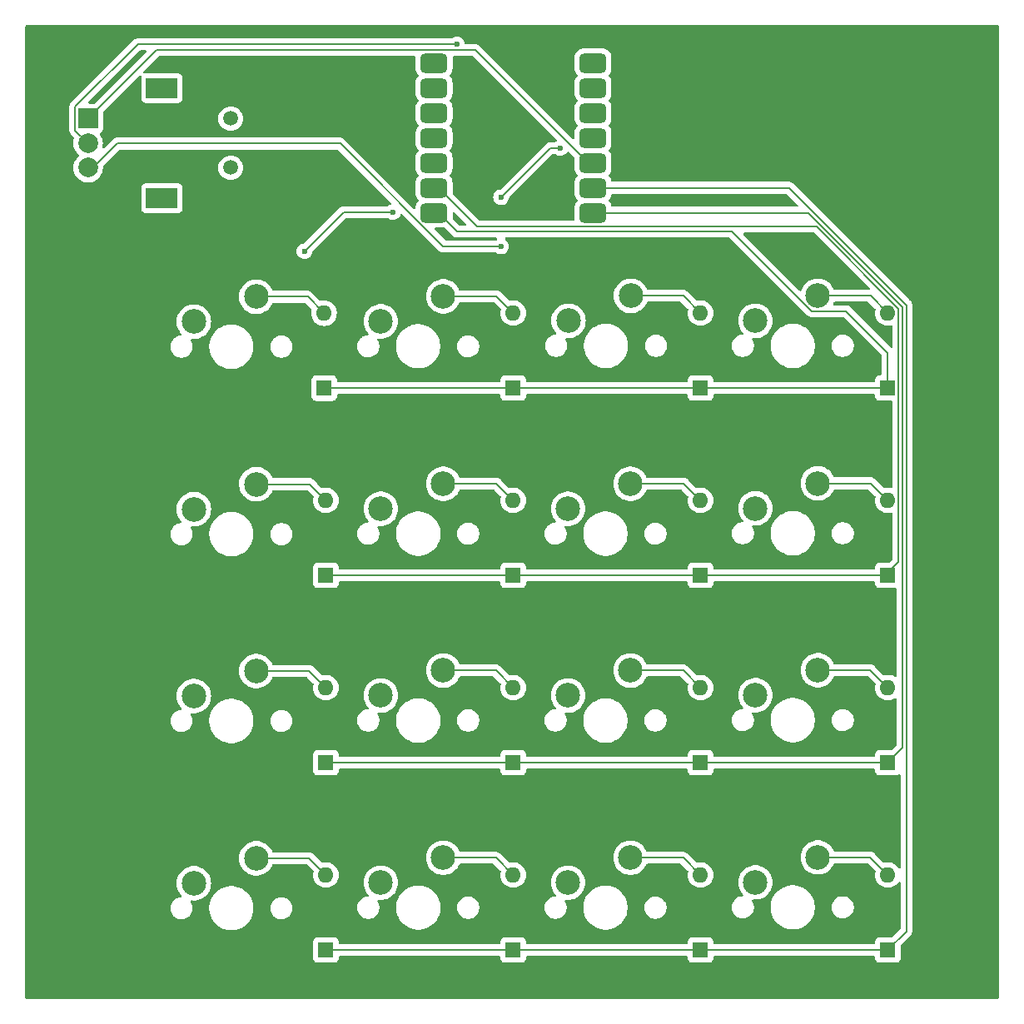
<source format=gbr>
%TF.GenerationSoftware,KiCad,Pcbnew,8.0.5*%
%TF.CreationDate,2024-10-27T13:39:58+01:00*%
%TF.ProjectId,V4.0HackPad,56342e30-4861-4636-9b50-61642e6b6963,3*%
%TF.SameCoordinates,Original*%
%TF.FileFunction,Copper,L1,Top*%
%TF.FilePolarity,Positive*%
%FSLAX46Y46*%
G04 Gerber Fmt 4.6, Leading zero omitted, Abs format (unit mm)*
G04 Created by KiCad (PCBNEW 8.0.5) date 2024-10-27 13:39:58*
%MOMM*%
%LPD*%
G01*
G04 APERTURE LIST*
G04 Aperture macros list*
%AMRoundRect*
0 Rectangle with rounded corners*
0 $1 Rounding radius*
0 $2 $3 $4 $5 $6 $7 $8 $9 X,Y pos of 4 corners*
0 Add a 4 corners polygon primitive as box body*
4,1,4,$2,$3,$4,$5,$6,$7,$8,$9,$2,$3,0*
0 Add four circle primitives for the rounded corners*
1,1,$1+$1,$2,$3*
1,1,$1+$1,$4,$5*
1,1,$1+$1,$6,$7*
1,1,$1+$1,$8,$9*
0 Add four rect primitives between the rounded corners*
20,1,$1+$1,$2,$3,$4,$5,0*
20,1,$1+$1,$4,$5,$6,$7,0*
20,1,$1+$1,$6,$7,$8,$9,0*
20,1,$1+$1,$8,$9,$2,$3,0*%
G04 Aperture macros list end*
%TA.AperFunction,ComponentPad*%
%ADD10C,1.500000*%
%TD*%
%TA.AperFunction,ComponentPad*%
%ADD11R,2.000000X2.000000*%
%TD*%
%TA.AperFunction,ComponentPad*%
%ADD12C,2.000000*%
%TD*%
%TA.AperFunction,ComponentPad*%
%ADD13R,3.200000X2.000000*%
%TD*%
%TA.AperFunction,ComponentPad*%
%ADD14C,2.500000*%
%TD*%
%TA.AperFunction,SMDPad,CuDef*%
%ADD15RoundRect,0.500000X-0.875000X-0.500000X0.875000X-0.500000X0.875000X0.500000X-0.875000X0.500000X0*%
%TD*%
%TA.AperFunction,ComponentPad*%
%ADD16R,1.600000X1.600000*%
%TD*%
%TA.AperFunction,ComponentPad*%
%ADD17C,1.600000*%
%TD*%
%TA.AperFunction,ComponentPad*%
%ADD18O,1.600000X1.600000*%
%TD*%
%TA.AperFunction,ViaPad*%
%ADD19C,0.600000*%
%TD*%
%TA.AperFunction,Conductor*%
%ADD20C,0.200000*%
%TD*%
G04 APERTURE END LIST*
D10*
%TO.P,SW1,*%
%TO.N,*%
X107000000Y-55000000D03*
X107000000Y-60000000D03*
D11*
%TO.P,SW1,A,A*%
%TO.N,RA*%
X92500000Y-55000000D03*
D12*
%TO.P,SW1,B,B*%
%TO.N,RB*%
X92500000Y-60000000D03*
%TO.P,SW1,C,C*%
%TO.N,GND*%
X92500000Y-57500000D03*
D13*
%TO.P,SW1,MP*%
%TO.N,N/C*%
X100000000Y-51900000D03*
X100000000Y-63100000D03*
%TD*%
D14*
%TO.P,S14,1,1*%
%TO.N,Column3*%
X160360000Y-94630000D03*
%TO.P,S14,2,2*%
%TO.N,Net-(D14-A)*%
X166710000Y-92090000D03*
%TD*%
%TO.P,S2,1,1*%
%TO.N,Column0*%
X103260000Y-94720000D03*
%TO.P,S2,2,2*%
%TO.N,Net-(D2-A)*%
X109610000Y-92180000D03*
%TD*%
%TO.P,S11,1,1*%
%TO.N,Column2*%
X141310000Y-113670000D03*
%TO.P,S11,2,2*%
%TO.N,Net-(D11-A)*%
X147660000Y-111130000D03*
%TD*%
%TO.P,S10,1,1*%
%TO.N,Column2*%
X141310000Y-94670000D03*
%TO.P,S10,2,2*%
%TO.N,Net-(D10-A)*%
X147660000Y-92130000D03*
%TD*%
D15*
%TO.P,U1,1,PA02_A0_D0*%
%TO.N,unconnected-(U1-PA02_A0_D0-Pad1)*%
X127685000Y-49340000D03*
D16*
X128130000Y-49340000D03*
D15*
%TO.P,U1,2,PA4_A1_D1*%
%TO.N,Column3*%
X127685000Y-51880000D03*
D17*
X128130000Y-51880000D03*
D15*
%TO.P,U1,3,PA10_A2_D2*%
%TO.N,Column2*%
X127685000Y-54420000D03*
D17*
X128130000Y-54420000D03*
D15*
%TO.P,U1,4,PA11_A3_D3*%
%TO.N,Column1*%
X127685000Y-56960000D03*
D17*
X128130000Y-56960000D03*
D15*
%TO.P,U1,5,PA8_A4_D4_SDA*%
%TO.N,Column0*%
X127685000Y-59500000D03*
D17*
X128130000Y-59500000D03*
D15*
%TO.P,U1,6,PA9_A5_D5_SCL*%
%TO.N,Row1*%
X127685000Y-62040000D03*
D17*
X128130000Y-62040000D03*
D15*
%TO.P,U1,7,PB08_A6_D6_TX*%
%TO.N,Row0*%
X127685000Y-64580000D03*
D17*
X128130000Y-64580000D03*
%TO.P,U1,8,PB09_A7_D7_RX*%
%TO.N,Row2*%
X143370000Y-64580000D03*
D15*
X143850000Y-64580000D03*
D17*
%TO.P,U1,9,PA7_A8_D8_SCK*%
%TO.N,Row3*%
X143370000Y-62040000D03*
D15*
X143850000Y-62040000D03*
D17*
%TO.P,U1,10,PA5_A9_D9_MISO*%
%TO.N,RA*%
X143370000Y-59500000D03*
D15*
X143850000Y-59500000D03*
D17*
%TO.P,U1,11,PA6_A10_D10_MOSI*%
%TO.N,RB*%
X143370000Y-56960000D03*
D15*
X143850000Y-56960000D03*
D17*
%TO.P,U1,12,3V3*%
%TO.N,unconnected-(U1-3V3-Pad12)*%
X143370000Y-54420000D03*
D15*
X143850000Y-54420000D03*
D17*
%TO.P,U1,13,GND*%
%TO.N,GND*%
X143370000Y-51880000D03*
D15*
X143850000Y-51880000D03*
D17*
%TO.P,U1,14,5V*%
%TO.N,unconnected-(U1-5V-Pad14)*%
X143370000Y-49340000D03*
D15*
X143850000Y-49340000D03*
%TD*%
D14*
%TO.P,S5,1,1*%
%TO.N,Column1*%
X122260000Y-75610000D03*
%TO.P,S5,2,2*%
%TO.N,Net-(D5-A)*%
X128610000Y-73070000D03*
%TD*%
%TO.P,S15,1,1*%
%TO.N,Column3*%
X160360000Y-113630000D03*
%TO.P,S15,2,2*%
%TO.N,Net-(D15-A)*%
X166710000Y-111090000D03*
%TD*%
%TO.P,S16,1,1*%
%TO.N,Column3*%
X160360000Y-132670000D03*
%TO.P,S16,2,2*%
%TO.N,Net-(D16-A)*%
X166710000Y-130130000D03*
%TD*%
%TO.P,S13,1,1*%
%TO.N,Column3*%
X160360000Y-75570000D03*
%TO.P,S13,2,2*%
%TO.N,Net-(D13-A)*%
X166710000Y-73030000D03*
%TD*%
%TO.P,S8,1,1*%
%TO.N,Column1*%
X122270000Y-132710000D03*
%TO.P,S8,2,2*%
%TO.N,Net-(D8-A)*%
X128620000Y-130170000D03*
%TD*%
%TO.P,S3,1,1*%
%TO.N,Column0*%
X103260000Y-113720000D03*
%TO.P,S3,2,2*%
%TO.N,Net-(D3-A)*%
X109610000Y-111180000D03*
%TD*%
%TO.P,S4,1,1*%
%TO.N,Column0*%
X103260000Y-132760000D03*
%TO.P,S4,2,2*%
%TO.N,Net-(D4-A)*%
X109610000Y-130220000D03*
%TD*%
%TO.P,S12,1,1*%
%TO.N,Column2*%
X141310000Y-132710000D03*
%TO.P,S12,2,2*%
%TO.N,Net-(D12-A)*%
X147660000Y-130170000D03*
%TD*%
%TO.P,S6,1,1*%
%TO.N,Column1*%
X122270000Y-94670000D03*
%TO.P,S6,2,2*%
%TO.N,Net-(D6-A)*%
X128620000Y-92130000D03*
%TD*%
%TO.P,S1,1,1*%
%TO.N,Column0*%
X103260000Y-75660000D03*
%TO.P,S1,2,2*%
%TO.N,Net-(D1-A)*%
X109610000Y-73120000D03*
%TD*%
%TO.P,S7,1,1*%
%TO.N,Column1*%
X122270000Y-113670000D03*
%TO.P,S7,2,2*%
%TO.N,Net-(D7-A)*%
X128620000Y-111130000D03*
%TD*%
%TO.P,S9,1,1*%
%TO.N,Column2*%
X141360000Y-75570000D03*
%TO.P,S9,2,2*%
%TO.N,Net-(D9-A)*%
X147710000Y-73030000D03*
%TD*%
D16*
%TO.P,D16,1,K*%
%TO.N,Row3*%
X173831250Y-139541250D03*
D18*
%TO.P,D16,2,A*%
%TO.N,Net-(D16-A)*%
X173831250Y-131921250D03*
%TD*%
D16*
%TO.P,D7,1,K*%
%TO.N,Row2*%
X135731250Y-120491250D03*
D18*
%TO.P,D7,2,A*%
%TO.N,Net-(D7-A)*%
X135731250Y-112871250D03*
%TD*%
D16*
%TO.P,D5,1,K*%
%TO.N,Row0*%
X135731250Y-82391250D03*
D18*
%TO.P,D5,2,A*%
%TO.N,Net-(D5-A)*%
X135731250Y-74771250D03*
%TD*%
D16*
%TO.P,D12,1,K*%
%TO.N,Row3*%
X154781250Y-139541250D03*
D18*
%TO.P,D12,2,A*%
%TO.N,Net-(D12-A)*%
X154781250Y-131921250D03*
%TD*%
D16*
%TO.P,D1,1,K*%
%TO.N,Row0*%
X116500000Y-82410000D03*
D18*
%TO.P,D1,2,A*%
%TO.N,Net-(D1-A)*%
X116500000Y-74790000D03*
%TD*%
D16*
%TO.P,D10,1,K*%
%TO.N,Row1*%
X154781250Y-101441250D03*
D18*
%TO.P,D10,2,A*%
%TO.N,Net-(D10-A)*%
X154781250Y-93821250D03*
%TD*%
D16*
%TO.P,D14,1,K*%
%TO.N,Row1*%
X173831250Y-101441250D03*
D18*
%TO.P,D14,2,A*%
%TO.N,Net-(D14-A)*%
X173831250Y-93821250D03*
%TD*%
D16*
%TO.P,D13,1,K*%
%TO.N,Row0*%
X173831250Y-82391250D03*
D18*
%TO.P,D13,2,A*%
%TO.N,Net-(D13-A)*%
X173831250Y-74771250D03*
%TD*%
D16*
%TO.P,D6,1,K*%
%TO.N,Row1*%
X135731250Y-101441250D03*
D18*
%TO.P,D6,2,A*%
%TO.N,Net-(D6-A)*%
X135731250Y-93821250D03*
%TD*%
D16*
%TO.P,D11,1,K*%
%TO.N,Row2*%
X154781250Y-120491250D03*
D18*
%TO.P,D11,2,A*%
%TO.N,Net-(D11-A)*%
X154781250Y-112871250D03*
%TD*%
D16*
%TO.P,D2,1,K*%
%TO.N,Row1*%
X116681250Y-101441250D03*
D18*
%TO.P,D2,2,A*%
%TO.N,Net-(D2-A)*%
X116681250Y-93821250D03*
%TD*%
D16*
%TO.P,D4,1,K*%
%TO.N,Row3*%
X116681250Y-139541250D03*
D18*
%TO.P,D4,2,A*%
%TO.N,Net-(D4-A)*%
X116681250Y-131921250D03*
%TD*%
D16*
%TO.P,D15,1,K*%
%TO.N,Row2*%
X173831250Y-120491250D03*
D18*
%TO.P,D15,2,A*%
%TO.N,Net-(D15-A)*%
X173831250Y-112871250D03*
%TD*%
D16*
%TO.P,D8,1,K*%
%TO.N,Row3*%
X135731250Y-139541250D03*
D18*
%TO.P,D8,2,A*%
%TO.N,Net-(D8-A)*%
X135731250Y-131921250D03*
%TD*%
D16*
%TO.P,D3,1,K*%
%TO.N,Row2*%
X116681250Y-120491250D03*
D18*
%TO.P,D3,2,A*%
%TO.N,Net-(D3-A)*%
X116681250Y-112871250D03*
%TD*%
D16*
%TO.P,D9,1,K*%
%TO.N,Row0*%
X154781250Y-82391250D03*
D18*
%TO.P,D9,2,A*%
%TO.N,Net-(D9-A)*%
X154781250Y-74771250D03*
%TD*%
D19*
%TO.N,Column0*%
X114500000Y-68500000D03*
X123500000Y-64500000D03*
%TO.N,RB*%
X140500000Y-58000000D03*
X134500000Y-63000000D03*
X134500000Y-68000000D03*
%TO.N,GND*%
X130000000Y-47440000D03*
%TD*%
D20*
%TO.N,Net-(D1-A)*%
X109610000Y-73120000D02*
X114830000Y-73120000D01*
X114830000Y-73120000D02*
X116500000Y-74790000D01*
%TO.N,Row0*%
X173831250Y-82391250D02*
X173831250Y-78831250D01*
X173831250Y-78831250D02*
X169580000Y-74580000D01*
X173812500Y-82410000D02*
X173831250Y-82391250D01*
X169580000Y-74580000D02*
X166067968Y-74580000D01*
X157987968Y-66500000D02*
X130050000Y-66500000D01*
X130050000Y-66500000D02*
X128130000Y-64580000D01*
X166067968Y-74580000D02*
X157987968Y-66500000D01*
X116500000Y-82410000D02*
X173812500Y-82410000D01*
%TO.N,Row1*%
X174931250Y-74315615D02*
X166615635Y-66000000D01*
X166615635Y-66000000D02*
X132090000Y-66000000D01*
X174931250Y-100068750D02*
X174931250Y-74315615D01*
X173831250Y-101168750D02*
X174931250Y-100068750D01*
X173831250Y-101441250D02*
X173831250Y-101168750D01*
X132090000Y-66000000D02*
X128130000Y-62040000D01*
X116681250Y-101441250D02*
X173831250Y-101441250D01*
%TO.N,Net-(D2-A)*%
X109610000Y-92180000D02*
X115040000Y-92180000D01*
X115040000Y-92180000D02*
X116681250Y-93821250D01*
%TO.N,Row2*%
X165761321Y-64580000D02*
X143370000Y-64580000D01*
X175331250Y-74149929D02*
X165761321Y-64580000D01*
X116681250Y-120491250D02*
X173831250Y-120491250D01*
X173831250Y-120491250D02*
X175331250Y-118991250D01*
X175331250Y-118991250D02*
X175331250Y-74149929D01*
%TO.N,Net-(D3-A)*%
X109610000Y-111180000D02*
X114990000Y-111180000D01*
X114990000Y-111180000D02*
X116681250Y-112871250D01*
%TO.N,Row3*%
X175731250Y-73984243D02*
X163787007Y-62040000D01*
X173831250Y-139541250D02*
X175731250Y-137641250D01*
X163787007Y-62040000D02*
X143850000Y-62040000D01*
X116681250Y-139541250D02*
X173831250Y-139541250D01*
X175731250Y-137641250D02*
X175731250Y-73984243D01*
%TO.N,Net-(D4-A)*%
X114980000Y-130220000D02*
X116681250Y-131921250D01*
X109610000Y-130220000D02*
X114980000Y-130220000D01*
%TO.N,Net-(D5-A)*%
X134030000Y-73070000D02*
X135731250Y-74771250D01*
X128610000Y-73070000D02*
X134030000Y-73070000D01*
%TO.N,Net-(D6-A)*%
X134040000Y-92130000D02*
X135731250Y-93821250D01*
X128620000Y-92130000D02*
X134040000Y-92130000D01*
%TO.N,Net-(D7-A)*%
X133990000Y-111130000D02*
X135731250Y-112871250D01*
X128620000Y-111130000D02*
X133990000Y-111130000D01*
%TO.N,Net-(D8-A)*%
X133980000Y-130170000D02*
X135731250Y-131921250D01*
X128620000Y-130170000D02*
X133980000Y-130170000D01*
%TO.N,Net-(D9-A)*%
X147710000Y-73030000D02*
X153040000Y-73030000D01*
X153040000Y-73030000D02*
X154781250Y-74771250D01*
%TO.N,Net-(D10-A)*%
X153090000Y-92130000D02*
X154781250Y-93821250D01*
X147660000Y-92130000D02*
X153090000Y-92130000D01*
%TO.N,Net-(D11-A)*%
X147660000Y-111130000D02*
X153040000Y-111130000D01*
X153040000Y-111130000D02*
X154781250Y-112871250D01*
%TO.N,Net-(D12-A)*%
X153030000Y-130170000D02*
X154781250Y-131921250D01*
X147660000Y-130170000D02*
X153030000Y-130170000D01*
%TO.N,Net-(D13-A)*%
X166710000Y-73030000D02*
X172090000Y-73030000D01*
X172090000Y-73030000D02*
X173831250Y-74771250D01*
%TO.N,Net-(D14-A)*%
X172100000Y-92090000D02*
X173831250Y-93821250D01*
X166710000Y-92090000D02*
X172100000Y-92090000D01*
%TO.N,Net-(D15-A)*%
X172050000Y-111090000D02*
X173831250Y-112871250D01*
X166710000Y-111090000D02*
X172050000Y-111090000D01*
%TO.N,Net-(D16-A)*%
X166710000Y-130130000D02*
X172040000Y-130130000D01*
X172040000Y-130130000D02*
X173831250Y-131921250D01*
%TO.N,Column0*%
X123500000Y-64500000D02*
X118500000Y-64500000D01*
X118500000Y-64500000D02*
X114500000Y-68500000D01*
%TO.N,RB*%
X92500000Y-60000000D02*
X93000000Y-60000000D01*
X95461522Y-57538478D02*
X118129836Y-57538478D01*
X118129836Y-57538478D02*
X128591358Y-68000000D01*
X134500000Y-63000000D02*
X139500000Y-58000000D01*
X93000000Y-60000000D02*
X95461522Y-57538478D01*
X128591358Y-68000000D02*
X134500000Y-68000000D01*
X139500000Y-58000000D02*
X140500000Y-58000000D01*
%TO.N,RA*%
X99460000Y-48040000D02*
X131910000Y-48040000D01*
X131910000Y-48040000D02*
X143370000Y-59500000D01*
X92500000Y-55000000D02*
X99460000Y-48040000D01*
%TO.N,GND*%
X91200000Y-53800000D02*
X97560000Y-47440000D01*
X91200000Y-56200000D02*
X91200000Y-53800000D01*
X97560000Y-47440000D02*
X130000000Y-47440000D01*
X92500000Y-57500000D02*
X91200000Y-56200000D01*
%TD*%
%TA.AperFunction,NonConductor*%
G36*
X185062539Y-45520185D02*
G01*
X185108294Y-45572989D01*
X185119500Y-45624500D01*
X185119500Y-144375500D01*
X185099815Y-144442539D01*
X185047011Y-144488294D01*
X184995500Y-144499500D01*
X86244500Y-144499500D01*
X86177461Y-144479815D01*
X86131706Y-144427011D01*
X86120500Y-144375500D01*
X86120500Y-135211421D01*
X100864500Y-135211421D01*
X100864500Y-135388578D01*
X100892214Y-135563556D01*
X100946956Y-135732039D01*
X100946957Y-135732042D01*
X101027386Y-135889890D01*
X101131517Y-136033214D01*
X101256786Y-136158483D01*
X101400110Y-136262614D01*
X101459828Y-136293042D01*
X101557957Y-136343042D01*
X101557960Y-136343043D01*
X101642201Y-136370414D01*
X101726445Y-136397786D01*
X101901421Y-136425500D01*
X101901422Y-136425500D01*
X102078578Y-136425500D01*
X102078579Y-136425500D01*
X102253555Y-136397786D01*
X102422042Y-136343042D01*
X102579890Y-136262614D01*
X102723214Y-136158483D01*
X102848483Y-136033214D01*
X102952614Y-135889890D01*
X103033042Y-135732042D01*
X103087786Y-135563555D01*
X103115500Y-135388579D01*
X103115500Y-135211421D01*
X103106165Y-135152486D01*
X104819500Y-135152486D01*
X104819500Y-135447513D01*
X104834778Y-135563555D01*
X104858007Y-135739993D01*
X104923178Y-135983215D01*
X104934361Y-136024951D01*
X104934364Y-136024961D01*
X105047254Y-136297500D01*
X105047258Y-136297510D01*
X105194761Y-136552993D01*
X105374352Y-136787040D01*
X105374358Y-136787047D01*
X105582952Y-136995641D01*
X105582959Y-136995647D01*
X105817006Y-137175238D01*
X106072489Y-137322741D01*
X106072490Y-137322741D01*
X106072493Y-137322743D01*
X106240935Y-137392514D01*
X106312103Y-137421993D01*
X106345048Y-137435639D01*
X106630007Y-137511993D01*
X106922494Y-137550500D01*
X106922501Y-137550500D01*
X107217499Y-137550500D01*
X107217506Y-137550500D01*
X107509993Y-137511993D01*
X107794952Y-137435639D01*
X108067507Y-137322743D01*
X108322994Y-137175238D01*
X108557042Y-136995646D01*
X108765646Y-136787042D01*
X108945238Y-136552994D01*
X109092743Y-136297507D01*
X109205639Y-136024952D01*
X109281993Y-135739993D01*
X109320500Y-135447506D01*
X109320500Y-135211421D01*
X111024500Y-135211421D01*
X111024500Y-135388578D01*
X111052214Y-135563556D01*
X111106956Y-135732039D01*
X111106957Y-135732042D01*
X111187386Y-135889890D01*
X111291517Y-136033214D01*
X111416786Y-136158483D01*
X111560110Y-136262614D01*
X111619828Y-136293042D01*
X111717957Y-136343042D01*
X111717960Y-136343043D01*
X111802201Y-136370414D01*
X111886445Y-136397786D01*
X112061421Y-136425500D01*
X112061422Y-136425500D01*
X112238578Y-136425500D01*
X112238579Y-136425500D01*
X112413555Y-136397786D01*
X112582042Y-136343042D01*
X112739890Y-136262614D01*
X112883214Y-136158483D01*
X113008483Y-136033214D01*
X113112614Y-135889890D01*
X113193042Y-135732042D01*
X113247786Y-135563555D01*
X113275500Y-135388579D01*
X113275500Y-135211421D01*
X113267581Y-135161421D01*
X119874500Y-135161421D01*
X119874500Y-135338578D01*
X119902214Y-135513556D01*
X119956956Y-135682039D01*
X119956957Y-135682042D01*
X120017005Y-135799890D01*
X120037386Y-135839890D01*
X120141517Y-135983214D01*
X120266786Y-136108483D01*
X120410110Y-136212614D01*
X120478577Y-136247500D01*
X120567957Y-136293042D01*
X120567960Y-136293043D01*
X120652201Y-136320414D01*
X120736445Y-136347786D01*
X120911421Y-136375500D01*
X120911422Y-136375500D01*
X121088578Y-136375500D01*
X121088579Y-136375500D01*
X121263555Y-136347786D01*
X121432042Y-136293042D01*
X121589890Y-136212614D01*
X121733214Y-136108483D01*
X121858483Y-135983214D01*
X121962614Y-135839890D01*
X122043042Y-135682042D01*
X122097786Y-135513555D01*
X122125500Y-135338579D01*
X122125500Y-135161421D01*
X122116165Y-135102486D01*
X123829500Y-135102486D01*
X123829500Y-135397513D01*
X123839512Y-135473556D01*
X123868007Y-135689993D01*
X123944361Y-135974951D01*
X123944364Y-135974961D01*
X124057254Y-136247500D01*
X124057258Y-136247510D01*
X124204761Y-136502993D01*
X124384352Y-136737040D01*
X124384358Y-136737047D01*
X124592952Y-136945641D01*
X124592959Y-136945647D01*
X124827006Y-137125238D01*
X125082489Y-137272741D01*
X125082490Y-137272741D01*
X125082493Y-137272743D01*
X125355048Y-137385639D01*
X125640007Y-137461993D01*
X125932494Y-137500500D01*
X125932501Y-137500500D01*
X126227499Y-137500500D01*
X126227506Y-137500500D01*
X126519993Y-137461993D01*
X126804952Y-137385639D01*
X127077507Y-137272743D01*
X127332994Y-137125238D01*
X127567042Y-136945646D01*
X127775646Y-136737042D01*
X127955238Y-136502994D01*
X128102743Y-136247507D01*
X128215639Y-135974952D01*
X128291993Y-135689993D01*
X128330500Y-135397506D01*
X128330500Y-135161421D01*
X130034500Y-135161421D01*
X130034500Y-135338578D01*
X130062214Y-135513556D01*
X130116956Y-135682039D01*
X130116957Y-135682042D01*
X130177005Y-135799890D01*
X130197386Y-135839890D01*
X130301517Y-135983214D01*
X130426786Y-136108483D01*
X130570110Y-136212614D01*
X130638577Y-136247500D01*
X130727957Y-136293042D01*
X130727960Y-136293043D01*
X130812201Y-136320414D01*
X130896445Y-136347786D01*
X131071421Y-136375500D01*
X131071422Y-136375500D01*
X131248578Y-136375500D01*
X131248579Y-136375500D01*
X131423555Y-136347786D01*
X131592042Y-136293042D01*
X131749890Y-136212614D01*
X131893214Y-136108483D01*
X132018483Y-135983214D01*
X132122614Y-135839890D01*
X132203042Y-135682042D01*
X132257786Y-135513555D01*
X132285500Y-135338579D01*
X132285500Y-135161421D01*
X138914500Y-135161421D01*
X138914500Y-135338578D01*
X138942214Y-135513556D01*
X138996956Y-135682039D01*
X138996957Y-135682042D01*
X139057005Y-135799890D01*
X139077386Y-135839890D01*
X139181517Y-135983214D01*
X139306786Y-136108483D01*
X139450110Y-136212614D01*
X139518577Y-136247500D01*
X139607957Y-136293042D01*
X139607960Y-136293043D01*
X139692201Y-136320414D01*
X139776445Y-136347786D01*
X139951421Y-136375500D01*
X139951422Y-136375500D01*
X140128578Y-136375500D01*
X140128579Y-136375500D01*
X140303555Y-136347786D01*
X140472042Y-136293042D01*
X140629890Y-136212614D01*
X140773214Y-136108483D01*
X140898483Y-135983214D01*
X141002614Y-135839890D01*
X141083042Y-135682042D01*
X141137786Y-135513555D01*
X141165500Y-135338579D01*
X141165500Y-135161421D01*
X141156165Y-135102486D01*
X142869500Y-135102486D01*
X142869500Y-135397513D01*
X142879512Y-135473556D01*
X142908007Y-135689993D01*
X142984361Y-135974951D01*
X142984364Y-135974961D01*
X143097254Y-136247500D01*
X143097258Y-136247510D01*
X143244761Y-136502993D01*
X143424352Y-136737040D01*
X143424358Y-136737047D01*
X143632952Y-136945641D01*
X143632959Y-136945647D01*
X143867006Y-137125238D01*
X144122489Y-137272741D01*
X144122490Y-137272741D01*
X144122493Y-137272743D01*
X144395048Y-137385639D01*
X144680007Y-137461993D01*
X144972494Y-137500500D01*
X144972501Y-137500500D01*
X145267499Y-137500500D01*
X145267506Y-137500500D01*
X145559993Y-137461993D01*
X145844952Y-137385639D01*
X146117507Y-137272743D01*
X146372994Y-137125238D01*
X146607042Y-136945646D01*
X146815646Y-136737042D01*
X146995238Y-136502994D01*
X147142743Y-136247507D01*
X147255639Y-135974952D01*
X147331993Y-135689993D01*
X147370500Y-135397506D01*
X147370500Y-135161421D01*
X149074500Y-135161421D01*
X149074500Y-135338578D01*
X149102214Y-135513556D01*
X149156956Y-135682039D01*
X149156957Y-135682042D01*
X149217005Y-135799890D01*
X149237386Y-135839890D01*
X149341517Y-135983214D01*
X149466786Y-136108483D01*
X149610110Y-136212614D01*
X149678577Y-136247500D01*
X149767957Y-136293042D01*
X149767960Y-136293043D01*
X149852201Y-136320414D01*
X149936445Y-136347786D01*
X150111421Y-136375500D01*
X150111422Y-136375500D01*
X150288578Y-136375500D01*
X150288579Y-136375500D01*
X150463555Y-136347786D01*
X150632042Y-136293042D01*
X150789890Y-136212614D01*
X150933214Y-136108483D01*
X151058483Y-135983214D01*
X151162614Y-135839890D01*
X151243042Y-135682042D01*
X151297786Y-135513555D01*
X151325500Y-135338579D01*
X151325500Y-135161421D01*
X151319165Y-135121421D01*
X157964500Y-135121421D01*
X157964500Y-135298579D01*
X157973832Y-135357499D01*
X157992214Y-135473556D01*
X158046956Y-135642039D01*
X158046957Y-135642042D01*
X158127386Y-135799890D01*
X158231517Y-135943214D01*
X158356786Y-136068483D01*
X158500110Y-136172614D01*
X158568577Y-136207500D01*
X158657957Y-136253042D01*
X158657960Y-136253043D01*
X158742201Y-136280414D01*
X158826445Y-136307786D01*
X159001421Y-136335500D01*
X159001422Y-136335500D01*
X159178578Y-136335500D01*
X159178579Y-136335500D01*
X159353555Y-136307786D01*
X159522042Y-136253042D01*
X159679890Y-136172614D01*
X159823214Y-136068483D01*
X159948483Y-135943214D01*
X160052614Y-135799890D01*
X160133042Y-135642042D01*
X160187786Y-135473555D01*
X160215500Y-135298579D01*
X160215500Y-135121421D01*
X160206165Y-135062486D01*
X161919500Y-135062486D01*
X161919500Y-135357513D01*
X161946627Y-135563555D01*
X161958007Y-135649993D01*
X162022287Y-135889890D01*
X162034361Y-135934951D01*
X162034364Y-135934961D01*
X162147254Y-136207500D01*
X162147258Y-136207510D01*
X162294761Y-136462993D01*
X162474352Y-136697040D01*
X162474358Y-136697047D01*
X162682952Y-136905641D01*
X162682959Y-136905647D01*
X162917006Y-137085238D01*
X163172489Y-137232741D01*
X163172490Y-137232741D01*
X163172493Y-137232743D01*
X163445048Y-137345639D01*
X163730007Y-137421993D01*
X164022494Y-137460500D01*
X164022501Y-137460500D01*
X164317499Y-137460500D01*
X164317506Y-137460500D01*
X164609993Y-137421993D01*
X164894952Y-137345639D01*
X165167507Y-137232743D01*
X165422994Y-137085238D01*
X165657042Y-136905646D01*
X165865646Y-136697042D01*
X166045238Y-136462994D01*
X166192743Y-136207507D01*
X166305639Y-135934952D01*
X166381993Y-135649993D01*
X166420500Y-135357506D01*
X166420500Y-135121421D01*
X168124500Y-135121421D01*
X168124500Y-135298579D01*
X168133832Y-135357499D01*
X168152214Y-135473556D01*
X168206956Y-135642039D01*
X168206957Y-135642042D01*
X168287386Y-135799890D01*
X168391517Y-135943214D01*
X168516786Y-136068483D01*
X168660110Y-136172614D01*
X168728577Y-136207500D01*
X168817957Y-136253042D01*
X168817960Y-136253043D01*
X168902201Y-136280414D01*
X168986445Y-136307786D01*
X169161421Y-136335500D01*
X169161422Y-136335500D01*
X169338578Y-136335500D01*
X169338579Y-136335500D01*
X169513555Y-136307786D01*
X169682042Y-136253042D01*
X169839890Y-136172614D01*
X169983214Y-136068483D01*
X170108483Y-135943214D01*
X170212614Y-135799890D01*
X170293042Y-135642042D01*
X170347786Y-135473555D01*
X170375500Y-135298579D01*
X170375500Y-135121421D01*
X170347786Y-134946445D01*
X170293042Y-134777958D01*
X170293042Y-134777957D01*
X170232995Y-134660110D01*
X170212614Y-134620110D01*
X170108483Y-134476786D01*
X169983214Y-134351517D01*
X169839890Y-134247386D01*
X169806216Y-134230228D01*
X169682042Y-134166957D01*
X169682039Y-134166956D01*
X169513556Y-134112214D01*
X169370614Y-134089574D01*
X169338579Y-134084500D01*
X169161421Y-134084500D01*
X169129386Y-134089574D01*
X168986443Y-134112214D01*
X168817960Y-134166956D01*
X168817957Y-134166957D01*
X168660109Y-134247386D01*
X168584267Y-134302489D01*
X168516786Y-134351517D01*
X168516784Y-134351519D01*
X168516783Y-134351519D01*
X168391519Y-134476783D01*
X168391519Y-134476784D01*
X168391517Y-134476786D01*
X168362457Y-134516784D01*
X168287386Y-134620109D01*
X168206957Y-134777957D01*
X168206956Y-134777960D01*
X168152214Y-134946443D01*
X168133833Y-135062494D01*
X168124500Y-135121421D01*
X166420500Y-135121421D01*
X166420500Y-135062494D01*
X166381993Y-134770007D01*
X166305639Y-134485048D01*
X166295470Y-134460499D01*
X166262704Y-134381393D01*
X166192743Y-134212493D01*
X166189547Y-134206958D01*
X166045238Y-133957006D01*
X165865647Y-133722959D01*
X165865641Y-133722952D01*
X165657047Y-133514358D01*
X165657040Y-133514352D01*
X165422993Y-133334761D01*
X165167510Y-133187258D01*
X165167500Y-133187254D01*
X164894961Y-133074364D01*
X164894954Y-133074362D01*
X164894952Y-133074361D01*
X164609993Y-132998007D01*
X164561113Y-132991571D01*
X164317513Y-132959500D01*
X164317506Y-132959500D01*
X164022494Y-132959500D01*
X164022486Y-132959500D01*
X163744085Y-132996153D01*
X163730007Y-132998007D01*
X163537831Y-133049500D01*
X163445048Y-133074361D01*
X163445038Y-133074364D01*
X163172499Y-133187254D01*
X163172489Y-133187258D01*
X162917006Y-133334761D01*
X162682959Y-133514352D01*
X162682952Y-133514358D01*
X162474358Y-133722952D01*
X162474352Y-133722959D01*
X162294761Y-133957006D01*
X162147258Y-134212489D01*
X162147254Y-134212499D01*
X162034364Y-134485038D01*
X162034361Y-134485048D01*
X161977897Y-134695778D01*
X161958008Y-134770004D01*
X161958006Y-134770015D01*
X161919500Y-135062486D01*
X160206165Y-135062486D01*
X160187786Y-134946445D01*
X160133042Y-134777958D01*
X160133042Y-134777957D01*
X160105190Y-134723295D01*
X160052614Y-134620110D01*
X160051529Y-134618617D01*
X160042202Y-134605778D01*
X160018722Y-134539972D01*
X160034548Y-134471918D01*
X160084654Y-134423223D01*
X160153132Y-134409348D01*
X160160992Y-134410276D01*
X160228818Y-134420500D01*
X160491182Y-134420500D01*
X160750615Y-134381396D01*
X161001323Y-134304063D01*
X161237704Y-134190228D01*
X161454479Y-134042433D01*
X161646805Y-133863981D01*
X161810386Y-133658857D01*
X161941568Y-133431643D01*
X162037420Y-133187416D01*
X162095802Y-132931630D01*
X162095803Y-132931620D01*
X162115408Y-132670004D01*
X162115408Y-132669995D01*
X162095803Y-132408379D01*
X162095802Y-132408374D01*
X162095802Y-132408370D01*
X162037420Y-132152584D01*
X161941568Y-131908357D01*
X161810386Y-131681143D01*
X161646805Y-131476019D01*
X161646804Y-131476018D01*
X161646801Y-131476014D01*
X161454479Y-131297567D01*
X161237704Y-131149772D01*
X161237700Y-131149770D01*
X161237697Y-131149768D01*
X161237696Y-131149767D01*
X161001325Y-131035938D01*
X161001327Y-131035938D01*
X160750623Y-130958606D01*
X160750619Y-130958605D01*
X160750615Y-130958604D01*
X160625823Y-130939794D01*
X160491187Y-130919500D01*
X160491182Y-130919500D01*
X160228818Y-130919500D01*
X160228812Y-130919500D01*
X160067247Y-130943853D01*
X159969385Y-130958604D01*
X159969382Y-130958605D01*
X159969376Y-130958606D01*
X159718673Y-131035938D01*
X159482303Y-131149767D01*
X159482302Y-131149768D01*
X159265520Y-131297567D01*
X159073198Y-131476014D01*
X158909614Y-131681143D01*
X158778432Y-131908356D01*
X158682582Y-132152578D01*
X158682576Y-132152597D01*
X158624197Y-132408374D01*
X158624196Y-132408379D01*
X158604592Y-132669995D01*
X158604592Y-132670004D01*
X158624196Y-132931620D01*
X158624197Y-132931625D01*
X158682576Y-133187402D01*
X158682578Y-133187411D01*
X158682580Y-133187416D01*
X158778432Y-133431643D01*
X158909614Y-133658857D01*
X158960733Y-133722958D01*
X159073197Y-133863984D01*
X159079377Y-133869717D01*
X159115133Y-133929744D01*
X159112760Y-133999574D01*
X159073011Y-134057035D01*
X159008506Y-134083884D01*
X159004788Y-134084234D01*
X159001428Y-134084498D01*
X158826443Y-134112214D01*
X158657960Y-134166956D01*
X158657957Y-134166957D01*
X158500109Y-134247386D01*
X158424267Y-134302489D01*
X158356786Y-134351517D01*
X158356784Y-134351519D01*
X158356783Y-134351519D01*
X158231519Y-134476783D01*
X158231519Y-134476784D01*
X158231517Y-134476786D01*
X158202457Y-134516784D01*
X158127386Y-134620109D01*
X158046957Y-134777957D01*
X158046956Y-134777960D01*
X157992214Y-134946443D01*
X157973833Y-135062494D01*
X157964500Y-135121421D01*
X151319165Y-135121421D01*
X151297786Y-134986445D01*
X151270414Y-134902201D01*
X151243043Y-134817960D01*
X151243042Y-134817957D01*
X151162613Y-134660109D01*
X151133552Y-134620110D01*
X151058483Y-134516786D01*
X150933214Y-134391517D01*
X150789890Y-134287386D01*
X150775842Y-134280228D01*
X150632042Y-134206957D01*
X150632039Y-134206956D01*
X150463556Y-134152214D01*
X150338665Y-134132433D01*
X150288579Y-134124500D01*
X150111421Y-134124500D01*
X150061341Y-134132432D01*
X149936443Y-134152214D01*
X149767960Y-134206956D01*
X149767957Y-134206957D01*
X149610109Y-134287386D01*
X149558219Y-134325087D01*
X149466786Y-134391517D01*
X149466784Y-134391519D01*
X149466783Y-134391519D01*
X149341519Y-134516783D01*
X149341519Y-134516784D01*
X149341517Y-134516786D01*
X149308727Y-134561918D01*
X149237386Y-134660109D01*
X149156957Y-134817957D01*
X149156956Y-134817960D01*
X149102214Y-134986443D01*
X149074500Y-135161421D01*
X147370500Y-135161421D01*
X147370500Y-135102494D01*
X147331993Y-134810007D01*
X147255639Y-134525048D01*
X147239070Y-134485048D01*
X147200329Y-134391519D01*
X147142743Y-134252493D01*
X147139794Y-134247386D01*
X146995238Y-133997006D01*
X146815647Y-133762959D01*
X146815641Y-133762952D01*
X146607047Y-133554358D01*
X146607040Y-133554352D01*
X146372993Y-133374761D01*
X146117510Y-133227258D01*
X146117500Y-133227254D01*
X145844961Y-133114364D01*
X145844954Y-133114362D01*
X145844952Y-133114361D01*
X145559993Y-133038007D01*
X145511113Y-133031571D01*
X145267513Y-132999500D01*
X145267506Y-132999500D01*
X144972494Y-132999500D01*
X144972486Y-132999500D01*
X144694085Y-133036153D01*
X144680007Y-133038007D01*
X144395048Y-133114361D01*
X144395038Y-133114364D01*
X144122499Y-133227254D01*
X144122489Y-133227258D01*
X143867006Y-133374761D01*
X143632959Y-133554352D01*
X143632952Y-133554358D01*
X143424358Y-133762952D01*
X143424352Y-133762959D01*
X143244761Y-133997006D01*
X143097258Y-134252489D01*
X143097254Y-134252499D01*
X142984364Y-134525038D01*
X142984361Y-134525048D01*
X142916595Y-134777958D01*
X142908008Y-134810004D01*
X142908006Y-134810015D01*
X142869500Y-135102486D01*
X141156165Y-135102486D01*
X141137786Y-134986445D01*
X141110414Y-134902201D01*
X141083043Y-134817960D01*
X141083042Y-134817957D01*
X141028090Y-134710110D01*
X141002614Y-134660110D01*
X141001529Y-134658617D01*
X140992202Y-134645778D01*
X140968722Y-134579972D01*
X140984548Y-134511918D01*
X141034654Y-134463223D01*
X141103132Y-134449348D01*
X141110992Y-134450276D01*
X141178818Y-134460500D01*
X141441182Y-134460500D01*
X141700615Y-134421396D01*
X141951323Y-134344063D01*
X142187704Y-134230228D01*
X142404479Y-134082433D01*
X142596805Y-133903981D01*
X142760386Y-133698857D01*
X142891568Y-133471643D01*
X142987420Y-133227416D01*
X143045802Y-132971630D01*
X143048800Y-132931625D01*
X143065408Y-132710004D01*
X143065408Y-132709995D01*
X143045803Y-132448379D01*
X143045802Y-132448374D01*
X143045802Y-132448370D01*
X142987420Y-132192584D01*
X142891568Y-131948357D01*
X142760386Y-131721143D01*
X142596805Y-131516019D01*
X142596804Y-131516018D01*
X142596801Y-131516014D01*
X142404479Y-131337567D01*
X142303201Y-131268517D01*
X142187704Y-131189772D01*
X142187700Y-131189770D01*
X142187697Y-131189768D01*
X142187696Y-131189767D01*
X141951325Y-131075938D01*
X141951327Y-131075938D01*
X141700623Y-130998606D01*
X141700619Y-130998605D01*
X141700615Y-130998604D01*
X141575823Y-130979794D01*
X141441187Y-130959500D01*
X141441182Y-130959500D01*
X141178818Y-130959500D01*
X141178812Y-130959500D01*
X141017247Y-130983853D01*
X140919385Y-130998604D01*
X140919382Y-130998605D01*
X140919376Y-130998606D01*
X140668673Y-131075938D01*
X140432303Y-131189767D01*
X140432302Y-131189768D01*
X140215520Y-131337567D01*
X140023198Y-131516014D01*
X139859614Y-131721143D01*
X139728432Y-131948356D01*
X139632582Y-132192578D01*
X139632576Y-132192597D01*
X139574197Y-132448374D01*
X139574196Y-132448379D01*
X139554592Y-132709995D01*
X139554592Y-132710004D01*
X139574196Y-132971620D01*
X139574197Y-132971625D01*
X139632576Y-133227402D01*
X139632578Y-133227411D01*
X139632580Y-133227416D01*
X139728432Y-133471643D01*
X139859614Y-133698857D01*
X139910733Y-133762958D01*
X140023197Y-133903984D01*
X140029377Y-133909717D01*
X140065133Y-133969744D01*
X140062760Y-134039574D01*
X140023011Y-134097035D01*
X139958506Y-134123884D01*
X139954788Y-134124234D01*
X139951428Y-134124498D01*
X139776443Y-134152214D01*
X139607960Y-134206956D01*
X139607957Y-134206957D01*
X139450109Y-134287386D01*
X139398219Y-134325087D01*
X139306786Y-134391517D01*
X139306784Y-134391519D01*
X139306783Y-134391519D01*
X139181519Y-134516783D01*
X139181519Y-134516784D01*
X139181517Y-134516786D01*
X139148727Y-134561918D01*
X139077386Y-134660109D01*
X138996957Y-134817957D01*
X138996956Y-134817960D01*
X138942214Y-134986443D01*
X138914500Y-135161421D01*
X132285500Y-135161421D01*
X132257786Y-134986445D01*
X132230414Y-134902201D01*
X132203043Y-134817960D01*
X132203042Y-134817957D01*
X132122613Y-134660109D01*
X132093552Y-134620110D01*
X132018483Y-134516786D01*
X131893214Y-134391517D01*
X131749890Y-134287386D01*
X131735842Y-134280228D01*
X131592042Y-134206957D01*
X131592039Y-134206956D01*
X131423556Y-134152214D01*
X131298665Y-134132433D01*
X131248579Y-134124500D01*
X131071421Y-134124500D01*
X131021341Y-134132432D01*
X130896443Y-134152214D01*
X130727960Y-134206956D01*
X130727957Y-134206957D01*
X130570109Y-134287386D01*
X130518219Y-134325087D01*
X130426786Y-134391517D01*
X130426784Y-134391519D01*
X130426783Y-134391519D01*
X130301519Y-134516783D01*
X130301519Y-134516784D01*
X130301517Y-134516786D01*
X130268727Y-134561918D01*
X130197386Y-134660109D01*
X130116957Y-134817957D01*
X130116956Y-134817960D01*
X130062214Y-134986443D01*
X130034500Y-135161421D01*
X128330500Y-135161421D01*
X128330500Y-135102494D01*
X128291993Y-134810007D01*
X128215639Y-134525048D01*
X128199070Y-134485048D01*
X128160329Y-134391519D01*
X128102743Y-134252493D01*
X128099794Y-134247386D01*
X127955238Y-133997006D01*
X127775647Y-133762959D01*
X127775641Y-133762952D01*
X127567047Y-133554358D01*
X127567040Y-133554352D01*
X127332993Y-133374761D01*
X127077510Y-133227258D01*
X127077500Y-133227254D01*
X126804961Y-133114364D01*
X126804954Y-133114362D01*
X126804952Y-133114361D01*
X126519993Y-133038007D01*
X126471113Y-133031571D01*
X126227513Y-132999500D01*
X126227506Y-132999500D01*
X125932494Y-132999500D01*
X125932486Y-132999500D01*
X125654085Y-133036153D01*
X125640007Y-133038007D01*
X125355048Y-133114361D01*
X125355038Y-133114364D01*
X125082499Y-133227254D01*
X125082489Y-133227258D01*
X124827006Y-133374761D01*
X124592959Y-133554352D01*
X124592952Y-133554358D01*
X124384358Y-133762952D01*
X124384352Y-133762959D01*
X124204761Y-133997006D01*
X124057258Y-134252489D01*
X124057254Y-134252499D01*
X123944364Y-134525038D01*
X123944361Y-134525048D01*
X123876595Y-134777958D01*
X123868008Y-134810004D01*
X123868006Y-134810015D01*
X123829500Y-135102486D01*
X122116165Y-135102486D01*
X122097786Y-134986445D01*
X122070414Y-134902201D01*
X122043043Y-134817960D01*
X122043042Y-134817957D01*
X121988090Y-134710110D01*
X121962614Y-134660110D01*
X121961529Y-134658617D01*
X121952202Y-134645778D01*
X121928722Y-134579972D01*
X121944548Y-134511918D01*
X121994654Y-134463223D01*
X122063132Y-134449348D01*
X122070992Y-134450276D01*
X122138818Y-134460500D01*
X122401182Y-134460500D01*
X122660615Y-134421396D01*
X122911323Y-134344063D01*
X123147704Y-134230228D01*
X123364479Y-134082433D01*
X123556805Y-133903981D01*
X123720386Y-133698857D01*
X123851568Y-133471643D01*
X123947420Y-133227416D01*
X124005802Y-132971630D01*
X124008800Y-132931625D01*
X124025408Y-132710004D01*
X124025408Y-132709995D01*
X124005803Y-132448379D01*
X124005802Y-132448374D01*
X124005802Y-132448370D01*
X123947420Y-132192584D01*
X123851568Y-131948357D01*
X123720386Y-131721143D01*
X123556805Y-131516019D01*
X123556804Y-131516018D01*
X123556801Y-131516014D01*
X123364479Y-131337567D01*
X123263201Y-131268517D01*
X123147704Y-131189772D01*
X123147700Y-131189770D01*
X123147697Y-131189768D01*
X123147696Y-131189767D01*
X122911325Y-131075938D01*
X122911327Y-131075938D01*
X122660623Y-130998606D01*
X122660619Y-130998605D01*
X122660615Y-130998604D01*
X122535823Y-130979794D01*
X122401187Y-130959500D01*
X122401182Y-130959500D01*
X122138818Y-130959500D01*
X122138812Y-130959500D01*
X121977247Y-130983853D01*
X121879385Y-130998604D01*
X121879382Y-130998605D01*
X121879376Y-130998606D01*
X121628673Y-131075938D01*
X121392303Y-131189767D01*
X121392302Y-131189768D01*
X121175520Y-131337567D01*
X120983198Y-131516014D01*
X120819614Y-131721143D01*
X120688432Y-131948356D01*
X120592582Y-132192578D01*
X120592576Y-132192597D01*
X120534197Y-132448374D01*
X120534196Y-132448379D01*
X120514592Y-132709995D01*
X120514592Y-132710004D01*
X120534196Y-132971620D01*
X120534197Y-132971625D01*
X120592576Y-133227402D01*
X120592578Y-133227411D01*
X120592580Y-133227416D01*
X120688432Y-133471643D01*
X120819614Y-133698857D01*
X120870733Y-133762958D01*
X120983197Y-133903984D01*
X120989377Y-133909717D01*
X121025133Y-133969744D01*
X121022760Y-134039574D01*
X120983011Y-134097035D01*
X120918506Y-134123884D01*
X120914788Y-134124234D01*
X120911428Y-134124498D01*
X120736443Y-134152214D01*
X120567960Y-134206956D01*
X120567957Y-134206957D01*
X120410109Y-134287386D01*
X120358219Y-134325087D01*
X120266786Y-134391517D01*
X120266784Y-134391519D01*
X120266783Y-134391519D01*
X120141519Y-134516783D01*
X120141519Y-134516784D01*
X120141517Y-134516786D01*
X120108727Y-134561918D01*
X120037386Y-134660109D01*
X119956957Y-134817957D01*
X119956956Y-134817960D01*
X119902214Y-134986443D01*
X119874500Y-135161421D01*
X113267581Y-135161421D01*
X113247786Y-135036445D01*
X113193042Y-134867958D01*
X113193042Y-134867957D01*
X113112613Y-134710109D01*
X113102201Y-134695778D01*
X113008483Y-134566786D01*
X112883214Y-134441517D01*
X112739890Y-134337386D01*
X112715752Y-134325087D01*
X112582042Y-134256957D01*
X112582039Y-134256956D01*
X112413556Y-134202214D01*
X112326067Y-134188357D01*
X112238579Y-134174500D01*
X112061421Y-134174500D01*
X112003095Y-134183738D01*
X111886443Y-134202214D01*
X111717960Y-134256956D01*
X111717957Y-134256957D01*
X111560109Y-134337386D01*
X111499538Y-134381394D01*
X111416786Y-134441517D01*
X111416784Y-134441519D01*
X111416783Y-134441519D01*
X111291519Y-134566783D01*
X111291519Y-134566784D01*
X111291517Y-134566786D01*
X111281937Y-134579972D01*
X111187386Y-134710109D01*
X111106957Y-134867957D01*
X111106956Y-134867960D01*
X111052214Y-135036443D01*
X111024500Y-135211421D01*
X109320500Y-135211421D01*
X109320500Y-135152494D01*
X109281993Y-134860007D01*
X109205639Y-134575048D01*
X109092743Y-134302493D01*
X109079888Y-134280228D01*
X108945238Y-134047006D01*
X108765647Y-133812959D01*
X108765641Y-133812952D01*
X108557047Y-133604358D01*
X108557040Y-133604352D01*
X108322993Y-133424761D01*
X108067510Y-133277258D01*
X108067500Y-133277254D01*
X107794961Y-133164364D01*
X107794954Y-133164362D01*
X107794952Y-133164361D01*
X107509993Y-133088007D01*
X107461113Y-133081571D01*
X107217513Y-133049500D01*
X107217506Y-133049500D01*
X106922494Y-133049500D01*
X106922486Y-133049500D01*
X106644085Y-133086153D01*
X106630007Y-133088007D01*
X106531652Y-133114361D01*
X106345048Y-133164361D01*
X106345038Y-133164364D01*
X106072499Y-133277254D01*
X106072489Y-133277258D01*
X105817006Y-133424761D01*
X105582959Y-133604352D01*
X105582952Y-133604358D01*
X105374358Y-133812952D01*
X105374352Y-133812959D01*
X105194761Y-134047006D01*
X105047258Y-134302489D01*
X105047254Y-134302499D01*
X104934364Y-134575038D01*
X104934361Y-134575048D01*
X104869274Y-134817960D01*
X104858008Y-134860004D01*
X104858006Y-134860015D01*
X104819500Y-135152486D01*
X103106165Y-135152486D01*
X103087786Y-135036445D01*
X103033042Y-134867958D01*
X103033042Y-134867957D01*
X102983133Y-134770007D01*
X102952614Y-134710110D01*
X102951529Y-134708617D01*
X102942202Y-134695778D01*
X102918722Y-134629972D01*
X102934548Y-134561918D01*
X102984654Y-134513223D01*
X103053132Y-134499348D01*
X103060992Y-134500276D01*
X103128818Y-134510500D01*
X103391182Y-134510500D01*
X103650615Y-134471396D01*
X103901323Y-134394063D01*
X104137704Y-134280228D01*
X104354479Y-134132433D01*
X104503733Y-133993945D01*
X104546801Y-133953985D01*
X104546801Y-133953983D01*
X104546805Y-133953981D01*
X104710386Y-133748857D01*
X104841568Y-133521643D01*
X104937420Y-133277416D01*
X104995802Y-133021630D01*
X104995803Y-133021620D01*
X105015408Y-132760004D01*
X105015408Y-132759995D01*
X104995803Y-132498379D01*
X104995802Y-132498374D01*
X104995802Y-132498370D01*
X104937420Y-132242584D01*
X104841568Y-131998357D01*
X104710386Y-131771143D01*
X104546805Y-131566019D01*
X104546804Y-131566018D01*
X104546801Y-131566014D01*
X104354479Y-131387567D01*
X104137704Y-131239772D01*
X104137700Y-131239770D01*
X104137697Y-131239768D01*
X104137696Y-131239767D01*
X103901325Y-131125938D01*
X103901327Y-131125938D01*
X103650623Y-131048606D01*
X103650619Y-131048605D01*
X103650615Y-131048604D01*
X103525823Y-131029794D01*
X103391187Y-131009500D01*
X103391182Y-131009500D01*
X103128818Y-131009500D01*
X103128812Y-131009500D01*
X102967247Y-131033853D01*
X102869385Y-131048604D01*
X102869382Y-131048605D01*
X102869376Y-131048606D01*
X102618673Y-131125938D01*
X102382303Y-131239767D01*
X102382302Y-131239768D01*
X102165520Y-131387567D01*
X101973198Y-131566014D01*
X101809614Y-131771143D01*
X101678432Y-131998356D01*
X101582582Y-132242578D01*
X101582576Y-132242597D01*
X101524197Y-132498374D01*
X101524196Y-132498379D01*
X101504592Y-132759995D01*
X101504592Y-132760004D01*
X101524196Y-133021620D01*
X101524197Y-133021625D01*
X101582576Y-133277402D01*
X101582578Y-133277411D01*
X101582580Y-133277416D01*
X101678432Y-133521643D01*
X101809614Y-133748857D01*
X101860733Y-133812958D01*
X101973197Y-133953984D01*
X101979377Y-133959717D01*
X102015133Y-134019744D01*
X102012760Y-134089574D01*
X101973011Y-134147035D01*
X101908506Y-134173884D01*
X101904788Y-134174234D01*
X101901428Y-134174498D01*
X101726443Y-134202214D01*
X101557960Y-134256956D01*
X101557957Y-134256957D01*
X101400109Y-134337386D01*
X101339538Y-134381394D01*
X101256786Y-134441517D01*
X101256784Y-134441519D01*
X101256783Y-134441519D01*
X101131519Y-134566783D01*
X101131519Y-134566784D01*
X101131517Y-134566786D01*
X101121937Y-134579972D01*
X101027386Y-134710109D01*
X100946957Y-134867957D01*
X100946956Y-134867960D01*
X100892214Y-135036443D01*
X100864500Y-135211421D01*
X86120500Y-135211421D01*
X86120500Y-130219995D01*
X107854592Y-130219995D01*
X107854592Y-130220004D01*
X107874196Y-130481620D01*
X107874197Y-130481625D01*
X107932576Y-130737402D01*
X107932578Y-130737411D01*
X107932580Y-130737416D01*
X108028432Y-130981643D01*
X108159614Y-131208857D01*
X108251426Y-131323985D01*
X108323198Y-131413985D01*
X108487048Y-131566014D01*
X108515521Y-131592433D01*
X108732296Y-131740228D01*
X108732301Y-131740230D01*
X108732302Y-131740231D01*
X108732303Y-131740232D01*
X108857843Y-131800688D01*
X108968673Y-131854061D01*
X108968674Y-131854061D01*
X108968677Y-131854063D01*
X109219385Y-131931396D01*
X109478818Y-131970500D01*
X109741182Y-131970500D01*
X110000615Y-131931396D01*
X110251323Y-131854063D01*
X110487704Y-131740228D01*
X110704479Y-131592433D01*
X110896805Y-131413981D01*
X111060386Y-131208857D01*
X111191568Y-130981643D01*
X111223926Y-130899194D01*
X111266740Y-130843984D01*
X111332610Y-130820683D01*
X111339353Y-130820500D01*
X114679903Y-130820500D01*
X114746942Y-130840185D01*
X114767584Y-130856819D01*
X115389308Y-131478543D01*
X115422793Y-131539866D01*
X115421402Y-131598317D01*
X115395616Y-131694552D01*
X115395614Y-131694563D01*
X115375782Y-131921248D01*
X115375782Y-131921251D01*
X115395614Y-132147936D01*
X115395616Y-132147947D01*
X115454508Y-132367738D01*
X115454511Y-132367747D01*
X115550681Y-132573982D01*
X115550682Y-132573984D01*
X115681204Y-132760391D01*
X115842108Y-132921295D01*
X115842111Y-132921297D01*
X116028516Y-133051818D01*
X116234754Y-133147989D01*
X116454558Y-133206885D01*
X116616480Y-133221051D01*
X116681248Y-133226718D01*
X116681250Y-133226718D01*
X116681252Y-133226718D01*
X116737923Y-133221759D01*
X116907942Y-133206885D01*
X117127746Y-133147989D01*
X117333984Y-133051818D01*
X117520389Y-132921297D01*
X117681297Y-132760389D01*
X117811818Y-132573984D01*
X117907989Y-132367746D01*
X117966885Y-132147942D01*
X117986718Y-131921250D01*
X117986652Y-131920500D01*
X117972966Y-131764063D01*
X117966885Y-131694558D01*
X117907989Y-131474754D01*
X117811818Y-131268516D01*
X117681297Y-131082111D01*
X117681295Y-131082108D01*
X117520391Y-130921204D01*
X117333984Y-130790682D01*
X117333982Y-130790681D01*
X117127747Y-130694511D01*
X117127738Y-130694508D01*
X116907947Y-130635616D01*
X116907943Y-130635615D01*
X116907942Y-130635615D01*
X116907941Y-130635614D01*
X116907936Y-130635614D01*
X116681252Y-130615782D01*
X116681248Y-130615782D01*
X116454563Y-130635614D01*
X116454552Y-130635616D01*
X116358317Y-130661402D01*
X116288467Y-130659739D01*
X116238543Y-130629308D01*
X115779230Y-130169995D01*
X126864592Y-130169995D01*
X126864592Y-130170004D01*
X126884196Y-130431620D01*
X126884197Y-130431625D01*
X126942576Y-130687402D01*
X126942578Y-130687411D01*
X126942580Y-130687416D01*
X127038432Y-130931643D01*
X127169614Y-131158857D01*
X127257064Y-131268516D01*
X127333198Y-131363985D01*
X127482410Y-131502432D01*
X127525521Y-131542433D01*
X127742296Y-131690228D01*
X127742301Y-131690230D01*
X127742302Y-131690231D01*
X127742303Y-131690232D01*
X127846122Y-131740228D01*
X127978673Y-131804061D01*
X127978674Y-131804061D01*
X127978677Y-131804063D01*
X128229385Y-131881396D01*
X128488818Y-131920500D01*
X128751182Y-131920500D01*
X129010615Y-131881396D01*
X129261323Y-131804063D01*
X129448111Y-131714110D01*
X129497696Y-131690232D01*
X129497696Y-131690231D01*
X129497704Y-131690228D01*
X129714479Y-131542433D01*
X129906805Y-131363981D01*
X130070386Y-131158857D01*
X130201568Y-130931643D01*
X130233926Y-130849194D01*
X130276740Y-130793984D01*
X130342610Y-130770683D01*
X130349353Y-130770500D01*
X133679903Y-130770500D01*
X133746942Y-130790185D01*
X133767584Y-130806819D01*
X134439308Y-131478543D01*
X134472793Y-131539866D01*
X134471402Y-131598317D01*
X134445616Y-131694552D01*
X134445614Y-131694563D01*
X134425782Y-131921248D01*
X134425782Y-131921251D01*
X134445614Y-132147936D01*
X134445616Y-132147947D01*
X134504508Y-132367738D01*
X134504511Y-132367747D01*
X134600681Y-132573982D01*
X134600682Y-132573984D01*
X134731204Y-132760391D01*
X134892108Y-132921295D01*
X134892111Y-132921297D01*
X135078516Y-133051818D01*
X135284754Y-133147989D01*
X135504558Y-133206885D01*
X135666480Y-133221051D01*
X135731248Y-133226718D01*
X135731250Y-133226718D01*
X135731252Y-133226718D01*
X135787923Y-133221759D01*
X135957942Y-133206885D01*
X136177746Y-133147989D01*
X136383984Y-133051818D01*
X136570389Y-132921297D01*
X136731297Y-132760389D01*
X136861818Y-132573984D01*
X136957989Y-132367746D01*
X137016885Y-132147942D01*
X137036718Y-131921250D01*
X137036652Y-131920500D01*
X137022966Y-131764063D01*
X137016885Y-131694558D01*
X136957989Y-131474754D01*
X136861818Y-131268516D01*
X136731297Y-131082111D01*
X136731295Y-131082108D01*
X136570391Y-130921204D01*
X136383984Y-130790682D01*
X136383982Y-130790681D01*
X136177747Y-130694511D01*
X136177738Y-130694508D01*
X135957947Y-130635616D01*
X135957943Y-130635615D01*
X135957942Y-130635615D01*
X135957941Y-130635614D01*
X135957936Y-130635614D01*
X135731252Y-130615782D01*
X135731248Y-130615782D01*
X135504563Y-130635614D01*
X135504552Y-130635616D01*
X135408317Y-130661402D01*
X135338467Y-130659739D01*
X135288543Y-130629308D01*
X134829230Y-130169995D01*
X145904592Y-130169995D01*
X145904592Y-130170004D01*
X145924196Y-130431620D01*
X145924197Y-130431625D01*
X145982576Y-130687402D01*
X145982578Y-130687411D01*
X145982580Y-130687416D01*
X146078432Y-130931643D01*
X146209614Y-131158857D01*
X146297064Y-131268516D01*
X146373198Y-131363985D01*
X146522410Y-131502432D01*
X146565521Y-131542433D01*
X146782296Y-131690228D01*
X146782301Y-131690230D01*
X146782302Y-131690231D01*
X146782303Y-131690232D01*
X146886122Y-131740228D01*
X147018673Y-131804061D01*
X147018674Y-131804061D01*
X147018677Y-131804063D01*
X147269385Y-131881396D01*
X147528818Y-131920500D01*
X147791182Y-131920500D01*
X148050615Y-131881396D01*
X148301323Y-131804063D01*
X148488111Y-131714110D01*
X148537696Y-131690232D01*
X148537696Y-131690231D01*
X148537704Y-131690228D01*
X148754479Y-131542433D01*
X148946805Y-131363981D01*
X149110386Y-131158857D01*
X149241568Y-130931643D01*
X149273926Y-130849194D01*
X149316740Y-130793984D01*
X149382610Y-130770683D01*
X149389353Y-130770500D01*
X152729903Y-130770500D01*
X152796942Y-130790185D01*
X152817584Y-130806819D01*
X153489308Y-131478543D01*
X153522793Y-131539866D01*
X153521402Y-131598317D01*
X153495616Y-131694552D01*
X153495614Y-131694563D01*
X153475782Y-131921248D01*
X153475782Y-131921251D01*
X153495614Y-132147936D01*
X153495616Y-132147947D01*
X153554508Y-132367738D01*
X153554511Y-132367747D01*
X153650681Y-132573982D01*
X153650682Y-132573984D01*
X153781204Y-132760391D01*
X153942108Y-132921295D01*
X153942111Y-132921297D01*
X154128516Y-133051818D01*
X154334754Y-133147989D01*
X154554558Y-133206885D01*
X154716480Y-133221051D01*
X154781248Y-133226718D01*
X154781250Y-133226718D01*
X154781252Y-133226718D01*
X154837923Y-133221759D01*
X155007942Y-133206885D01*
X155227746Y-133147989D01*
X155433984Y-133051818D01*
X155620389Y-132921297D01*
X155781297Y-132760389D01*
X155911818Y-132573984D01*
X156007989Y-132367746D01*
X156066885Y-132147942D01*
X156086718Y-131921250D01*
X156086652Y-131920500D01*
X156072966Y-131764063D01*
X156066885Y-131694558D01*
X156007989Y-131474754D01*
X155911818Y-131268516D01*
X155781297Y-131082111D01*
X155781295Y-131082108D01*
X155620391Y-130921204D01*
X155433984Y-130790682D01*
X155433982Y-130790681D01*
X155227747Y-130694511D01*
X155227738Y-130694508D01*
X155007947Y-130635616D01*
X155007943Y-130635615D01*
X155007942Y-130635615D01*
X155007941Y-130635614D01*
X155007936Y-130635614D01*
X154781252Y-130615782D01*
X154781248Y-130615782D01*
X154554563Y-130635614D01*
X154554552Y-130635616D01*
X154458317Y-130661402D01*
X154388467Y-130659739D01*
X154338543Y-130629308D01*
X153517590Y-129808355D01*
X153517588Y-129808352D01*
X153398717Y-129689481D01*
X153398716Y-129689480D01*
X153311904Y-129639360D01*
X153311904Y-129639359D01*
X153311900Y-129639358D01*
X153261785Y-129610423D01*
X153109057Y-129569499D01*
X152950943Y-129569499D01*
X152943347Y-129569499D01*
X152943331Y-129569500D01*
X149389353Y-129569500D01*
X149322314Y-129549815D01*
X149276559Y-129497011D01*
X149273941Y-129490842D01*
X149241568Y-129408357D01*
X149110386Y-129181143D01*
X148946805Y-128976019D01*
X148946804Y-128976018D01*
X148946801Y-128976014D01*
X148754479Y-128797567D01*
X148611040Y-128699772D01*
X148537704Y-128649772D01*
X148537700Y-128649770D01*
X148537697Y-128649768D01*
X148537696Y-128649767D01*
X148301325Y-128535938D01*
X148301327Y-128535938D01*
X148050623Y-128458606D01*
X148050619Y-128458605D01*
X148050615Y-128458604D01*
X147925823Y-128439794D01*
X147791187Y-128419500D01*
X147791182Y-128419500D01*
X147528818Y-128419500D01*
X147528812Y-128419500D01*
X147367247Y-128443853D01*
X147269385Y-128458604D01*
X147269382Y-128458605D01*
X147269376Y-128458606D01*
X147018673Y-128535938D01*
X146782303Y-128649767D01*
X146782302Y-128649768D01*
X146565520Y-128797567D01*
X146373198Y-128976014D01*
X146209614Y-129181143D01*
X146078432Y-129408356D01*
X145982582Y-129652578D01*
X145982576Y-129652597D01*
X145924197Y-129908374D01*
X145924196Y-129908379D01*
X145904592Y-130169995D01*
X134829230Y-130169995D01*
X134467590Y-129808355D01*
X134467588Y-129808352D01*
X134348717Y-129689481D01*
X134348716Y-129689480D01*
X134261904Y-129639360D01*
X134261904Y-129639359D01*
X134261900Y-129639358D01*
X134211785Y-129610423D01*
X134059057Y-129569499D01*
X133900943Y-129569499D01*
X133893347Y-129569499D01*
X133893331Y-129569500D01*
X130349353Y-129569500D01*
X130282314Y-129549815D01*
X130236559Y-129497011D01*
X130233941Y-129490842D01*
X130201568Y-129408357D01*
X130070386Y-129181143D01*
X129906805Y-128976019D01*
X129906804Y-128976018D01*
X129906801Y-128976014D01*
X129714479Y-128797567D01*
X129571040Y-128699772D01*
X129497704Y-128649772D01*
X129497700Y-128649770D01*
X129497697Y-128649768D01*
X129497696Y-128649767D01*
X129261325Y-128535938D01*
X129261327Y-128535938D01*
X129010623Y-128458606D01*
X129010619Y-128458605D01*
X129010615Y-128458604D01*
X128885823Y-128439794D01*
X128751187Y-128419500D01*
X128751182Y-128419500D01*
X128488818Y-128419500D01*
X128488812Y-128419500D01*
X128327247Y-128443853D01*
X128229385Y-128458604D01*
X128229382Y-128458605D01*
X128229376Y-128458606D01*
X127978673Y-128535938D01*
X127742303Y-128649767D01*
X127742302Y-128649768D01*
X127525520Y-128797567D01*
X127333198Y-128976014D01*
X127169614Y-129181143D01*
X127038432Y-129408356D01*
X126942582Y-129652578D01*
X126942576Y-129652597D01*
X126884197Y-129908374D01*
X126884196Y-129908379D01*
X126864592Y-130169995D01*
X115779230Y-130169995D01*
X115467590Y-129858355D01*
X115467588Y-129858352D01*
X115348717Y-129739481D01*
X115348716Y-129739480D01*
X115261904Y-129689360D01*
X115261904Y-129689359D01*
X115261900Y-129689358D01*
X115211785Y-129660423D01*
X115059057Y-129619499D01*
X114900943Y-129619499D01*
X114893347Y-129619499D01*
X114893331Y-129619500D01*
X111339353Y-129619500D01*
X111272314Y-129599815D01*
X111226559Y-129547011D01*
X111223941Y-129540842D01*
X111191568Y-129458357D01*
X111060386Y-129231143D01*
X110896805Y-129026019D01*
X110896804Y-129026018D01*
X110896801Y-129026014D01*
X110704479Y-128847567D01*
X110487704Y-128699772D01*
X110487700Y-128699770D01*
X110487697Y-128699768D01*
X110487696Y-128699767D01*
X110251325Y-128585938D01*
X110251327Y-128585938D01*
X110000623Y-128508606D01*
X110000619Y-128508605D01*
X110000615Y-128508604D01*
X109875823Y-128489794D01*
X109741187Y-128469500D01*
X109741182Y-128469500D01*
X109478818Y-128469500D01*
X109478812Y-128469500D01*
X109317247Y-128493853D01*
X109219385Y-128508604D01*
X109219382Y-128508605D01*
X109219376Y-128508606D01*
X108968673Y-128585938D01*
X108732303Y-128699767D01*
X108732302Y-128699768D01*
X108515520Y-128847567D01*
X108323198Y-129026014D01*
X108159614Y-129231143D01*
X108028432Y-129458356D01*
X107932582Y-129702578D01*
X107932576Y-129702597D01*
X107874197Y-129958374D01*
X107874196Y-129958379D01*
X107854592Y-130219995D01*
X86120500Y-130219995D01*
X86120500Y-116171421D01*
X100864500Y-116171421D01*
X100864500Y-116348578D01*
X100892214Y-116523556D01*
X100946956Y-116692039D01*
X100946957Y-116692042D01*
X101027386Y-116849890D01*
X101131517Y-116993214D01*
X101256786Y-117118483D01*
X101400110Y-117222614D01*
X101459828Y-117253042D01*
X101557957Y-117303042D01*
X101557960Y-117303043D01*
X101642201Y-117330414D01*
X101726445Y-117357786D01*
X101901421Y-117385500D01*
X101901422Y-117385500D01*
X102078578Y-117385500D01*
X102078579Y-117385500D01*
X102253555Y-117357786D01*
X102422042Y-117303042D01*
X102579890Y-117222614D01*
X102723214Y-117118483D01*
X102848483Y-116993214D01*
X102952614Y-116849890D01*
X103033042Y-116692042D01*
X103087786Y-116523555D01*
X103115500Y-116348579D01*
X103115500Y-116171421D01*
X103106165Y-116112486D01*
X104819500Y-116112486D01*
X104819500Y-116407513D01*
X104834778Y-116523555D01*
X104858007Y-116699993D01*
X104923178Y-116943215D01*
X104934361Y-116984951D01*
X104934364Y-116984961D01*
X105047254Y-117257500D01*
X105047258Y-117257510D01*
X105194761Y-117512993D01*
X105374352Y-117747040D01*
X105374358Y-117747047D01*
X105582952Y-117955641D01*
X105582959Y-117955647D01*
X105817006Y-118135238D01*
X106072489Y-118282741D01*
X106072490Y-118282741D01*
X106072493Y-118282743D01*
X106283296Y-118370060D01*
X106312103Y-118381993D01*
X106345048Y-118395639D01*
X106630007Y-118471993D01*
X106922494Y-118510500D01*
X106922501Y-118510500D01*
X107217499Y-118510500D01*
X107217506Y-118510500D01*
X107509993Y-118471993D01*
X107794952Y-118395639D01*
X108067507Y-118282743D01*
X108322994Y-118135238D01*
X108557042Y-117955646D01*
X108765646Y-117747042D01*
X108945238Y-117512994D01*
X109092743Y-117257507D01*
X109205639Y-116984952D01*
X109281993Y-116699993D01*
X109320500Y-116407506D01*
X109320500Y-116171421D01*
X111024500Y-116171421D01*
X111024500Y-116348578D01*
X111052214Y-116523556D01*
X111106956Y-116692039D01*
X111106957Y-116692042D01*
X111187386Y-116849890D01*
X111291517Y-116993214D01*
X111416786Y-117118483D01*
X111560110Y-117222614D01*
X111619828Y-117253042D01*
X111717957Y-117303042D01*
X111717960Y-117303043D01*
X111802201Y-117330414D01*
X111886445Y-117357786D01*
X112061421Y-117385500D01*
X112061422Y-117385500D01*
X112238578Y-117385500D01*
X112238579Y-117385500D01*
X112413555Y-117357786D01*
X112582042Y-117303042D01*
X112739890Y-117222614D01*
X112883214Y-117118483D01*
X113008483Y-116993214D01*
X113112614Y-116849890D01*
X113193042Y-116692042D01*
X113247786Y-116523555D01*
X113275500Y-116348579D01*
X113275500Y-116171421D01*
X113267581Y-116121421D01*
X119874500Y-116121421D01*
X119874500Y-116298578D01*
X119902214Y-116473556D01*
X119956956Y-116642039D01*
X119956957Y-116642042D01*
X120017005Y-116759890D01*
X120037386Y-116799890D01*
X120141517Y-116943214D01*
X120266786Y-117068483D01*
X120410110Y-117172614D01*
X120478577Y-117207500D01*
X120567957Y-117253042D01*
X120567960Y-117253043D01*
X120652201Y-117280414D01*
X120736445Y-117307786D01*
X120911421Y-117335500D01*
X120911422Y-117335500D01*
X121088578Y-117335500D01*
X121088579Y-117335500D01*
X121263555Y-117307786D01*
X121432042Y-117253042D01*
X121589890Y-117172614D01*
X121733214Y-117068483D01*
X121858483Y-116943214D01*
X121962614Y-116799890D01*
X122043042Y-116642042D01*
X122097786Y-116473555D01*
X122125500Y-116298579D01*
X122125500Y-116121421D01*
X122116165Y-116062486D01*
X123829500Y-116062486D01*
X123829500Y-116357513D01*
X123839512Y-116433556D01*
X123868007Y-116649993D01*
X123944361Y-116934951D01*
X123944364Y-116934961D01*
X124057254Y-117207500D01*
X124057258Y-117207510D01*
X124204761Y-117462993D01*
X124384352Y-117697040D01*
X124384358Y-117697047D01*
X124592952Y-117905641D01*
X124592959Y-117905647D01*
X124827006Y-118085238D01*
X125082489Y-118232741D01*
X125082490Y-118232741D01*
X125082493Y-118232743D01*
X125355048Y-118345639D01*
X125640007Y-118421993D01*
X125932494Y-118460500D01*
X125932501Y-118460500D01*
X126227499Y-118460500D01*
X126227506Y-118460500D01*
X126519993Y-118421993D01*
X126804952Y-118345639D01*
X127077507Y-118232743D01*
X127332994Y-118085238D01*
X127567042Y-117905646D01*
X127775646Y-117697042D01*
X127955238Y-117462994D01*
X128102743Y-117207507D01*
X128215639Y-116934952D01*
X128291993Y-116649993D01*
X128330500Y-116357506D01*
X128330500Y-116121421D01*
X130034500Y-116121421D01*
X130034500Y-116298578D01*
X130062214Y-116473556D01*
X130116956Y-116642039D01*
X130116957Y-116642042D01*
X130177005Y-116759890D01*
X130197386Y-116799890D01*
X130301517Y-116943214D01*
X130426786Y-117068483D01*
X130570110Y-117172614D01*
X130638577Y-117207500D01*
X130727957Y-117253042D01*
X130727960Y-117253043D01*
X130812201Y-117280414D01*
X130896445Y-117307786D01*
X131071421Y-117335500D01*
X131071422Y-117335500D01*
X131248578Y-117335500D01*
X131248579Y-117335500D01*
X131423555Y-117307786D01*
X131592042Y-117253042D01*
X131749890Y-117172614D01*
X131893214Y-117068483D01*
X132018483Y-116943214D01*
X132122614Y-116799890D01*
X132203042Y-116642042D01*
X132257786Y-116473555D01*
X132285500Y-116298579D01*
X132285500Y-116121421D01*
X138914500Y-116121421D01*
X138914500Y-116298578D01*
X138942214Y-116473556D01*
X138996956Y-116642039D01*
X138996957Y-116642042D01*
X139057005Y-116759890D01*
X139077386Y-116799890D01*
X139181517Y-116943214D01*
X139306786Y-117068483D01*
X139450110Y-117172614D01*
X139518577Y-117207500D01*
X139607957Y-117253042D01*
X139607960Y-117253043D01*
X139692201Y-117280414D01*
X139776445Y-117307786D01*
X139951421Y-117335500D01*
X139951422Y-117335500D01*
X140128578Y-117335500D01*
X140128579Y-117335500D01*
X140303555Y-117307786D01*
X140472042Y-117253042D01*
X140629890Y-117172614D01*
X140773214Y-117068483D01*
X140898483Y-116943214D01*
X141002614Y-116799890D01*
X141083042Y-116642042D01*
X141137786Y-116473555D01*
X141165500Y-116298579D01*
X141165500Y-116121421D01*
X141156165Y-116062486D01*
X142869500Y-116062486D01*
X142869500Y-116357513D01*
X142879512Y-116433556D01*
X142908007Y-116649993D01*
X142984361Y-116934951D01*
X142984364Y-116934961D01*
X143097254Y-117207500D01*
X143097258Y-117207510D01*
X143244761Y-117462993D01*
X143424352Y-117697040D01*
X143424358Y-117697047D01*
X143632952Y-117905641D01*
X143632959Y-117905647D01*
X143867006Y-118085238D01*
X144122489Y-118232741D01*
X144122490Y-118232741D01*
X144122493Y-118232743D01*
X144395048Y-118345639D01*
X144680007Y-118421993D01*
X144972494Y-118460500D01*
X144972501Y-118460500D01*
X145267499Y-118460500D01*
X145267506Y-118460500D01*
X145559993Y-118421993D01*
X145844952Y-118345639D01*
X146117507Y-118232743D01*
X146372994Y-118085238D01*
X146607042Y-117905646D01*
X146815646Y-117697042D01*
X146995238Y-117462994D01*
X147142743Y-117207507D01*
X147255639Y-116934952D01*
X147331993Y-116649993D01*
X147370500Y-116357506D01*
X147370500Y-116121421D01*
X149074500Y-116121421D01*
X149074500Y-116298578D01*
X149102214Y-116473556D01*
X149156956Y-116642039D01*
X149156957Y-116642042D01*
X149217005Y-116759890D01*
X149237386Y-116799890D01*
X149341517Y-116943214D01*
X149466786Y-117068483D01*
X149610110Y-117172614D01*
X149678577Y-117207500D01*
X149767957Y-117253042D01*
X149767960Y-117253043D01*
X149852201Y-117280414D01*
X149936445Y-117307786D01*
X150111421Y-117335500D01*
X150111422Y-117335500D01*
X150288578Y-117335500D01*
X150288579Y-117335500D01*
X150463555Y-117307786D01*
X150632042Y-117253042D01*
X150789890Y-117172614D01*
X150933214Y-117068483D01*
X151058483Y-116943214D01*
X151162614Y-116799890D01*
X151243042Y-116642042D01*
X151297786Y-116473555D01*
X151325500Y-116298579D01*
X151325500Y-116121421D01*
X151319165Y-116081421D01*
X157964500Y-116081421D01*
X157964500Y-116258579D01*
X157973832Y-116317499D01*
X157992214Y-116433556D01*
X158046956Y-116602039D01*
X158046957Y-116602042D01*
X158127386Y-116759890D01*
X158231517Y-116903214D01*
X158356786Y-117028483D01*
X158500110Y-117132614D01*
X158568577Y-117167500D01*
X158657957Y-117213042D01*
X158657960Y-117213043D01*
X158742201Y-117240414D01*
X158826445Y-117267786D01*
X159001421Y-117295500D01*
X159001422Y-117295500D01*
X159178578Y-117295500D01*
X159178579Y-117295500D01*
X159353555Y-117267786D01*
X159522042Y-117213042D01*
X159679890Y-117132614D01*
X159823214Y-117028483D01*
X159948483Y-116903214D01*
X160052614Y-116759890D01*
X160133042Y-116602042D01*
X160187786Y-116433555D01*
X160215500Y-116258579D01*
X160215500Y-116081421D01*
X160206165Y-116022486D01*
X161919500Y-116022486D01*
X161919500Y-116317513D01*
X161946627Y-116523555D01*
X161958007Y-116609993D01*
X162022287Y-116849890D01*
X162034361Y-116894951D01*
X162034364Y-116894961D01*
X162147254Y-117167500D01*
X162147258Y-117167510D01*
X162294761Y-117422993D01*
X162474352Y-117657040D01*
X162474358Y-117657047D01*
X162682952Y-117865641D01*
X162682959Y-117865647D01*
X162917006Y-118045238D01*
X163172489Y-118192741D01*
X163172490Y-118192741D01*
X163172493Y-118192743D01*
X163445048Y-118305639D01*
X163730007Y-118381993D01*
X164022494Y-118420500D01*
X164022501Y-118420500D01*
X164317499Y-118420500D01*
X164317506Y-118420500D01*
X164609993Y-118381993D01*
X164894952Y-118305639D01*
X165167507Y-118192743D01*
X165422994Y-118045238D01*
X165657042Y-117865646D01*
X165865646Y-117657042D01*
X166045238Y-117422994D01*
X166192743Y-117167507D01*
X166305639Y-116894952D01*
X166381993Y-116609993D01*
X166420500Y-116317506D01*
X166420500Y-116081421D01*
X168124500Y-116081421D01*
X168124500Y-116258579D01*
X168133832Y-116317499D01*
X168152214Y-116433556D01*
X168206956Y-116602039D01*
X168206957Y-116602042D01*
X168287386Y-116759890D01*
X168391517Y-116903214D01*
X168516786Y-117028483D01*
X168660110Y-117132614D01*
X168728577Y-117167500D01*
X168817957Y-117213042D01*
X168817960Y-117213043D01*
X168902201Y-117240414D01*
X168986445Y-117267786D01*
X169161421Y-117295500D01*
X169161422Y-117295500D01*
X169338578Y-117295500D01*
X169338579Y-117295500D01*
X169513555Y-117267786D01*
X169682042Y-117213042D01*
X169839890Y-117132614D01*
X169983214Y-117028483D01*
X170108483Y-116903214D01*
X170212614Y-116759890D01*
X170293042Y-116602042D01*
X170347786Y-116433555D01*
X170375500Y-116258579D01*
X170375500Y-116081421D01*
X170347786Y-115906445D01*
X170293042Y-115737958D01*
X170293042Y-115737957D01*
X170232995Y-115620110D01*
X170212614Y-115580110D01*
X170108483Y-115436786D01*
X169983214Y-115311517D01*
X169839890Y-115207386D01*
X169806216Y-115190228D01*
X169682042Y-115126957D01*
X169682039Y-115126956D01*
X169513556Y-115072214D01*
X169370614Y-115049574D01*
X169338579Y-115044500D01*
X169161421Y-115044500D01*
X169129386Y-115049574D01*
X168986443Y-115072214D01*
X168817960Y-115126956D01*
X168817957Y-115126957D01*
X168660109Y-115207386D01*
X168584267Y-115262489D01*
X168516786Y-115311517D01*
X168516784Y-115311519D01*
X168516783Y-115311519D01*
X168391519Y-115436783D01*
X168391519Y-115436784D01*
X168391517Y-115436786D01*
X168362457Y-115476784D01*
X168287386Y-115580109D01*
X168206957Y-115737957D01*
X168206956Y-115737960D01*
X168152214Y-115906443D01*
X168133833Y-116022494D01*
X168124500Y-116081421D01*
X166420500Y-116081421D01*
X166420500Y-116022494D01*
X166381993Y-115730007D01*
X166305639Y-115445048D01*
X166295470Y-115420499D01*
X166262704Y-115341393D01*
X166192743Y-115172493D01*
X166189547Y-115166958D01*
X166045238Y-114917006D01*
X165865647Y-114682959D01*
X165865641Y-114682952D01*
X165657047Y-114474358D01*
X165657040Y-114474352D01*
X165422993Y-114294761D01*
X165167510Y-114147258D01*
X165167500Y-114147254D01*
X164894961Y-114034364D01*
X164894954Y-114034362D01*
X164894952Y-114034361D01*
X164609993Y-113958007D01*
X164561113Y-113951571D01*
X164317513Y-113919500D01*
X164317506Y-113919500D01*
X164022494Y-113919500D01*
X164022486Y-113919500D01*
X163744085Y-113956153D01*
X163730007Y-113958007D01*
X163566505Y-114001817D01*
X163445048Y-114034361D01*
X163445038Y-114034364D01*
X163172499Y-114147254D01*
X163172489Y-114147258D01*
X162917006Y-114294761D01*
X162682959Y-114474352D01*
X162682952Y-114474358D01*
X162474358Y-114682952D01*
X162474352Y-114682959D01*
X162294761Y-114917006D01*
X162147258Y-115172489D01*
X162147254Y-115172499D01*
X162034364Y-115445038D01*
X162034361Y-115445048D01*
X161977897Y-115655778D01*
X161958008Y-115730004D01*
X161958006Y-115730015D01*
X161919500Y-116022486D01*
X160206165Y-116022486D01*
X160187786Y-115906445D01*
X160133042Y-115737958D01*
X160133042Y-115737957D01*
X160105190Y-115683295D01*
X160052614Y-115580110D01*
X160051529Y-115578617D01*
X160042202Y-115565778D01*
X160018722Y-115499972D01*
X160034548Y-115431918D01*
X160084654Y-115383223D01*
X160153132Y-115369348D01*
X160160992Y-115370276D01*
X160228818Y-115380500D01*
X160491182Y-115380500D01*
X160750615Y-115341396D01*
X161001323Y-115264063D01*
X161237704Y-115150228D01*
X161454479Y-115002433D01*
X161646805Y-114823981D01*
X161810386Y-114618857D01*
X161941568Y-114391643D01*
X162037420Y-114147416D01*
X162095802Y-113891630D01*
X162101849Y-113810936D01*
X162115408Y-113630004D01*
X162115408Y-113629995D01*
X162095803Y-113368379D01*
X162095802Y-113368374D01*
X162095802Y-113368370D01*
X162037420Y-113112584D01*
X161941568Y-112868357D01*
X161810386Y-112641143D01*
X161646805Y-112436019D01*
X161646804Y-112436018D01*
X161646801Y-112436014D01*
X161454479Y-112257567D01*
X161369709Y-112199772D01*
X161237704Y-112109772D01*
X161237700Y-112109770D01*
X161237697Y-112109768D01*
X161237696Y-112109767D01*
X161001325Y-111995938D01*
X161001327Y-111995938D01*
X160750623Y-111918606D01*
X160750619Y-111918605D01*
X160750615Y-111918604D01*
X160625823Y-111899794D01*
X160491187Y-111879500D01*
X160491182Y-111879500D01*
X160228818Y-111879500D01*
X160228812Y-111879500D01*
X160067247Y-111903853D01*
X159969385Y-111918604D01*
X159969382Y-111918605D01*
X159969376Y-111918606D01*
X159718673Y-111995938D01*
X159482303Y-112109767D01*
X159482302Y-112109768D01*
X159265520Y-112257567D01*
X159073198Y-112436014D01*
X158909614Y-112641143D01*
X158778432Y-112868356D01*
X158682582Y-113112578D01*
X158682576Y-113112597D01*
X158624197Y-113368374D01*
X158624196Y-113368379D01*
X158604592Y-113629995D01*
X158604592Y-113630004D01*
X158624196Y-113891620D01*
X158624197Y-113891625D01*
X158682576Y-114147402D01*
X158682578Y-114147411D01*
X158682580Y-114147416D01*
X158778432Y-114391643D01*
X158909614Y-114618857D01*
X158960733Y-114682958D01*
X159073197Y-114823984D01*
X159079377Y-114829717D01*
X159115133Y-114889744D01*
X159112760Y-114959574D01*
X159073011Y-115017035D01*
X159008506Y-115043884D01*
X159004788Y-115044234D01*
X159001428Y-115044498D01*
X158826443Y-115072214D01*
X158657960Y-115126956D01*
X158657957Y-115126957D01*
X158500109Y-115207386D01*
X158424267Y-115262489D01*
X158356786Y-115311517D01*
X158356784Y-115311519D01*
X158356783Y-115311519D01*
X158231519Y-115436783D01*
X158231519Y-115436784D01*
X158231517Y-115436786D01*
X158202457Y-115476784D01*
X158127386Y-115580109D01*
X158046957Y-115737957D01*
X158046956Y-115737960D01*
X157992214Y-115906443D01*
X157973833Y-116022494D01*
X157964500Y-116081421D01*
X151319165Y-116081421D01*
X151297786Y-115946445D01*
X151270414Y-115862201D01*
X151243043Y-115777960D01*
X151243042Y-115777957D01*
X151162613Y-115620109D01*
X151133552Y-115580110D01*
X151058483Y-115476786D01*
X150933214Y-115351517D01*
X150789890Y-115247386D01*
X150775842Y-115240228D01*
X150632042Y-115166957D01*
X150632039Y-115166956D01*
X150463556Y-115112214D01*
X150338665Y-115092433D01*
X150288579Y-115084500D01*
X150111421Y-115084500D01*
X150061341Y-115092432D01*
X149936443Y-115112214D01*
X149767960Y-115166956D01*
X149767957Y-115166957D01*
X149610109Y-115247386D01*
X149558219Y-115285087D01*
X149466786Y-115351517D01*
X149466784Y-115351519D01*
X149466783Y-115351519D01*
X149341519Y-115476783D01*
X149341519Y-115476784D01*
X149341517Y-115476786D01*
X149308727Y-115521918D01*
X149237386Y-115620109D01*
X149156957Y-115777957D01*
X149156956Y-115777960D01*
X149102214Y-115946443D01*
X149074500Y-116121421D01*
X147370500Y-116121421D01*
X147370500Y-116062494D01*
X147331993Y-115770007D01*
X147255639Y-115485048D01*
X147239070Y-115445048D01*
X147200329Y-115351519D01*
X147142743Y-115212493D01*
X147139794Y-115207386D01*
X146995238Y-114957006D01*
X146815647Y-114722959D01*
X146815641Y-114722952D01*
X146607047Y-114514358D01*
X146607040Y-114514352D01*
X146372993Y-114334761D01*
X146117510Y-114187258D01*
X146117500Y-114187254D01*
X145844961Y-114074364D01*
X145844954Y-114074362D01*
X145844952Y-114074361D01*
X145559993Y-113998007D01*
X145511113Y-113991571D01*
X145267513Y-113959500D01*
X145267506Y-113959500D01*
X144972494Y-113959500D01*
X144972486Y-113959500D01*
X144694085Y-113996153D01*
X144680007Y-113998007D01*
X144421654Y-114067232D01*
X144395048Y-114074361D01*
X144395038Y-114074364D01*
X144122499Y-114187254D01*
X144122489Y-114187258D01*
X143867006Y-114334761D01*
X143632959Y-114514352D01*
X143632952Y-114514358D01*
X143424358Y-114722952D01*
X143424352Y-114722959D01*
X143244761Y-114957006D01*
X143097258Y-115212489D01*
X143097254Y-115212499D01*
X142984364Y-115485038D01*
X142984361Y-115485048D01*
X142916595Y-115737958D01*
X142908008Y-115770004D01*
X142908006Y-115770015D01*
X142869500Y-116062486D01*
X141156165Y-116062486D01*
X141137786Y-115946445D01*
X141110414Y-115862201D01*
X141083043Y-115777960D01*
X141083042Y-115777957D01*
X141028090Y-115670110D01*
X141002614Y-115620110D01*
X141001529Y-115618617D01*
X140992202Y-115605778D01*
X140968722Y-115539972D01*
X140984548Y-115471918D01*
X141034654Y-115423223D01*
X141103132Y-115409348D01*
X141110992Y-115410276D01*
X141178818Y-115420500D01*
X141441182Y-115420500D01*
X141700615Y-115381396D01*
X141951323Y-115304063D01*
X142187704Y-115190228D01*
X142404479Y-115042433D01*
X142596805Y-114863981D01*
X142760386Y-114658857D01*
X142891568Y-114431643D01*
X142987420Y-114187416D01*
X143045802Y-113931630D01*
X143048800Y-113891625D01*
X143065408Y-113670004D01*
X143065408Y-113669995D01*
X143045803Y-113408379D01*
X143045802Y-113408374D01*
X143045802Y-113408370D01*
X142987420Y-113152584D01*
X142891568Y-112908357D01*
X142760386Y-112681143D01*
X142596805Y-112476019D01*
X142596804Y-112476018D01*
X142596801Y-112476014D01*
X142404479Y-112297567D01*
X142288534Y-112218517D01*
X142187704Y-112149772D01*
X142187700Y-112149770D01*
X142187697Y-112149768D01*
X142187696Y-112149767D01*
X141951325Y-112035938D01*
X141951327Y-112035938D01*
X141700623Y-111958606D01*
X141700619Y-111958605D01*
X141700615Y-111958604D01*
X141575823Y-111939794D01*
X141441187Y-111919500D01*
X141441182Y-111919500D01*
X141178818Y-111919500D01*
X141178812Y-111919500D01*
X141017247Y-111943853D01*
X140919385Y-111958604D01*
X140919382Y-111958605D01*
X140919376Y-111958606D01*
X140668673Y-112035938D01*
X140432303Y-112149767D01*
X140432302Y-112149768D01*
X140215520Y-112297567D01*
X140023198Y-112476014D01*
X139859614Y-112681143D01*
X139728432Y-112908356D01*
X139632582Y-113152578D01*
X139632576Y-113152597D01*
X139574197Y-113408374D01*
X139574196Y-113408379D01*
X139554592Y-113669995D01*
X139554592Y-113670004D01*
X139574196Y-113931620D01*
X139574197Y-113931625D01*
X139574197Y-113931629D01*
X139574198Y-113931630D01*
X139580218Y-113958006D01*
X139632576Y-114187402D01*
X139632578Y-114187411D01*
X139632580Y-114187416D01*
X139728432Y-114431643D01*
X139859614Y-114658857D01*
X139910733Y-114722958D01*
X140023197Y-114863984D01*
X140029377Y-114869717D01*
X140065133Y-114929744D01*
X140062760Y-114999574D01*
X140023011Y-115057035D01*
X139958506Y-115083884D01*
X139954788Y-115084234D01*
X139951428Y-115084498D01*
X139776443Y-115112214D01*
X139607960Y-115166956D01*
X139607957Y-115166957D01*
X139450109Y-115247386D01*
X139398219Y-115285087D01*
X139306786Y-115351517D01*
X139306784Y-115351519D01*
X139306783Y-115351519D01*
X139181519Y-115476783D01*
X139181519Y-115476784D01*
X139181517Y-115476786D01*
X139148727Y-115521918D01*
X139077386Y-115620109D01*
X138996957Y-115777957D01*
X138996956Y-115777960D01*
X138942214Y-115946443D01*
X138914500Y-116121421D01*
X132285500Y-116121421D01*
X132257786Y-115946445D01*
X132230414Y-115862201D01*
X132203043Y-115777960D01*
X132203042Y-115777957D01*
X132122613Y-115620109D01*
X132093552Y-115580110D01*
X132018483Y-115476786D01*
X131893214Y-115351517D01*
X131749890Y-115247386D01*
X131735842Y-115240228D01*
X131592042Y-115166957D01*
X131592039Y-115166956D01*
X131423556Y-115112214D01*
X131298665Y-115092433D01*
X131248579Y-115084500D01*
X131071421Y-115084500D01*
X131021341Y-115092432D01*
X130896443Y-115112214D01*
X130727960Y-115166956D01*
X130727957Y-115166957D01*
X130570109Y-115247386D01*
X130518219Y-115285087D01*
X130426786Y-115351517D01*
X130426784Y-115351519D01*
X130426783Y-115351519D01*
X130301519Y-115476783D01*
X130301519Y-115476784D01*
X130301517Y-115476786D01*
X130268727Y-115521918D01*
X130197386Y-115620109D01*
X130116957Y-115777957D01*
X130116956Y-115777960D01*
X130062214Y-115946443D01*
X130034500Y-116121421D01*
X128330500Y-116121421D01*
X128330500Y-116062494D01*
X128291993Y-115770007D01*
X128215639Y-115485048D01*
X128199070Y-115445048D01*
X128160329Y-115351519D01*
X128102743Y-115212493D01*
X128099794Y-115207386D01*
X127955238Y-114957006D01*
X127775647Y-114722959D01*
X127775641Y-114722952D01*
X127567047Y-114514358D01*
X127567040Y-114514352D01*
X127332993Y-114334761D01*
X127077510Y-114187258D01*
X127077500Y-114187254D01*
X126804961Y-114074364D01*
X126804954Y-114074362D01*
X126804952Y-114074361D01*
X126519993Y-113998007D01*
X126471113Y-113991571D01*
X126227513Y-113959500D01*
X126227506Y-113959500D01*
X125932494Y-113959500D01*
X125932486Y-113959500D01*
X125654085Y-113996153D01*
X125640007Y-113998007D01*
X125381654Y-114067232D01*
X125355048Y-114074361D01*
X125355038Y-114074364D01*
X125082499Y-114187254D01*
X125082489Y-114187258D01*
X124827006Y-114334761D01*
X124592959Y-114514352D01*
X124592952Y-114514358D01*
X124384358Y-114722952D01*
X124384352Y-114722959D01*
X124204761Y-114957006D01*
X124057258Y-115212489D01*
X124057254Y-115212499D01*
X123944364Y-115485038D01*
X123944361Y-115485048D01*
X123876595Y-115737958D01*
X123868008Y-115770004D01*
X123868006Y-115770015D01*
X123829500Y-116062486D01*
X122116165Y-116062486D01*
X122097786Y-115946445D01*
X122070414Y-115862201D01*
X122043043Y-115777960D01*
X122043042Y-115777957D01*
X121988090Y-115670110D01*
X121962614Y-115620110D01*
X121961529Y-115618617D01*
X121952202Y-115605778D01*
X121928722Y-115539972D01*
X121944548Y-115471918D01*
X121994654Y-115423223D01*
X122063132Y-115409348D01*
X122070992Y-115410276D01*
X122138818Y-115420500D01*
X122401182Y-115420500D01*
X122660615Y-115381396D01*
X122911323Y-115304063D01*
X123147704Y-115190228D01*
X123364479Y-115042433D01*
X123556805Y-114863981D01*
X123720386Y-114658857D01*
X123851568Y-114431643D01*
X123947420Y-114187416D01*
X124005802Y-113931630D01*
X124008800Y-113891625D01*
X124025408Y-113670004D01*
X124025408Y-113669995D01*
X124005803Y-113408379D01*
X124005802Y-113408374D01*
X124005802Y-113408370D01*
X123947420Y-113152584D01*
X123851568Y-112908357D01*
X123720386Y-112681143D01*
X123556805Y-112476019D01*
X123556804Y-112476018D01*
X123556801Y-112476014D01*
X123364479Y-112297567D01*
X123248534Y-112218517D01*
X123147704Y-112149772D01*
X123147700Y-112149770D01*
X123147697Y-112149768D01*
X123147696Y-112149767D01*
X122911325Y-112035938D01*
X122911327Y-112035938D01*
X122660623Y-111958606D01*
X122660619Y-111958605D01*
X122660615Y-111958604D01*
X122535823Y-111939794D01*
X122401187Y-111919500D01*
X122401182Y-111919500D01*
X122138818Y-111919500D01*
X122138812Y-111919500D01*
X121977247Y-111943853D01*
X121879385Y-111958604D01*
X121879382Y-111958605D01*
X121879376Y-111958606D01*
X121628673Y-112035938D01*
X121392303Y-112149767D01*
X121392302Y-112149768D01*
X121175520Y-112297567D01*
X120983198Y-112476014D01*
X120819614Y-112681143D01*
X120688432Y-112908356D01*
X120592582Y-113152578D01*
X120592576Y-113152597D01*
X120534197Y-113408374D01*
X120534196Y-113408379D01*
X120514592Y-113669995D01*
X120514592Y-113670004D01*
X120534196Y-113931620D01*
X120534197Y-113931625D01*
X120534197Y-113931629D01*
X120534198Y-113931630D01*
X120540218Y-113958006D01*
X120592576Y-114187402D01*
X120592578Y-114187411D01*
X120592580Y-114187416D01*
X120688432Y-114431643D01*
X120819614Y-114658857D01*
X120870733Y-114722958D01*
X120983197Y-114863984D01*
X120989377Y-114869717D01*
X121025133Y-114929744D01*
X121022760Y-114999574D01*
X120983011Y-115057035D01*
X120918506Y-115083884D01*
X120914788Y-115084234D01*
X120911428Y-115084498D01*
X120736443Y-115112214D01*
X120567960Y-115166956D01*
X120567957Y-115166957D01*
X120410109Y-115247386D01*
X120358219Y-115285087D01*
X120266786Y-115351517D01*
X120266784Y-115351519D01*
X120266783Y-115351519D01*
X120141519Y-115476783D01*
X120141519Y-115476784D01*
X120141517Y-115476786D01*
X120108727Y-115521918D01*
X120037386Y-115620109D01*
X119956957Y-115777957D01*
X119956956Y-115777960D01*
X119902214Y-115946443D01*
X119874500Y-116121421D01*
X113267581Y-116121421D01*
X113247786Y-115996445D01*
X113193042Y-115827958D01*
X113193042Y-115827957D01*
X113112613Y-115670109D01*
X113102201Y-115655778D01*
X113008483Y-115526786D01*
X112883214Y-115401517D01*
X112739890Y-115297386D01*
X112715752Y-115285087D01*
X112582042Y-115216957D01*
X112582039Y-115216956D01*
X112413556Y-115162214D01*
X112326067Y-115148357D01*
X112238579Y-115134500D01*
X112061421Y-115134500D01*
X112003095Y-115143738D01*
X111886443Y-115162214D01*
X111717960Y-115216956D01*
X111717957Y-115216957D01*
X111560109Y-115297386D01*
X111499538Y-115341394D01*
X111416786Y-115401517D01*
X111416784Y-115401519D01*
X111416783Y-115401519D01*
X111291519Y-115526783D01*
X111291519Y-115526784D01*
X111291517Y-115526786D01*
X111281937Y-115539972D01*
X111187386Y-115670109D01*
X111106957Y-115827957D01*
X111106956Y-115827960D01*
X111052214Y-115996443D01*
X111024500Y-116171421D01*
X109320500Y-116171421D01*
X109320500Y-116112494D01*
X109281993Y-115820007D01*
X109205639Y-115535048D01*
X109092743Y-115262493D01*
X109079888Y-115240228D01*
X108945238Y-115007006D01*
X108765647Y-114772959D01*
X108765641Y-114772952D01*
X108557047Y-114564358D01*
X108557040Y-114564352D01*
X108322993Y-114384761D01*
X108067510Y-114237258D01*
X108067500Y-114237254D01*
X107794961Y-114124364D01*
X107794954Y-114124362D01*
X107794952Y-114124361D01*
X107509993Y-114048007D01*
X107461113Y-114041571D01*
X107217513Y-114009500D01*
X107217506Y-114009500D01*
X106922494Y-114009500D01*
X106922486Y-114009500D01*
X106644085Y-114046153D01*
X106630007Y-114048007D01*
X106443463Y-114097991D01*
X106345048Y-114124361D01*
X106345038Y-114124364D01*
X106072499Y-114237254D01*
X106072489Y-114237258D01*
X105817006Y-114384761D01*
X105582959Y-114564352D01*
X105582952Y-114564358D01*
X105374358Y-114772952D01*
X105374352Y-114772959D01*
X105194761Y-115007006D01*
X105047258Y-115262489D01*
X105047254Y-115262499D01*
X104934364Y-115535038D01*
X104934361Y-115535048D01*
X104869274Y-115777960D01*
X104858008Y-115820004D01*
X104858006Y-115820015D01*
X104819500Y-116112486D01*
X103106165Y-116112486D01*
X103087786Y-115996445D01*
X103033042Y-115827958D01*
X103033042Y-115827957D01*
X102983133Y-115730007D01*
X102952614Y-115670110D01*
X102951529Y-115668617D01*
X102942202Y-115655778D01*
X102918722Y-115589972D01*
X102934548Y-115521918D01*
X102984654Y-115473223D01*
X103053132Y-115459348D01*
X103060992Y-115460276D01*
X103128818Y-115470500D01*
X103391182Y-115470500D01*
X103650615Y-115431396D01*
X103901323Y-115354063D01*
X104137704Y-115240228D01*
X104354479Y-115092433D01*
X104503733Y-114953945D01*
X104546801Y-114913985D01*
X104546801Y-114913983D01*
X104546805Y-114913981D01*
X104710386Y-114708857D01*
X104841568Y-114481643D01*
X104937420Y-114237416D01*
X104995802Y-113981630D01*
X104996999Y-113965657D01*
X105015408Y-113720004D01*
X105015408Y-113719995D01*
X104995803Y-113458379D01*
X104995802Y-113458374D01*
X104995802Y-113458370D01*
X104937420Y-113202584D01*
X104841568Y-112958357D01*
X104710386Y-112731143D01*
X104546805Y-112526019D01*
X104546804Y-112526018D01*
X104546801Y-112526014D01*
X104354479Y-112347567D01*
X104137704Y-112199772D01*
X104137700Y-112199770D01*
X104137697Y-112199768D01*
X104137696Y-112199767D01*
X103901325Y-112085938D01*
X103901327Y-112085938D01*
X103650623Y-112008606D01*
X103650619Y-112008605D01*
X103650615Y-112008604D01*
X103525823Y-111989794D01*
X103391187Y-111969500D01*
X103391182Y-111969500D01*
X103128818Y-111969500D01*
X103128812Y-111969500D01*
X102967247Y-111993853D01*
X102869385Y-112008604D01*
X102869382Y-112008605D01*
X102869376Y-112008606D01*
X102618673Y-112085938D01*
X102382303Y-112199767D01*
X102382302Y-112199768D01*
X102165520Y-112347567D01*
X101973198Y-112526014D01*
X101809614Y-112731143D01*
X101678432Y-112958356D01*
X101582582Y-113202578D01*
X101582576Y-113202597D01*
X101524197Y-113458374D01*
X101524196Y-113458379D01*
X101504592Y-113719995D01*
X101504592Y-113720004D01*
X101524196Y-113981620D01*
X101524197Y-113981625D01*
X101582576Y-114237402D01*
X101582578Y-114237411D01*
X101582580Y-114237416D01*
X101678432Y-114481643D01*
X101809614Y-114708857D01*
X101860733Y-114772958D01*
X101973197Y-114913984D01*
X101979377Y-114919717D01*
X102015133Y-114979744D01*
X102012760Y-115049574D01*
X101973011Y-115107035D01*
X101908506Y-115133884D01*
X101904788Y-115134234D01*
X101901428Y-115134498D01*
X101726443Y-115162214D01*
X101557960Y-115216956D01*
X101557957Y-115216957D01*
X101400109Y-115297386D01*
X101339538Y-115341394D01*
X101256786Y-115401517D01*
X101256784Y-115401519D01*
X101256783Y-115401519D01*
X101131519Y-115526783D01*
X101131519Y-115526784D01*
X101131517Y-115526786D01*
X101121937Y-115539972D01*
X101027386Y-115670109D01*
X100946957Y-115827957D01*
X100946956Y-115827960D01*
X100892214Y-115996443D01*
X100864500Y-116171421D01*
X86120500Y-116171421D01*
X86120500Y-111179995D01*
X107854592Y-111179995D01*
X107854592Y-111180004D01*
X107874196Y-111441620D01*
X107874197Y-111441625D01*
X107932576Y-111697402D01*
X107932578Y-111697411D01*
X107932580Y-111697416D01*
X108028432Y-111941643D01*
X108159614Y-112168857D01*
X108251426Y-112283985D01*
X108323198Y-112373985D01*
X108487048Y-112526014D01*
X108515521Y-112552433D01*
X108732296Y-112700228D01*
X108732301Y-112700230D01*
X108732302Y-112700231D01*
X108732303Y-112700232D01*
X108857843Y-112760688D01*
X108968673Y-112814061D01*
X108968674Y-112814061D01*
X108968677Y-112814063D01*
X109219385Y-112891396D01*
X109478818Y-112930500D01*
X109741182Y-112930500D01*
X110000615Y-112891396D01*
X110251323Y-112814063D01*
X110487704Y-112700228D01*
X110704479Y-112552433D01*
X110896805Y-112373981D01*
X111060386Y-112168857D01*
X111191568Y-111941643D01*
X111223926Y-111859194D01*
X111266740Y-111803984D01*
X111332610Y-111780683D01*
X111339353Y-111780500D01*
X114689903Y-111780500D01*
X114756942Y-111800185D01*
X114777584Y-111816819D01*
X115389308Y-112428543D01*
X115422793Y-112489866D01*
X115421402Y-112548317D01*
X115395616Y-112644552D01*
X115395614Y-112644563D01*
X115375782Y-112871248D01*
X115375782Y-112871251D01*
X115395614Y-113097936D01*
X115395616Y-113097947D01*
X115454508Y-113317738D01*
X115454511Y-113317747D01*
X115550681Y-113523982D01*
X115550682Y-113523984D01*
X115681204Y-113710391D01*
X115842108Y-113871295D01*
X115871143Y-113891625D01*
X116028516Y-114001818D01*
X116234754Y-114097989D01*
X116454558Y-114156885D01*
X116616480Y-114171051D01*
X116681248Y-114176718D01*
X116681250Y-114176718D01*
X116681252Y-114176718D01*
X116737923Y-114171759D01*
X116907942Y-114156885D01*
X117127746Y-114097989D01*
X117333984Y-114001818D01*
X117520389Y-113871297D01*
X117681297Y-113710389D01*
X117811818Y-113523984D01*
X117907989Y-113317746D01*
X117966885Y-113097942D01*
X117986718Y-112871250D01*
X117966885Y-112644558D01*
X117918085Y-112462432D01*
X117907991Y-112424761D01*
X117907988Y-112424752D01*
X117811818Y-112218517D01*
X117811817Y-112218515D01*
X117798690Y-112199768D01*
X117681297Y-112032111D01*
X117681295Y-112032108D01*
X117520391Y-111871204D01*
X117333984Y-111740682D01*
X117333982Y-111740681D01*
X117127747Y-111644511D01*
X117127738Y-111644508D01*
X116907947Y-111585616D01*
X116907943Y-111585615D01*
X116907942Y-111585615D01*
X116907941Y-111585614D01*
X116907936Y-111585614D01*
X116681252Y-111565782D01*
X116681248Y-111565782D01*
X116454563Y-111585614D01*
X116454552Y-111585616D01*
X116358317Y-111611402D01*
X116288467Y-111609739D01*
X116238543Y-111579308D01*
X115789230Y-111129995D01*
X126864592Y-111129995D01*
X126864592Y-111130004D01*
X126884196Y-111391620D01*
X126884197Y-111391625D01*
X126942576Y-111647402D01*
X126942578Y-111647411D01*
X126942580Y-111647416D01*
X127038432Y-111891643D01*
X127169614Y-112118857D01*
X127280232Y-112257567D01*
X127333198Y-112323985D01*
X127482410Y-112462432D01*
X127525521Y-112502433D01*
X127742296Y-112650228D01*
X127742301Y-112650230D01*
X127742302Y-112650231D01*
X127742303Y-112650232D01*
X127846122Y-112700228D01*
X127978673Y-112764061D01*
X127978674Y-112764061D01*
X127978677Y-112764063D01*
X128229385Y-112841396D01*
X128488818Y-112880500D01*
X128751182Y-112880500D01*
X129010615Y-112841396D01*
X129261323Y-112764063D01*
X129497704Y-112650228D01*
X129714479Y-112502433D01*
X129906805Y-112323981D01*
X130070386Y-112118857D01*
X130201568Y-111891643D01*
X130233926Y-111809194D01*
X130276740Y-111753984D01*
X130342610Y-111730683D01*
X130349353Y-111730500D01*
X133689903Y-111730500D01*
X133756942Y-111750185D01*
X133777584Y-111766819D01*
X134439308Y-112428543D01*
X134472793Y-112489866D01*
X134471402Y-112548317D01*
X134445616Y-112644552D01*
X134445614Y-112644563D01*
X134425782Y-112871248D01*
X134425782Y-112871251D01*
X134445614Y-113097936D01*
X134445616Y-113097947D01*
X134504508Y-113317738D01*
X134504511Y-113317747D01*
X134600681Y-113523982D01*
X134600682Y-113523984D01*
X134731204Y-113710391D01*
X134892108Y-113871295D01*
X134921143Y-113891625D01*
X135078516Y-114001818D01*
X135284754Y-114097989D01*
X135504558Y-114156885D01*
X135666480Y-114171051D01*
X135731248Y-114176718D01*
X135731250Y-114176718D01*
X135731252Y-114176718D01*
X135787923Y-114171759D01*
X135957942Y-114156885D01*
X136177746Y-114097989D01*
X136383984Y-114001818D01*
X136570389Y-113871297D01*
X136731297Y-113710389D01*
X136861818Y-113523984D01*
X136957989Y-113317746D01*
X137016885Y-113097942D01*
X137036718Y-112871250D01*
X137016885Y-112644558D01*
X136968085Y-112462432D01*
X136957991Y-112424761D01*
X136957988Y-112424752D01*
X136861818Y-112218517D01*
X136861817Y-112218515D01*
X136848690Y-112199768D01*
X136731297Y-112032111D01*
X136731295Y-112032108D01*
X136570391Y-111871204D01*
X136383984Y-111740682D01*
X136383982Y-111740681D01*
X136177747Y-111644511D01*
X136177738Y-111644508D01*
X135957947Y-111585616D01*
X135957943Y-111585615D01*
X135957942Y-111585615D01*
X135957941Y-111585614D01*
X135957936Y-111585614D01*
X135731252Y-111565782D01*
X135731248Y-111565782D01*
X135504563Y-111585614D01*
X135504552Y-111585616D01*
X135408317Y-111611402D01*
X135338467Y-111609739D01*
X135288543Y-111579308D01*
X134839230Y-111129995D01*
X145904592Y-111129995D01*
X145904592Y-111130004D01*
X145924196Y-111391620D01*
X145924197Y-111391625D01*
X145982576Y-111647402D01*
X145982578Y-111647411D01*
X145982580Y-111647416D01*
X146078432Y-111891643D01*
X146209614Y-112118857D01*
X146320232Y-112257567D01*
X146373198Y-112323985D01*
X146522410Y-112462432D01*
X146565521Y-112502433D01*
X146782296Y-112650228D01*
X146782301Y-112650230D01*
X146782302Y-112650231D01*
X146782303Y-112650232D01*
X146886122Y-112700228D01*
X147018673Y-112764061D01*
X147018674Y-112764061D01*
X147018677Y-112764063D01*
X147269385Y-112841396D01*
X147528818Y-112880500D01*
X147791182Y-112880500D01*
X148050615Y-112841396D01*
X148301323Y-112764063D01*
X148537704Y-112650228D01*
X148754479Y-112502433D01*
X148946805Y-112323981D01*
X149110386Y-112118857D01*
X149241568Y-111891643D01*
X149273926Y-111809194D01*
X149316740Y-111753984D01*
X149382610Y-111730683D01*
X149389353Y-111730500D01*
X152739903Y-111730500D01*
X152806942Y-111750185D01*
X152827584Y-111766819D01*
X153489308Y-112428543D01*
X153522793Y-112489866D01*
X153521402Y-112548317D01*
X153495616Y-112644552D01*
X153495614Y-112644563D01*
X153475782Y-112871248D01*
X153475782Y-112871251D01*
X153495614Y-113097936D01*
X153495616Y-113097947D01*
X153554508Y-113317738D01*
X153554511Y-113317747D01*
X153650681Y-113523982D01*
X153650682Y-113523984D01*
X153781204Y-113710391D01*
X153942108Y-113871295D01*
X153971143Y-113891625D01*
X154128516Y-114001818D01*
X154334754Y-114097989D01*
X154554558Y-114156885D01*
X154716480Y-114171051D01*
X154781248Y-114176718D01*
X154781250Y-114176718D01*
X154781252Y-114176718D01*
X154837923Y-114171759D01*
X155007942Y-114156885D01*
X155227746Y-114097989D01*
X155433984Y-114001818D01*
X155620389Y-113871297D01*
X155781297Y-113710389D01*
X155911818Y-113523984D01*
X156007989Y-113317746D01*
X156066885Y-113097942D01*
X156086718Y-112871250D01*
X156066885Y-112644558D01*
X156018085Y-112462432D01*
X156007991Y-112424761D01*
X156007988Y-112424752D01*
X155911818Y-112218517D01*
X155911817Y-112218515D01*
X155898690Y-112199768D01*
X155781297Y-112032111D01*
X155781295Y-112032108D01*
X155620391Y-111871204D01*
X155433984Y-111740682D01*
X155433982Y-111740681D01*
X155227747Y-111644511D01*
X155227738Y-111644508D01*
X155007947Y-111585616D01*
X155007943Y-111585615D01*
X155007942Y-111585615D01*
X155007941Y-111585614D01*
X155007936Y-111585614D01*
X154781252Y-111565782D01*
X154781248Y-111565782D01*
X154554563Y-111585614D01*
X154554552Y-111585616D01*
X154458317Y-111611402D01*
X154388467Y-111609739D01*
X154338543Y-111579308D01*
X153527590Y-110768355D01*
X153527588Y-110768352D01*
X153408717Y-110649481D01*
X153408716Y-110649480D01*
X153321904Y-110599360D01*
X153321904Y-110599359D01*
X153321900Y-110599358D01*
X153271785Y-110570423D01*
X153119057Y-110529499D01*
X152960943Y-110529499D01*
X152953347Y-110529499D01*
X152953331Y-110529500D01*
X149389353Y-110529500D01*
X149322314Y-110509815D01*
X149276559Y-110457011D01*
X149273941Y-110450842D01*
X149241568Y-110368357D01*
X149110386Y-110141143D01*
X148946805Y-109936019D01*
X148946804Y-109936018D01*
X148946801Y-109936014D01*
X148754479Y-109757567D01*
X148611040Y-109659772D01*
X148537704Y-109609772D01*
X148537700Y-109609770D01*
X148537697Y-109609768D01*
X148537696Y-109609767D01*
X148301325Y-109495938D01*
X148301327Y-109495938D01*
X148050623Y-109418606D01*
X148050619Y-109418605D01*
X148050615Y-109418604D01*
X147925823Y-109399794D01*
X147791187Y-109379500D01*
X147791182Y-109379500D01*
X147528818Y-109379500D01*
X147528812Y-109379500D01*
X147367247Y-109403853D01*
X147269385Y-109418604D01*
X147269382Y-109418605D01*
X147269376Y-109418606D01*
X147018673Y-109495938D01*
X146782303Y-109609767D01*
X146782302Y-109609768D01*
X146565520Y-109757567D01*
X146373198Y-109936014D01*
X146209614Y-110141143D01*
X146078432Y-110368356D01*
X145982582Y-110612578D01*
X145982576Y-110612597D01*
X145924197Y-110868374D01*
X145924196Y-110868379D01*
X145904592Y-111129995D01*
X134839230Y-111129995D01*
X134477590Y-110768355D01*
X134477588Y-110768352D01*
X134358717Y-110649481D01*
X134358716Y-110649480D01*
X134271904Y-110599360D01*
X134271904Y-110599359D01*
X134271900Y-110599358D01*
X134221785Y-110570423D01*
X134069057Y-110529499D01*
X133910943Y-110529499D01*
X133903347Y-110529499D01*
X133903331Y-110529500D01*
X130349353Y-110529500D01*
X130282314Y-110509815D01*
X130236559Y-110457011D01*
X130233941Y-110450842D01*
X130201568Y-110368357D01*
X130070386Y-110141143D01*
X129906805Y-109936019D01*
X129906804Y-109936018D01*
X129906801Y-109936014D01*
X129714479Y-109757567D01*
X129571040Y-109659772D01*
X129497704Y-109609772D01*
X129497700Y-109609770D01*
X129497697Y-109609768D01*
X129497696Y-109609767D01*
X129261325Y-109495938D01*
X129261327Y-109495938D01*
X129010623Y-109418606D01*
X129010619Y-109418605D01*
X129010615Y-109418604D01*
X128885823Y-109399794D01*
X128751187Y-109379500D01*
X128751182Y-109379500D01*
X128488818Y-109379500D01*
X128488812Y-109379500D01*
X128327247Y-109403853D01*
X128229385Y-109418604D01*
X128229382Y-109418605D01*
X128229376Y-109418606D01*
X127978673Y-109495938D01*
X127742303Y-109609767D01*
X127742302Y-109609768D01*
X127525520Y-109757567D01*
X127333198Y-109936014D01*
X127169614Y-110141143D01*
X127038432Y-110368356D01*
X126942582Y-110612578D01*
X126942576Y-110612597D01*
X126884197Y-110868374D01*
X126884196Y-110868379D01*
X126864592Y-111129995D01*
X115789230Y-111129995D01*
X115477590Y-110818355D01*
X115477588Y-110818352D01*
X115358717Y-110699481D01*
X115358716Y-110699480D01*
X115271904Y-110649360D01*
X115271904Y-110649359D01*
X115271900Y-110649358D01*
X115221785Y-110620423D01*
X115069057Y-110579499D01*
X114910943Y-110579499D01*
X114903347Y-110579499D01*
X114903331Y-110579500D01*
X111339353Y-110579500D01*
X111272314Y-110559815D01*
X111226559Y-110507011D01*
X111223941Y-110500842D01*
X111191568Y-110418357D01*
X111060386Y-110191143D01*
X110896805Y-109986019D01*
X110896804Y-109986018D01*
X110896801Y-109986014D01*
X110704479Y-109807567D01*
X110487704Y-109659772D01*
X110487700Y-109659770D01*
X110487697Y-109659768D01*
X110487696Y-109659767D01*
X110251325Y-109545938D01*
X110251327Y-109545938D01*
X110000623Y-109468606D01*
X110000619Y-109468605D01*
X110000615Y-109468604D01*
X109875823Y-109449794D01*
X109741187Y-109429500D01*
X109741182Y-109429500D01*
X109478818Y-109429500D01*
X109478812Y-109429500D01*
X109317247Y-109453853D01*
X109219385Y-109468604D01*
X109219382Y-109468605D01*
X109219376Y-109468606D01*
X108968673Y-109545938D01*
X108732303Y-109659767D01*
X108732302Y-109659768D01*
X108515520Y-109807567D01*
X108323198Y-109986014D01*
X108159614Y-110191143D01*
X108028432Y-110418356D01*
X107932582Y-110662578D01*
X107932576Y-110662597D01*
X107874197Y-110918374D01*
X107874196Y-110918379D01*
X107854592Y-111179995D01*
X86120500Y-111179995D01*
X86120500Y-97171421D01*
X100864500Y-97171421D01*
X100864500Y-97348578D01*
X100892214Y-97523556D01*
X100946956Y-97692039D01*
X100946957Y-97692042D01*
X101027386Y-97849890D01*
X101131517Y-97993214D01*
X101256786Y-98118483D01*
X101400110Y-98222614D01*
X101459828Y-98253042D01*
X101557957Y-98303042D01*
X101557960Y-98303043D01*
X101642201Y-98330414D01*
X101726445Y-98357786D01*
X101901421Y-98385500D01*
X101901422Y-98385500D01*
X102078578Y-98385500D01*
X102078579Y-98385500D01*
X102253555Y-98357786D01*
X102422042Y-98303042D01*
X102579890Y-98222614D01*
X102723214Y-98118483D01*
X102848483Y-97993214D01*
X102952614Y-97849890D01*
X103033042Y-97692042D01*
X103087786Y-97523555D01*
X103115500Y-97348579D01*
X103115500Y-97171421D01*
X103106165Y-97112486D01*
X104819500Y-97112486D01*
X104819500Y-97407513D01*
X104834778Y-97523555D01*
X104858007Y-97699993D01*
X104923178Y-97943215D01*
X104934361Y-97984951D01*
X104934364Y-97984961D01*
X105047254Y-98257500D01*
X105047258Y-98257510D01*
X105194761Y-98512993D01*
X105374352Y-98747040D01*
X105374358Y-98747047D01*
X105582952Y-98955641D01*
X105582959Y-98955647D01*
X105817006Y-99135238D01*
X106072489Y-99282741D01*
X106072490Y-99282741D01*
X106072493Y-99282743D01*
X106283296Y-99370060D01*
X106312103Y-99381993D01*
X106345048Y-99395639D01*
X106630007Y-99471993D01*
X106922494Y-99510500D01*
X106922501Y-99510500D01*
X107217499Y-99510500D01*
X107217506Y-99510500D01*
X107509993Y-99471993D01*
X107794952Y-99395639D01*
X108067507Y-99282743D01*
X108322994Y-99135238D01*
X108557042Y-98955646D01*
X108765646Y-98747042D01*
X108945238Y-98512994D01*
X109092743Y-98257507D01*
X109205639Y-97984952D01*
X109281993Y-97699993D01*
X109320500Y-97407506D01*
X109320500Y-97171421D01*
X111024500Y-97171421D01*
X111024500Y-97348578D01*
X111052214Y-97523556D01*
X111106956Y-97692039D01*
X111106957Y-97692042D01*
X111187386Y-97849890D01*
X111291517Y-97993214D01*
X111416786Y-98118483D01*
X111560110Y-98222614D01*
X111619828Y-98253042D01*
X111717957Y-98303042D01*
X111717960Y-98303043D01*
X111802201Y-98330414D01*
X111886445Y-98357786D01*
X112061421Y-98385500D01*
X112061422Y-98385500D01*
X112238578Y-98385500D01*
X112238579Y-98385500D01*
X112413555Y-98357786D01*
X112582042Y-98303042D01*
X112739890Y-98222614D01*
X112883214Y-98118483D01*
X113008483Y-97993214D01*
X113112614Y-97849890D01*
X113193042Y-97692042D01*
X113247786Y-97523555D01*
X113275500Y-97348579D01*
X113275500Y-97171421D01*
X113267581Y-97121421D01*
X119874500Y-97121421D01*
X119874500Y-97298578D01*
X119902214Y-97473556D01*
X119956956Y-97642039D01*
X119956957Y-97642042D01*
X120017005Y-97759890D01*
X120037386Y-97799890D01*
X120141517Y-97943214D01*
X120266786Y-98068483D01*
X120410110Y-98172614D01*
X120478577Y-98207500D01*
X120567957Y-98253042D01*
X120567960Y-98253043D01*
X120652201Y-98280414D01*
X120736445Y-98307786D01*
X120911421Y-98335500D01*
X120911422Y-98335500D01*
X121088578Y-98335500D01*
X121088579Y-98335500D01*
X121263555Y-98307786D01*
X121432042Y-98253042D01*
X121589890Y-98172614D01*
X121733214Y-98068483D01*
X121858483Y-97943214D01*
X121962614Y-97799890D01*
X122043042Y-97642042D01*
X122097786Y-97473555D01*
X122125500Y-97298579D01*
X122125500Y-97121421D01*
X122116165Y-97062486D01*
X123829500Y-97062486D01*
X123829500Y-97357513D01*
X123839512Y-97433556D01*
X123868007Y-97649993D01*
X123944361Y-97934951D01*
X123944364Y-97934961D01*
X124057254Y-98207500D01*
X124057258Y-98207510D01*
X124204761Y-98462993D01*
X124384352Y-98697040D01*
X124384358Y-98697047D01*
X124592952Y-98905641D01*
X124592959Y-98905647D01*
X124827006Y-99085238D01*
X125082489Y-99232741D01*
X125082490Y-99232741D01*
X125082493Y-99232743D01*
X125355048Y-99345639D01*
X125640007Y-99421993D01*
X125932494Y-99460500D01*
X125932501Y-99460500D01*
X126227499Y-99460500D01*
X126227506Y-99460500D01*
X126519993Y-99421993D01*
X126804952Y-99345639D01*
X127077507Y-99232743D01*
X127332994Y-99085238D01*
X127567042Y-98905646D01*
X127775646Y-98697042D01*
X127955238Y-98462994D01*
X128102743Y-98207507D01*
X128215639Y-97934952D01*
X128291993Y-97649993D01*
X128330500Y-97357506D01*
X128330500Y-97121421D01*
X130034500Y-97121421D01*
X130034500Y-97298578D01*
X130062214Y-97473556D01*
X130116956Y-97642039D01*
X130116957Y-97642042D01*
X130177005Y-97759890D01*
X130197386Y-97799890D01*
X130301517Y-97943214D01*
X130426786Y-98068483D01*
X130570110Y-98172614D01*
X130638577Y-98207500D01*
X130727957Y-98253042D01*
X130727960Y-98253043D01*
X130812201Y-98280414D01*
X130896445Y-98307786D01*
X131071421Y-98335500D01*
X131071422Y-98335500D01*
X131248578Y-98335500D01*
X131248579Y-98335500D01*
X131423555Y-98307786D01*
X131592042Y-98253042D01*
X131749890Y-98172614D01*
X131893214Y-98068483D01*
X132018483Y-97943214D01*
X132122614Y-97799890D01*
X132203042Y-97642042D01*
X132257786Y-97473555D01*
X132285500Y-97298579D01*
X132285500Y-97121421D01*
X138914500Y-97121421D01*
X138914500Y-97298578D01*
X138942214Y-97473556D01*
X138996956Y-97642039D01*
X138996957Y-97642042D01*
X139057005Y-97759890D01*
X139077386Y-97799890D01*
X139181517Y-97943214D01*
X139306786Y-98068483D01*
X139450110Y-98172614D01*
X139518577Y-98207500D01*
X139607957Y-98253042D01*
X139607960Y-98253043D01*
X139692201Y-98280414D01*
X139776445Y-98307786D01*
X139951421Y-98335500D01*
X139951422Y-98335500D01*
X140128578Y-98335500D01*
X140128579Y-98335500D01*
X140303555Y-98307786D01*
X140472042Y-98253042D01*
X140629890Y-98172614D01*
X140773214Y-98068483D01*
X140898483Y-97943214D01*
X141002614Y-97799890D01*
X141083042Y-97642042D01*
X141137786Y-97473555D01*
X141165500Y-97298579D01*
X141165500Y-97121421D01*
X141156165Y-97062486D01*
X142869500Y-97062486D01*
X142869500Y-97357513D01*
X142879512Y-97433556D01*
X142908007Y-97649993D01*
X142984361Y-97934951D01*
X142984364Y-97934961D01*
X143097254Y-98207500D01*
X143097258Y-98207510D01*
X143244761Y-98462993D01*
X143424352Y-98697040D01*
X143424358Y-98697047D01*
X143632952Y-98905641D01*
X143632959Y-98905647D01*
X143867006Y-99085238D01*
X144122489Y-99232741D01*
X144122490Y-99232741D01*
X144122493Y-99232743D01*
X144395048Y-99345639D01*
X144680007Y-99421993D01*
X144972494Y-99460500D01*
X144972501Y-99460500D01*
X145267499Y-99460500D01*
X145267506Y-99460500D01*
X145559993Y-99421993D01*
X145844952Y-99345639D01*
X146117507Y-99232743D01*
X146372994Y-99085238D01*
X146607042Y-98905646D01*
X146815646Y-98697042D01*
X146995238Y-98462994D01*
X147142743Y-98207507D01*
X147255639Y-97934952D01*
X147331993Y-97649993D01*
X147370500Y-97357506D01*
X147370500Y-97121421D01*
X149074500Y-97121421D01*
X149074500Y-97298578D01*
X149102214Y-97473556D01*
X149156956Y-97642039D01*
X149156957Y-97642042D01*
X149217005Y-97759890D01*
X149237386Y-97799890D01*
X149341517Y-97943214D01*
X149466786Y-98068483D01*
X149610110Y-98172614D01*
X149678577Y-98207500D01*
X149767957Y-98253042D01*
X149767960Y-98253043D01*
X149852201Y-98280414D01*
X149936445Y-98307786D01*
X150111421Y-98335500D01*
X150111422Y-98335500D01*
X150288578Y-98335500D01*
X150288579Y-98335500D01*
X150463555Y-98307786D01*
X150632042Y-98253042D01*
X150789890Y-98172614D01*
X150933214Y-98068483D01*
X151058483Y-97943214D01*
X151162614Y-97799890D01*
X151243042Y-97642042D01*
X151297786Y-97473555D01*
X151325500Y-97298579D01*
X151325500Y-97121421D01*
X151319165Y-97081421D01*
X157964500Y-97081421D01*
X157964500Y-97258579D01*
X157973832Y-97317499D01*
X157992214Y-97433556D01*
X158046956Y-97602039D01*
X158046957Y-97602042D01*
X158127386Y-97759890D01*
X158231517Y-97903214D01*
X158356786Y-98028483D01*
X158500110Y-98132614D01*
X158568577Y-98167500D01*
X158657957Y-98213042D01*
X158657960Y-98213043D01*
X158742201Y-98240414D01*
X158826445Y-98267786D01*
X159001421Y-98295500D01*
X159001422Y-98295500D01*
X159178578Y-98295500D01*
X159178579Y-98295500D01*
X159353555Y-98267786D01*
X159522042Y-98213042D01*
X159679890Y-98132614D01*
X159823214Y-98028483D01*
X159948483Y-97903214D01*
X160052614Y-97759890D01*
X160133042Y-97602042D01*
X160187786Y-97433555D01*
X160215500Y-97258579D01*
X160215500Y-97081421D01*
X160206165Y-97022486D01*
X161919500Y-97022486D01*
X161919500Y-97317513D01*
X161946627Y-97523555D01*
X161958007Y-97609993D01*
X162022287Y-97849890D01*
X162034361Y-97894951D01*
X162034364Y-97894961D01*
X162147254Y-98167500D01*
X162147258Y-98167510D01*
X162294761Y-98422993D01*
X162474352Y-98657040D01*
X162474358Y-98657047D01*
X162682952Y-98865641D01*
X162682959Y-98865647D01*
X162917006Y-99045238D01*
X163172489Y-99192741D01*
X163172490Y-99192741D01*
X163172493Y-99192743D01*
X163445048Y-99305639D01*
X163730007Y-99381993D01*
X164022494Y-99420500D01*
X164022501Y-99420500D01*
X164317499Y-99420500D01*
X164317506Y-99420500D01*
X164609993Y-99381993D01*
X164894952Y-99305639D01*
X165167507Y-99192743D01*
X165422994Y-99045238D01*
X165657042Y-98865646D01*
X165865646Y-98657042D01*
X166045238Y-98422994D01*
X166192743Y-98167507D01*
X166305639Y-97894952D01*
X166381993Y-97609993D01*
X166420500Y-97317506D01*
X166420500Y-97081421D01*
X168124500Y-97081421D01*
X168124500Y-97258579D01*
X168133832Y-97317499D01*
X168152214Y-97433556D01*
X168206956Y-97602039D01*
X168206957Y-97602042D01*
X168287386Y-97759890D01*
X168391517Y-97903214D01*
X168516786Y-98028483D01*
X168660110Y-98132614D01*
X168728577Y-98167500D01*
X168817957Y-98213042D01*
X168817960Y-98213043D01*
X168902201Y-98240414D01*
X168986445Y-98267786D01*
X169161421Y-98295500D01*
X169161422Y-98295500D01*
X169338578Y-98295500D01*
X169338579Y-98295500D01*
X169513555Y-98267786D01*
X169682042Y-98213042D01*
X169839890Y-98132614D01*
X169983214Y-98028483D01*
X170108483Y-97903214D01*
X170212614Y-97759890D01*
X170293042Y-97602042D01*
X170347786Y-97433555D01*
X170375500Y-97258579D01*
X170375500Y-97081421D01*
X170347786Y-96906445D01*
X170293042Y-96737958D01*
X170293042Y-96737957D01*
X170232995Y-96620110D01*
X170212614Y-96580110D01*
X170108483Y-96436786D01*
X169983214Y-96311517D01*
X169839890Y-96207386D01*
X169806216Y-96190228D01*
X169682042Y-96126957D01*
X169682039Y-96126956D01*
X169513556Y-96072214D01*
X169370614Y-96049574D01*
X169338579Y-96044500D01*
X169161421Y-96044500D01*
X169129386Y-96049574D01*
X168986443Y-96072214D01*
X168817960Y-96126956D01*
X168817957Y-96126957D01*
X168660109Y-96207386D01*
X168584267Y-96262489D01*
X168516786Y-96311517D01*
X168516784Y-96311519D01*
X168516783Y-96311519D01*
X168391519Y-96436783D01*
X168391519Y-96436784D01*
X168391517Y-96436786D01*
X168362457Y-96476784D01*
X168287386Y-96580109D01*
X168206957Y-96737957D01*
X168206956Y-96737960D01*
X168152214Y-96906443D01*
X168133833Y-97022494D01*
X168124500Y-97081421D01*
X166420500Y-97081421D01*
X166420500Y-97022494D01*
X166381993Y-96730007D01*
X166305639Y-96445048D01*
X166295470Y-96420499D01*
X166262704Y-96341393D01*
X166192743Y-96172493D01*
X166189547Y-96166958D01*
X166045238Y-95917006D01*
X165865647Y-95682959D01*
X165865641Y-95682952D01*
X165657047Y-95474358D01*
X165657040Y-95474352D01*
X165422993Y-95294761D01*
X165167510Y-95147258D01*
X165167500Y-95147254D01*
X164894961Y-95034364D01*
X164894954Y-95034362D01*
X164894952Y-95034361D01*
X164609993Y-94958007D01*
X164561113Y-94951571D01*
X164317513Y-94919500D01*
X164317506Y-94919500D01*
X164022494Y-94919500D01*
X164022486Y-94919500D01*
X163744085Y-94956153D01*
X163730007Y-94958007D01*
X163537831Y-95009500D01*
X163445048Y-95034361D01*
X163445038Y-95034364D01*
X163172499Y-95147254D01*
X163172489Y-95147258D01*
X162917006Y-95294761D01*
X162682959Y-95474352D01*
X162682952Y-95474358D01*
X162474358Y-95682952D01*
X162474352Y-95682959D01*
X162294761Y-95917006D01*
X162147258Y-96172489D01*
X162147254Y-96172499D01*
X162034364Y-96445038D01*
X162034361Y-96445048D01*
X161977897Y-96655778D01*
X161958008Y-96730004D01*
X161958006Y-96730015D01*
X161919500Y-97022486D01*
X160206165Y-97022486D01*
X160187786Y-96906445D01*
X160133042Y-96737958D01*
X160133042Y-96737957D01*
X160105190Y-96683295D01*
X160052614Y-96580110D01*
X160051529Y-96578617D01*
X160042202Y-96565778D01*
X160018722Y-96499972D01*
X160034548Y-96431918D01*
X160084654Y-96383223D01*
X160153132Y-96369348D01*
X160160992Y-96370276D01*
X160228818Y-96380500D01*
X160491182Y-96380500D01*
X160750615Y-96341396D01*
X161001323Y-96264063D01*
X161237704Y-96150228D01*
X161454479Y-96002433D01*
X161646805Y-95823981D01*
X161810386Y-95618857D01*
X161941568Y-95391643D01*
X162037420Y-95147416D01*
X162095802Y-94891630D01*
X162101073Y-94821295D01*
X162115408Y-94630004D01*
X162115408Y-94629995D01*
X162095803Y-94368379D01*
X162095802Y-94368374D01*
X162095802Y-94368370D01*
X162037420Y-94112584D01*
X161941568Y-93868357D01*
X161810386Y-93641143D01*
X161646805Y-93436019D01*
X161646804Y-93436018D01*
X161646801Y-93436014D01*
X161454479Y-93257567D01*
X161369709Y-93199772D01*
X161237704Y-93109772D01*
X161237700Y-93109770D01*
X161237697Y-93109768D01*
X161237696Y-93109767D01*
X161001325Y-92995938D01*
X161001327Y-92995938D01*
X160750623Y-92918606D01*
X160750619Y-92918605D01*
X160750615Y-92918604D01*
X160625823Y-92899794D01*
X160491187Y-92879500D01*
X160491182Y-92879500D01*
X160228818Y-92879500D01*
X160228812Y-92879500D01*
X160067247Y-92903853D01*
X159969385Y-92918604D01*
X159969382Y-92918605D01*
X159969376Y-92918606D01*
X159718673Y-92995938D01*
X159482303Y-93109767D01*
X159482302Y-93109768D01*
X159265520Y-93257567D01*
X159073198Y-93436014D01*
X158909614Y-93641143D01*
X158778432Y-93868356D01*
X158682582Y-94112578D01*
X158682576Y-94112597D01*
X158624197Y-94368374D01*
X158624196Y-94368379D01*
X158604592Y-94629995D01*
X158604592Y-94630004D01*
X158624196Y-94891620D01*
X158624197Y-94891625D01*
X158682576Y-95147402D01*
X158682578Y-95147411D01*
X158682580Y-95147416D01*
X158778432Y-95391643D01*
X158909614Y-95618857D01*
X158960733Y-95682958D01*
X159073197Y-95823984D01*
X159079377Y-95829717D01*
X159115133Y-95889744D01*
X159112760Y-95959574D01*
X159073011Y-96017035D01*
X159008506Y-96043884D01*
X159004788Y-96044234D01*
X159001428Y-96044498D01*
X158826443Y-96072214D01*
X158657960Y-96126956D01*
X158657957Y-96126957D01*
X158500109Y-96207386D01*
X158424267Y-96262489D01*
X158356786Y-96311517D01*
X158356784Y-96311519D01*
X158356783Y-96311519D01*
X158231519Y-96436783D01*
X158231519Y-96436784D01*
X158231517Y-96436786D01*
X158202457Y-96476784D01*
X158127386Y-96580109D01*
X158046957Y-96737957D01*
X158046956Y-96737960D01*
X157992214Y-96906443D01*
X157973833Y-97022494D01*
X157964500Y-97081421D01*
X151319165Y-97081421D01*
X151297786Y-96946445D01*
X151270414Y-96862201D01*
X151243043Y-96777960D01*
X151243042Y-96777957D01*
X151162613Y-96620109D01*
X151133552Y-96580110D01*
X151058483Y-96476786D01*
X150933214Y-96351517D01*
X150789890Y-96247386D01*
X150775842Y-96240228D01*
X150632042Y-96166957D01*
X150632039Y-96166956D01*
X150463556Y-96112214D01*
X150338665Y-96092433D01*
X150288579Y-96084500D01*
X150111421Y-96084500D01*
X150061341Y-96092432D01*
X149936443Y-96112214D01*
X149767960Y-96166956D01*
X149767957Y-96166957D01*
X149610109Y-96247386D01*
X149558219Y-96285087D01*
X149466786Y-96351517D01*
X149466784Y-96351519D01*
X149466783Y-96351519D01*
X149341519Y-96476783D01*
X149341519Y-96476784D01*
X149341517Y-96476786D01*
X149308727Y-96521918D01*
X149237386Y-96620109D01*
X149156957Y-96777957D01*
X149156956Y-96777960D01*
X149102214Y-96946443D01*
X149074500Y-97121421D01*
X147370500Y-97121421D01*
X147370500Y-97062494D01*
X147331993Y-96770007D01*
X147255639Y-96485048D01*
X147239070Y-96445048D01*
X147200329Y-96351519D01*
X147142743Y-96212493D01*
X147139794Y-96207386D01*
X146995238Y-95957006D01*
X146815647Y-95722959D01*
X146815641Y-95722952D01*
X146607047Y-95514358D01*
X146607040Y-95514352D01*
X146372993Y-95334761D01*
X146117510Y-95187258D01*
X146117500Y-95187254D01*
X145844961Y-95074364D01*
X145844954Y-95074362D01*
X145844952Y-95074361D01*
X145559993Y-94998007D01*
X145511113Y-94991571D01*
X145267513Y-94959500D01*
X145267506Y-94959500D01*
X144972494Y-94959500D01*
X144972486Y-94959500D01*
X144694085Y-94996153D01*
X144680007Y-94998007D01*
X144395048Y-95074361D01*
X144395038Y-95074364D01*
X144122499Y-95187254D01*
X144122489Y-95187258D01*
X143867006Y-95334761D01*
X143632959Y-95514352D01*
X143632952Y-95514358D01*
X143424358Y-95722952D01*
X143424352Y-95722959D01*
X143244761Y-95957006D01*
X143097258Y-96212489D01*
X143097254Y-96212499D01*
X142984364Y-96485038D01*
X142984361Y-96485048D01*
X142916595Y-96737958D01*
X142908008Y-96770004D01*
X142908006Y-96770015D01*
X142869500Y-97062486D01*
X141156165Y-97062486D01*
X141137786Y-96946445D01*
X141110414Y-96862201D01*
X141083043Y-96777960D01*
X141083042Y-96777957D01*
X141028090Y-96670110D01*
X141002614Y-96620110D01*
X141001529Y-96618617D01*
X140992202Y-96605778D01*
X140968722Y-96539972D01*
X140984548Y-96471918D01*
X141034654Y-96423223D01*
X141103132Y-96409348D01*
X141110992Y-96410276D01*
X141178818Y-96420500D01*
X141441182Y-96420500D01*
X141700615Y-96381396D01*
X141951323Y-96304063D01*
X142187704Y-96190228D01*
X142404479Y-96042433D01*
X142596805Y-95863981D01*
X142760386Y-95658857D01*
X142891568Y-95431643D01*
X142987420Y-95187416D01*
X143045802Y-94931630D01*
X143048800Y-94891625D01*
X143065408Y-94670004D01*
X143065408Y-94669995D01*
X143045803Y-94408379D01*
X143045802Y-94408374D01*
X143045802Y-94408370D01*
X142987420Y-94152584D01*
X142891568Y-93908357D01*
X142760386Y-93681143D01*
X142596805Y-93476019D01*
X142596804Y-93476018D01*
X142596801Y-93476014D01*
X142404479Y-93297567D01*
X142261040Y-93199772D01*
X142187704Y-93149772D01*
X142187700Y-93149770D01*
X142187697Y-93149768D01*
X142187696Y-93149767D01*
X141951325Y-93035938D01*
X141951327Y-93035938D01*
X141700623Y-92958606D01*
X141700619Y-92958605D01*
X141700615Y-92958604D01*
X141575823Y-92939794D01*
X141441187Y-92919500D01*
X141441182Y-92919500D01*
X141178818Y-92919500D01*
X141178812Y-92919500D01*
X141017247Y-92943853D01*
X140919385Y-92958604D01*
X140919382Y-92958605D01*
X140919376Y-92958606D01*
X140668673Y-93035938D01*
X140432303Y-93149767D01*
X140432302Y-93149768D01*
X140215520Y-93297567D01*
X140023198Y-93476014D01*
X139859614Y-93681143D01*
X139728432Y-93908356D01*
X139632582Y-94152578D01*
X139632576Y-94152597D01*
X139574197Y-94408374D01*
X139574196Y-94408379D01*
X139554592Y-94669995D01*
X139554592Y-94670004D01*
X139574196Y-94931620D01*
X139574197Y-94931625D01*
X139632576Y-95187402D01*
X139632578Y-95187411D01*
X139632580Y-95187416D01*
X139728432Y-95431643D01*
X139859614Y-95658857D01*
X139910733Y-95722958D01*
X140023197Y-95863984D01*
X140029377Y-95869717D01*
X140065133Y-95929744D01*
X140062760Y-95999574D01*
X140023011Y-96057035D01*
X139958506Y-96083884D01*
X139954788Y-96084234D01*
X139951428Y-96084498D01*
X139776443Y-96112214D01*
X139607960Y-96166956D01*
X139607957Y-96166957D01*
X139450109Y-96247386D01*
X139398219Y-96285087D01*
X139306786Y-96351517D01*
X139306784Y-96351519D01*
X139306783Y-96351519D01*
X139181519Y-96476783D01*
X139181519Y-96476784D01*
X139181517Y-96476786D01*
X139148727Y-96521918D01*
X139077386Y-96620109D01*
X138996957Y-96777957D01*
X138996956Y-96777960D01*
X138942214Y-96946443D01*
X138914500Y-97121421D01*
X132285500Y-97121421D01*
X132257786Y-96946445D01*
X132230414Y-96862201D01*
X132203043Y-96777960D01*
X132203042Y-96777957D01*
X132122613Y-96620109D01*
X132093552Y-96580110D01*
X132018483Y-96476786D01*
X131893214Y-96351517D01*
X131749890Y-96247386D01*
X131735842Y-96240228D01*
X131592042Y-96166957D01*
X131592039Y-96166956D01*
X131423556Y-96112214D01*
X131298665Y-96092433D01*
X131248579Y-96084500D01*
X131071421Y-96084500D01*
X131021341Y-96092432D01*
X130896443Y-96112214D01*
X130727960Y-96166956D01*
X130727957Y-96166957D01*
X130570109Y-96247386D01*
X130518219Y-96285087D01*
X130426786Y-96351517D01*
X130426784Y-96351519D01*
X130426783Y-96351519D01*
X130301519Y-96476783D01*
X130301519Y-96476784D01*
X130301517Y-96476786D01*
X130268727Y-96521918D01*
X130197386Y-96620109D01*
X130116957Y-96777957D01*
X130116956Y-96777960D01*
X130062214Y-96946443D01*
X130034500Y-97121421D01*
X128330500Y-97121421D01*
X128330500Y-97062494D01*
X128291993Y-96770007D01*
X128215639Y-96485048D01*
X128199070Y-96445048D01*
X128160329Y-96351519D01*
X128102743Y-96212493D01*
X128099794Y-96207386D01*
X127955238Y-95957006D01*
X127775647Y-95722959D01*
X127775641Y-95722952D01*
X127567047Y-95514358D01*
X127567040Y-95514352D01*
X127332993Y-95334761D01*
X127077510Y-95187258D01*
X127077500Y-95187254D01*
X126804961Y-95074364D01*
X126804954Y-95074362D01*
X126804952Y-95074361D01*
X126519993Y-94998007D01*
X126471113Y-94991571D01*
X126227513Y-94959500D01*
X126227506Y-94959500D01*
X125932494Y-94959500D01*
X125932486Y-94959500D01*
X125654085Y-94996153D01*
X125640007Y-94998007D01*
X125355048Y-95074361D01*
X125355038Y-95074364D01*
X125082499Y-95187254D01*
X125082489Y-95187258D01*
X124827006Y-95334761D01*
X124592959Y-95514352D01*
X124592952Y-95514358D01*
X124384358Y-95722952D01*
X124384352Y-95722959D01*
X124204761Y-95957006D01*
X124057258Y-96212489D01*
X124057254Y-96212499D01*
X123944364Y-96485038D01*
X123944361Y-96485048D01*
X123876595Y-96737958D01*
X123868008Y-96770004D01*
X123868006Y-96770015D01*
X123829500Y-97062486D01*
X122116165Y-97062486D01*
X122097786Y-96946445D01*
X122070414Y-96862201D01*
X122043043Y-96777960D01*
X122043042Y-96777957D01*
X121988090Y-96670110D01*
X121962614Y-96620110D01*
X121961529Y-96618617D01*
X121952202Y-96605778D01*
X121928722Y-96539972D01*
X121944548Y-96471918D01*
X121994654Y-96423223D01*
X122063132Y-96409348D01*
X122070992Y-96410276D01*
X122138818Y-96420500D01*
X122401182Y-96420500D01*
X122660615Y-96381396D01*
X122911323Y-96304063D01*
X123147704Y-96190228D01*
X123364479Y-96042433D01*
X123556805Y-95863981D01*
X123720386Y-95658857D01*
X123851568Y-95431643D01*
X123947420Y-95187416D01*
X124005802Y-94931630D01*
X124008800Y-94891625D01*
X124025408Y-94670004D01*
X124025408Y-94669995D01*
X124005803Y-94408379D01*
X124005802Y-94408374D01*
X124005802Y-94408370D01*
X123947420Y-94152584D01*
X123851568Y-93908357D01*
X123720386Y-93681143D01*
X123556805Y-93476019D01*
X123556804Y-93476018D01*
X123556801Y-93476014D01*
X123364479Y-93297567D01*
X123221040Y-93199772D01*
X123147704Y-93149772D01*
X123147700Y-93149770D01*
X123147697Y-93149768D01*
X123147696Y-93149767D01*
X122911325Y-93035938D01*
X122911327Y-93035938D01*
X122660623Y-92958606D01*
X122660619Y-92958605D01*
X122660615Y-92958604D01*
X122535823Y-92939794D01*
X122401187Y-92919500D01*
X122401182Y-92919500D01*
X122138818Y-92919500D01*
X122138812Y-92919500D01*
X121977247Y-92943853D01*
X121879385Y-92958604D01*
X121879382Y-92958605D01*
X121879376Y-92958606D01*
X121628673Y-93035938D01*
X121392303Y-93149767D01*
X121392302Y-93149768D01*
X121175520Y-93297567D01*
X120983198Y-93476014D01*
X120819614Y-93681143D01*
X120688432Y-93908356D01*
X120592582Y-94152578D01*
X120592576Y-94152597D01*
X120534197Y-94408374D01*
X120534196Y-94408379D01*
X120514592Y-94669995D01*
X120514592Y-94670004D01*
X120534196Y-94931620D01*
X120534197Y-94931625D01*
X120592576Y-95187402D01*
X120592578Y-95187411D01*
X120592580Y-95187416D01*
X120688432Y-95431643D01*
X120819614Y-95658857D01*
X120870733Y-95722958D01*
X120983197Y-95863984D01*
X120989377Y-95869717D01*
X121025133Y-95929744D01*
X121022760Y-95999574D01*
X120983011Y-96057035D01*
X120918506Y-96083884D01*
X120914788Y-96084234D01*
X120911428Y-96084498D01*
X120736443Y-96112214D01*
X120567960Y-96166956D01*
X120567957Y-96166957D01*
X120410109Y-96247386D01*
X120358219Y-96285087D01*
X120266786Y-96351517D01*
X120266784Y-96351519D01*
X120266783Y-96351519D01*
X120141519Y-96476783D01*
X120141519Y-96476784D01*
X120141517Y-96476786D01*
X120108727Y-96521918D01*
X120037386Y-96620109D01*
X119956957Y-96777957D01*
X119956956Y-96777960D01*
X119902214Y-96946443D01*
X119874500Y-97121421D01*
X113267581Y-97121421D01*
X113247786Y-96996445D01*
X113193042Y-96827958D01*
X113193042Y-96827957D01*
X113112613Y-96670109D01*
X113102201Y-96655778D01*
X113008483Y-96526786D01*
X112883214Y-96401517D01*
X112739890Y-96297386D01*
X112715752Y-96285087D01*
X112582042Y-96216957D01*
X112582039Y-96216956D01*
X112413556Y-96162214D01*
X112326067Y-96148357D01*
X112238579Y-96134500D01*
X112061421Y-96134500D01*
X112003095Y-96143738D01*
X111886443Y-96162214D01*
X111717960Y-96216956D01*
X111717957Y-96216957D01*
X111560109Y-96297386D01*
X111499538Y-96341394D01*
X111416786Y-96401517D01*
X111416784Y-96401519D01*
X111416783Y-96401519D01*
X111291519Y-96526783D01*
X111291519Y-96526784D01*
X111291517Y-96526786D01*
X111281937Y-96539972D01*
X111187386Y-96670109D01*
X111106957Y-96827957D01*
X111106956Y-96827960D01*
X111052214Y-96996443D01*
X111024500Y-97171421D01*
X109320500Y-97171421D01*
X109320500Y-97112494D01*
X109281993Y-96820007D01*
X109205639Y-96535048D01*
X109092743Y-96262493D01*
X109079888Y-96240228D01*
X108945238Y-96007006D01*
X108765647Y-95772959D01*
X108765641Y-95772952D01*
X108557047Y-95564358D01*
X108557040Y-95564352D01*
X108322993Y-95384761D01*
X108067510Y-95237258D01*
X108067500Y-95237254D01*
X107794961Y-95124364D01*
X107794954Y-95124362D01*
X107794952Y-95124361D01*
X107509993Y-95048007D01*
X107461113Y-95041571D01*
X107217513Y-95009500D01*
X107217506Y-95009500D01*
X106922494Y-95009500D01*
X106922486Y-95009500D01*
X106644085Y-95046153D01*
X106630007Y-95048007D01*
X106410277Y-95106883D01*
X106345048Y-95124361D01*
X106345038Y-95124364D01*
X106072499Y-95237254D01*
X106072489Y-95237258D01*
X105817006Y-95384761D01*
X105582959Y-95564352D01*
X105582952Y-95564358D01*
X105374358Y-95772952D01*
X105374352Y-95772959D01*
X105194761Y-96007006D01*
X105047258Y-96262489D01*
X105047254Y-96262499D01*
X104934364Y-96535038D01*
X104934361Y-96535048D01*
X104869274Y-96777960D01*
X104858008Y-96820004D01*
X104858006Y-96820015D01*
X104819500Y-97112486D01*
X103106165Y-97112486D01*
X103087786Y-96996445D01*
X103033042Y-96827958D01*
X103033042Y-96827957D01*
X102983133Y-96730007D01*
X102952614Y-96670110D01*
X102951529Y-96668617D01*
X102942202Y-96655778D01*
X102918722Y-96589972D01*
X102934548Y-96521918D01*
X102984654Y-96473223D01*
X103053132Y-96459348D01*
X103060992Y-96460276D01*
X103128818Y-96470500D01*
X103391182Y-96470500D01*
X103650615Y-96431396D01*
X103901323Y-96354063D01*
X104137704Y-96240228D01*
X104354479Y-96092433D01*
X104503733Y-95953945D01*
X104546801Y-95913985D01*
X104546801Y-95913983D01*
X104546805Y-95913981D01*
X104710386Y-95708857D01*
X104841568Y-95481643D01*
X104937420Y-95237416D01*
X104995802Y-94981630D01*
X104995803Y-94981620D01*
X105015408Y-94720004D01*
X105015408Y-94719995D01*
X104995803Y-94458379D01*
X104995802Y-94458374D01*
X104995802Y-94458370D01*
X104937420Y-94202584D01*
X104841568Y-93958357D01*
X104710386Y-93731143D01*
X104546805Y-93526019D01*
X104546804Y-93526018D01*
X104546801Y-93526014D01*
X104354479Y-93347567D01*
X104137704Y-93199772D01*
X104137700Y-93199770D01*
X104137697Y-93199768D01*
X104137696Y-93199767D01*
X103901325Y-93085938D01*
X103901327Y-93085938D01*
X103650623Y-93008606D01*
X103650619Y-93008605D01*
X103650615Y-93008604D01*
X103525823Y-92989794D01*
X103391187Y-92969500D01*
X103391182Y-92969500D01*
X103128818Y-92969500D01*
X103128812Y-92969500D01*
X102967247Y-92993853D01*
X102869385Y-93008604D01*
X102869382Y-93008605D01*
X102869376Y-93008606D01*
X102618673Y-93085938D01*
X102382303Y-93199767D01*
X102382302Y-93199768D01*
X102165520Y-93347567D01*
X101973198Y-93526014D01*
X101809614Y-93731143D01*
X101678432Y-93958356D01*
X101582582Y-94202578D01*
X101582576Y-94202597D01*
X101524197Y-94458374D01*
X101524196Y-94458379D01*
X101504592Y-94719995D01*
X101504592Y-94720004D01*
X101524196Y-94981620D01*
X101524197Y-94981625D01*
X101582576Y-95237402D01*
X101582578Y-95237411D01*
X101582580Y-95237416D01*
X101678432Y-95481643D01*
X101809614Y-95708857D01*
X101860733Y-95772958D01*
X101973197Y-95913984D01*
X101979377Y-95919717D01*
X102015133Y-95979744D01*
X102012760Y-96049574D01*
X101973011Y-96107035D01*
X101908506Y-96133884D01*
X101904788Y-96134234D01*
X101901428Y-96134498D01*
X101726443Y-96162214D01*
X101557960Y-96216956D01*
X101557957Y-96216957D01*
X101400109Y-96297386D01*
X101339538Y-96341394D01*
X101256786Y-96401517D01*
X101256784Y-96401519D01*
X101256783Y-96401519D01*
X101131519Y-96526783D01*
X101131519Y-96526784D01*
X101131517Y-96526786D01*
X101121937Y-96539972D01*
X101027386Y-96670109D01*
X100946957Y-96827957D01*
X100946956Y-96827960D01*
X100892214Y-96996443D01*
X100864500Y-97171421D01*
X86120500Y-97171421D01*
X86120500Y-92179995D01*
X107854592Y-92179995D01*
X107854592Y-92180004D01*
X107874196Y-92441620D01*
X107874197Y-92441625D01*
X107874197Y-92441629D01*
X107874198Y-92441630D01*
X107882914Y-92479818D01*
X107932576Y-92697402D01*
X107932578Y-92697411D01*
X107932580Y-92697416D01*
X108028432Y-92941643D01*
X108159614Y-93168857D01*
X108251426Y-93283985D01*
X108323198Y-93373985D01*
X108487048Y-93526014D01*
X108515521Y-93552433D01*
X108732296Y-93700228D01*
X108732301Y-93700230D01*
X108732302Y-93700231D01*
X108732303Y-93700232D01*
X108857843Y-93760688D01*
X108968673Y-93814061D01*
X108968674Y-93814061D01*
X108968677Y-93814063D01*
X109219385Y-93891396D01*
X109478818Y-93930500D01*
X109741182Y-93930500D01*
X110000615Y-93891396D01*
X110251323Y-93814063D01*
X110487704Y-93700228D01*
X110704479Y-93552433D01*
X110853733Y-93413945D01*
X110896801Y-93373985D01*
X110896801Y-93373983D01*
X110896805Y-93373981D01*
X111060386Y-93168857D01*
X111191568Y-92941643D01*
X111223926Y-92859194D01*
X111266740Y-92803984D01*
X111332610Y-92780683D01*
X111339353Y-92780500D01*
X114739903Y-92780500D01*
X114806942Y-92800185D01*
X114827584Y-92816819D01*
X115389308Y-93378543D01*
X115422793Y-93439866D01*
X115421402Y-93498317D01*
X115395616Y-93594552D01*
X115395614Y-93594563D01*
X115375782Y-93821248D01*
X115375782Y-93821251D01*
X115395614Y-94047936D01*
X115395616Y-94047947D01*
X115454508Y-94267738D01*
X115454511Y-94267747D01*
X115550681Y-94473982D01*
X115550682Y-94473984D01*
X115681204Y-94660391D01*
X115842108Y-94821295D01*
X115842111Y-94821297D01*
X116028516Y-94951818D01*
X116234754Y-95047989D01*
X116234759Y-95047990D01*
X116234761Y-95047991D01*
X116287665Y-95062166D01*
X116454558Y-95106885D01*
X116616480Y-95121051D01*
X116681248Y-95126718D01*
X116681250Y-95126718D01*
X116681252Y-95126718D01*
X116737923Y-95121759D01*
X116907942Y-95106885D01*
X117127746Y-95047989D01*
X117333984Y-94951818D01*
X117520389Y-94821297D01*
X117681297Y-94660389D01*
X117811818Y-94473984D01*
X117907989Y-94267746D01*
X117966885Y-94047942D01*
X117986718Y-93821250D01*
X117966885Y-93594558D01*
X117907989Y-93374754D01*
X117811818Y-93168516D01*
X117681297Y-92982111D01*
X117681295Y-92982108D01*
X117520391Y-92821204D01*
X117333984Y-92690682D01*
X117333982Y-92690681D01*
X117127747Y-92594511D01*
X117127738Y-92594508D01*
X116907947Y-92535616D01*
X116907943Y-92535615D01*
X116907942Y-92535615D01*
X116907941Y-92535614D01*
X116907936Y-92535614D01*
X116681252Y-92515782D01*
X116681248Y-92515782D01*
X116454563Y-92535614D01*
X116454552Y-92535616D01*
X116358317Y-92561402D01*
X116288467Y-92559739D01*
X116238543Y-92529308D01*
X115839230Y-92129995D01*
X126864592Y-92129995D01*
X126864592Y-92130004D01*
X126884196Y-92391620D01*
X126884197Y-92391625D01*
X126942576Y-92647402D01*
X126942578Y-92647411D01*
X126942580Y-92647416D01*
X127038432Y-92891643D01*
X127169614Y-93118857D01*
X127234142Y-93199772D01*
X127333198Y-93323985D01*
X127482410Y-93462432D01*
X127525521Y-93502433D01*
X127742296Y-93650228D01*
X127742301Y-93650230D01*
X127742302Y-93650231D01*
X127742303Y-93650232D01*
X127846122Y-93700228D01*
X127978673Y-93764061D01*
X127978674Y-93764061D01*
X127978677Y-93764063D01*
X128229385Y-93841396D01*
X128488818Y-93880500D01*
X128751182Y-93880500D01*
X129010615Y-93841396D01*
X129261323Y-93764063D01*
X129497704Y-93650228D01*
X129714479Y-93502433D01*
X129906805Y-93323981D01*
X130070386Y-93118857D01*
X130201568Y-92891643D01*
X130233926Y-92809194D01*
X130276740Y-92753984D01*
X130342610Y-92730683D01*
X130349353Y-92730500D01*
X133739903Y-92730500D01*
X133806942Y-92750185D01*
X133827584Y-92766819D01*
X134439308Y-93378543D01*
X134472793Y-93439866D01*
X134471402Y-93498317D01*
X134445616Y-93594552D01*
X134445614Y-93594563D01*
X134425782Y-93821248D01*
X134425782Y-93821251D01*
X134445614Y-94047936D01*
X134445616Y-94047947D01*
X134504508Y-94267738D01*
X134504511Y-94267747D01*
X134600681Y-94473982D01*
X134600682Y-94473984D01*
X134731204Y-94660391D01*
X134892108Y-94821295D01*
X134892111Y-94821297D01*
X135078516Y-94951818D01*
X135284754Y-95047989D01*
X135284759Y-95047990D01*
X135284761Y-95047991D01*
X135337665Y-95062166D01*
X135504558Y-95106885D01*
X135666480Y-95121051D01*
X135731248Y-95126718D01*
X135731250Y-95126718D01*
X135731252Y-95126718D01*
X135787923Y-95121759D01*
X135957942Y-95106885D01*
X136177746Y-95047989D01*
X136383984Y-94951818D01*
X136570389Y-94821297D01*
X136731297Y-94660389D01*
X136861818Y-94473984D01*
X136957989Y-94267746D01*
X137016885Y-94047942D01*
X137036718Y-93821250D01*
X137016885Y-93594558D01*
X136957989Y-93374754D01*
X136861818Y-93168516D01*
X136731297Y-92982111D01*
X136731295Y-92982108D01*
X136570391Y-92821204D01*
X136383984Y-92690682D01*
X136383982Y-92690681D01*
X136177747Y-92594511D01*
X136177738Y-92594508D01*
X135957947Y-92535616D01*
X135957943Y-92535615D01*
X135957942Y-92535615D01*
X135957941Y-92535614D01*
X135957936Y-92535614D01*
X135731252Y-92515782D01*
X135731248Y-92515782D01*
X135504563Y-92535614D01*
X135504552Y-92535616D01*
X135408317Y-92561402D01*
X135338467Y-92559739D01*
X135288543Y-92529308D01*
X134889230Y-92129995D01*
X145904592Y-92129995D01*
X145904592Y-92130004D01*
X145924196Y-92391620D01*
X145924197Y-92391625D01*
X145982576Y-92647402D01*
X145982578Y-92647411D01*
X145982580Y-92647416D01*
X146078432Y-92891643D01*
X146209614Y-93118857D01*
X146274142Y-93199772D01*
X146373198Y-93323985D01*
X146522410Y-93462432D01*
X146565521Y-93502433D01*
X146782296Y-93650228D01*
X146782301Y-93650230D01*
X146782302Y-93650231D01*
X146782303Y-93650232D01*
X146886122Y-93700228D01*
X147018673Y-93764061D01*
X147018674Y-93764061D01*
X147018677Y-93764063D01*
X147269385Y-93841396D01*
X147528818Y-93880500D01*
X147791182Y-93880500D01*
X148050615Y-93841396D01*
X148301323Y-93764063D01*
X148537704Y-93650228D01*
X148754479Y-93502433D01*
X148946805Y-93323981D01*
X149110386Y-93118857D01*
X149241568Y-92891643D01*
X149273926Y-92809194D01*
X149316740Y-92753984D01*
X149382610Y-92730683D01*
X149389353Y-92730500D01*
X152789903Y-92730500D01*
X152856942Y-92750185D01*
X152877584Y-92766819D01*
X153489308Y-93378543D01*
X153522793Y-93439866D01*
X153521402Y-93498317D01*
X153495616Y-93594552D01*
X153495614Y-93594563D01*
X153475782Y-93821248D01*
X153475782Y-93821251D01*
X153495614Y-94047936D01*
X153495616Y-94047947D01*
X153554508Y-94267738D01*
X153554511Y-94267747D01*
X153650681Y-94473982D01*
X153650682Y-94473984D01*
X153781204Y-94660391D01*
X153942108Y-94821295D01*
X153942111Y-94821297D01*
X154128516Y-94951818D01*
X154334754Y-95047989D01*
X154334759Y-95047990D01*
X154334761Y-95047991D01*
X154387665Y-95062166D01*
X154554558Y-95106885D01*
X154716480Y-95121051D01*
X154781248Y-95126718D01*
X154781250Y-95126718D01*
X154781252Y-95126718D01*
X154837923Y-95121759D01*
X155007942Y-95106885D01*
X155227746Y-95047989D01*
X155433984Y-94951818D01*
X155620389Y-94821297D01*
X155781297Y-94660389D01*
X155911818Y-94473984D01*
X156007989Y-94267746D01*
X156066885Y-94047942D01*
X156086718Y-93821250D01*
X156066885Y-93594558D01*
X156007989Y-93374754D01*
X155911818Y-93168516D01*
X155781297Y-92982111D01*
X155781295Y-92982108D01*
X155620391Y-92821204D01*
X155433984Y-92690682D01*
X155433982Y-92690681D01*
X155227747Y-92594511D01*
X155227738Y-92594508D01*
X155007947Y-92535616D01*
X155007943Y-92535615D01*
X155007942Y-92535615D01*
X155007941Y-92535614D01*
X155007936Y-92535614D01*
X154781252Y-92515782D01*
X154781248Y-92515782D01*
X154554563Y-92535614D01*
X154554552Y-92535616D01*
X154458317Y-92561402D01*
X154388467Y-92559739D01*
X154338543Y-92529308D01*
X153577590Y-91768355D01*
X153577588Y-91768352D01*
X153458717Y-91649481D01*
X153458716Y-91649480D01*
X153371904Y-91599360D01*
X153371904Y-91599359D01*
X153371900Y-91599358D01*
X153321785Y-91570423D01*
X153169057Y-91529499D01*
X153010943Y-91529499D01*
X153003347Y-91529499D01*
X153003331Y-91529500D01*
X149389353Y-91529500D01*
X149322314Y-91509815D01*
X149276559Y-91457011D01*
X149273941Y-91450842D01*
X149241568Y-91368357D01*
X149110386Y-91141143D01*
X148946805Y-90936019D01*
X148946804Y-90936018D01*
X148946801Y-90936014D01*
X148754479Y-90757567D01*
X148611040Y-90659772D01*
X148537704Y-90609772D01*
X148537700Y-90609770D01*
X148537697Y-90609768D01*
X148537696Y-90609767D01*
X148301325Y-90495938D01*
X148301327Y-90495938D01*
X148050623Y-90418606D01*
X148050619Y-90418605D01*
X148050615Y-90418604D01*
X147925823Y-90399794D01*
X147791187Y-90379500D01*
X147791182Y-90379500D01*
X147528818Y-90379500D01*
X147528812Y-90379500D01*
X147367247Y-90403853D01*
X147269385Y-90418604D01*
X147269382Y-90418605D01*
X147269376Y-90418606D01*
X147018673Y-90495938D01*
X146782303Y-90609767D01*
X146782302Y-90609768D01*
X146565520Y-90757567D01*
X146373198Y-90936014D01*
X146209614Y-91141143D01*
X146078432Y-91368356D01*
X145982582Y-91612578D01*
X145982576Y-91612597D01*
X145924197Y-91868374D01*
X145924196Y-91868379D01*
X145904592Y-92129995D01*
X134889230Y-92129995D01*
X134527590Y-91768355D01*
X134527588Y-91768352D01*
X134408717Y-91649481D01*
X134408716Y-91649480D01*
X134321904Y-91599360D01*
X134321904Y-91599359D01*
X134321900Y-91599358D01*
X134271785Y-91570423D01*
X134119057Y-91529499D01*
X133960943Y-91529499D01*
X133953347Y-91529499D01*
X133953331Y-91529500D01*
X130349353Y-91529500D01*
X130282314Y-91509815D01*
X130236559Y-91457011D01*
X130233941Y-91450842D01*
X130201568Y-91368357D01*
X130070386Y-91141143D01*
X129906805Y-90936019D01*
X129906804Y-90936018D01*
X129906801Y-90936014D01*
X129714479Y-90757567D01*
X129571040Y-90659772D01*
X129497704Y-90609772D01*
X129497700Y-90609770D01*
X129497697Y-90609768D01*
X129497696Y-90609767D01*
X129261325Y-90495938D01*
X129261327Y-90495938D01*
X129010623Y-90418606D01*
X129010619Y-90418605D01*
X129010615Y-90418604D01*
X128885823Y-90399794D01*
X128751187Y-90379500D01*
X128751182Y-90379500D01*
X128488818Y-90379500D01*
X128488812Y-90379500D01*
X128327247Y-90403853D01*
X128229385Y-90418604D01*
X128229382Y-90418605D01*
X128229376Y-90418606D01*
X127978673Y-90495938D01*
X127742303Y-90609767D01*
X127742302Y-90609768D01*
X127525520Y-90757567D01*
X127333198Y-90936014D01*
X127169614Y-91141143D01*
X127038432Y-91368356D01*
X126942582Y-91612578D01*
X126942576Y-91612597D01*
X126884197Y-91868374D01*
X126884196Y-91868379D01*
X126864592Y-92129995D01*
X115839230Y-92129995D01*
X115527590Y-91818355D01*
X115527588Y-91818352D01*
X115408717Y-91699481D01*
X115408716Y-91699480D01*
X115321904Y-91649360D01*
X115321904Y-91649359D01*
X115321900Y-91649358D01*
X115271785Y-91620423D01*
X115119057Y-91579499D01*
X114960943Y-91579499D01*
X114953347Y-91579499D01*
X114953331Y-91579500D01*
X111339353Y-91579500D01*
X111272314Y-91559815D01*
X111226559Y-91507011D01*
X111223941Y-91500842D01*
X111191568Y-91418357D01*
X111060386Y-91191143D01*
X110896805Y-90986019D01*
X110896804Y-90986018D01*
X110896801Y-90986014D01*
X110704479Y-90807567D01*
X110487704Y-90659772D01*
X110487700Y-90659770D01*
X110487697Y-90659768D01*
X110487696Y-90659767D01*
X110251325Y-90545938D01*
X110251327Y-90545938D01*
X110000623Y-90468606D01*
X110000619Y-90468605D01*
X110000615Y-90468604D01*
X109875823Y-90449794D01*
X109741187Y-90429500D01*
X109741182Y-90429500D01*
X109478818Y-90429500D01*
X109478812Y-90429500D01*
X109317247Y-90453853D01*
X109219385Y-90468604D01*
X109219382Y-90468605D01*
X109219376Y-90468606D01*
X108968673Y-90545938D01*
X108732303Y-90659767D01*
X108732302Y-90659768D01*
X108515520Y-90807567D01*
X108323198Y-90986014D01*
X108159614Y-91191143D01*
X108028432Y-91418356D01*
X107932582Y-91662578D01*
X107932576Y-91662597D01*
X107874197Y-91918374D01*
X107874196Y-91918379D01*
X107854592Y-92179995D01*
X86120500Y-92179995D01*
X86120500Y-78111421D01*
X100864500Y-78111421D01*
X100864500Y-78288578D01*
X100892214Y-78463556D01*
X100946956Y-78632039D01*
X100946957Y-78632042D01*
X101027386Y-78789890D01*
X101131517Y-78933214D01*
X101256786Y-79058483D01*
X101400110Y-79162614D01*
X101459828Y-79193042D01*
X101557957Y-79243042D01*
X101557960Y-79243043D01*
X101642201Y-79270414D01*
X101726445Y-79297786D01*
X101901421Y-79325500D01*
X101901422Y-79325500D01*
X102078578Y-79325500D01*
X102078579Y-79325500D01*
X102253555Y-79297786D01*
X102422042Y-79243042D01*
X102579890Y-79162614D01*
X102723214Y-79058483D01*
X102848483Y-78933214D01*
X102952614Y-78789890D01*
X103033042Y-78632042D01*
X103087786Y-78463555D01*
X103115500Y-78288579D01*
X103115500Y-78111421D01*
X103106165Y-78052486D01*
X104819500Y-78052486D01*
X104819500Y-78347513D01*
X104845111Y-78542039D01*
X104858007Y-78639993D01*
X104923178Y-78883215D01*
X104934361Y-78924951D01*
X104934364Y-78924961D01*
X105047254Y-79197500D01*
X105047258Y-79197510D01*
X105194761Y-79452993D01*
X105374352Y-79687040D01*
X105374358Y-79687047D01*
X105582952Y-79895641D01*
X105582959Y-79895647D01*
X105817006Y-80075238D01*
X106072489Y-80222741D01*
X106072490Y-80222741D01*
X106072493Y-80222743D01*
X106283296Y-80310060D01*
X106312103Y-80321993D01*
X106345048Y-80335639D01*
X106630007Y-80411993D01*
X106922494Y-80450500D01*
X106922501Y-80450500D01*
X107217499Y-80450500D01*
X107217506Y-80450500D01*
X107509993Y-80411993D01*
X107794952Y-80335639D01*
X108067507Y-80222743D01*
X108322994Y-80075238D01*
X108557042Y-79895646D01*
X108765646Y-79687042D01*
X108945238Y-79452994D01*
X109092743Y-79197507D01*
X109205639Y-78924952D01*
X109281993Y-78639993D01*
X109320500Y-78347506D01*
X109320500Y-78111421D01*
X111024500Y-78111421D01*
X111024500Y-78288578D01*
X111052214Y-78463556D01*
X111106956Y-78632039D01*
X111106957Y-78632042D01*
X111187386Y-78789890D01*
X111291517Y-78933214D01*
X111416786Y-79058483D01*
X111560110Y-79162614D01*
X111619828Y-79193042D01*
X111717957Y-79243042D01*
X111717960Y-79243043D01*
X111802201Y-79270414D01*
X111886445Y-79297786D01*
X112061421Y-79325500D01*
X112061422Y-79325500D01*
X112238578Y-79325500D01*
X112238579Y-79325500D01*
X112413555Y-79297786D01*
X112582042Y-79243042D01*
X112739890Y-79162614D01*
X112883214Y-79058483D01*
X113008483Y-78933214D01*
X113112614Y-78789890D01*
X113193042Y-78632042D01*
X113247786Y-78463555D01*
X113275500Y-78288579D01*
X113275500Y-78111421D01*
X113267581Y-78061421D01*
X119864500Y-78061421D01*
X119864500Y-78238579D01*
X119870406Y-78275866D01*
X119892214Y-78413556D01*
X119946956Y-78582039D01*
X119946957Y-78582042D01*
X120007005Y-78699890D01*
X120027386Y-78739890D01*
X120131517Y-78883214D01*
X120256786Y-79008483D01*
X120400110Y-79112614D01*
X120468577Y-79147500D01*
X120557957Y-79193042D01*
X120557960Y-79193043D01*
X120642201Y-79220414D01*
X120726445Y-79247786D01*
X120901421Y-79275500D01*
X120901422Y-79275500D01*
X121078578Y-79275500D01*
X121078579Y-79275500D01*
X121253555Y-79247786D01*
X121422042Y-79193042D01*
X121579890Y-79112614D01*
X121723214Y-79008483D01*
X121848483Y-78883214D01*
X121952614Y-78739890D01*
X122033042Y-78582042D01*
X122087786Y-78413555D01*
X122115500Y-78238579D01*
X122115500Y-78061421D01*
X122106165Y-78002486D01*
X123819500Y-78002486D01*
X123819500Y-78297513D01*
X123851571Y-78541113D01*
X123858007Y-78589993D01*
X123934361Y-78874951D01*
X123934364Y-78874961D01*
X124047254Y-79147500D01*
X124047258Y-79147510D01*
X124194761Y-79402993D01*
X124374352Y-79637040D01*
X124374358Y-79637047D01*
X124582952Y-79845641D01*
X124582959Y-79845647D01*
X124817006Y-80025238D01*
X125072489Y-80172741D01*
X125072490Y-80172741D01*
X125072493Y-80172743D01*
X125345048Y-80285639D01*
X125630007Y-80361993D01*
X125922494Y-80400500D01*
X125922501Y-80400500D01*
X126217499Y-80400500D01*
X126217506Y-80400500D01*
X126509993Y-80361993D01*
X126794952Y-80285639D01*
X127067507Y-80172743D01*
X127322994Y-80025238D01*
X127557042Y-79845646D01*
X127765646Y-79637042D01*
X127945238Y-79402994D01*
X128092743Y-79147507D01*
X128205639Y-78874952D01*
X128281993Y-78589993D01*
X128320500Y-78297506D01*
X128320500Y-78061421D01*
X130024500Y-78061421D01*
X130024500Y-78238579D01*
X130030406Y-78275866D01*
X130052214Y-78413556D01*
X130106956Y-78582039D01*
X130106957Y-78582042D01*
X130167005Y-78699890D01*
X130187386Y-78739890D01*
X130291517Y-78883214D01*
X130416786Y-79008483D01*
X130560110Y-79112614D01*
X130628577Y-79147500D01*
X130717957Y-79193042D01*
X130717960Y-79193043D01*
X130802201Y-79220414D01*
X130886445Y-79247786D01*
X131061421Y-79275500D01*
X131061422Y-79275500D01*
X131238578Y-79275500D01*
X131238579Y-79275500D01*
X131413555Y-79247786D01*
X131582042Y-79193042D01*
X131739890Y-79112614D01*
X131883214Y-79008483D01*
X132008483Y-78883214D01*
X132112614Y-78739890D01*
X132193042Y-78582042D01*
X132247786Y-78413555D01*
X132275500Y-78238579D01*
X132275500Y-78061421D01*
X132269165Y-78021421D01*
X138964500Y-78021421D01*
X138964500Y-78198579D01*
X138973832Y-78257499D01*
X138992214Y-78373556D01*
X139046956Y-78542039D01*
X139046957Y-78542042D01*
X139127386Y-78699890D01*
X139231517Y-78843214D01*
X139356786Y-78968483D01*
X139500110Y-79072614D01*
X139563649Y-79104989D01*
X139657957Y-79153042D01*
X139657960Y-79153043D01*
X139742201Y-79180414D01*
X139826445Y-79207786D01*
X140001421Y-79235500D01*
X140001422Y-79235500D01*
X140178578Y-79235500D01*
X140178579Y-79235500D01*
X140353555Y-79207786D01*
X140522042Y-79153042D01*
X140679890Y-79072614D01*
X140823214Y-78968483D01*
X140948483Y-78843214D01*
X141052614Y-78699890D01*
X141133042Y-78542042D01*
X141187786Y-78373555D01*
X141215500Y-78198579D01*
X141215500Y-78021421D01*
X141206165Y-77962486D01*
X142919500Y-77962486D01*
X142919500Y-78257513D01*
X142946493Y-78462534D01*
X142958007Y-78549993D01*
X143022287Y-78789890D01*
X143034361Y-78834951D01*
X143034364Y-78834961D01*
X143147254Y-79107500D01*
X143147258Y-79107510D01*
X143294761Y-79362993D01*
X143474352Y-79597040D01*
X143474358Y-79597047D01*
X143682952Y-79805641D01*
X143682959Y-79805647D01*
X143917006Y-79985238D01*
X144172489Y-80132741D01*
X144172490Y-80132741D01*
X144172493Y-80132743D01*
X144445048Y-80245639D01*
X144730007Y-80321993D01*
X145022494Y-80360500D01*
X145022501Y-80360500D01*
X145317499Y-80360500D01*
X145317506Y-80360500D01*
X145609993Y-80321993D01*
X145894952Y-80245639D01*
X146167507Y-80132743D01*
X146422994Y-79985238D01*
X146657042Y-79805646D01*
X146865646Y-79597042D01*
X147045238Y-79362994D01*
X147192743Y-79107507D01*
X147305639Y-78834952D01*
X147381993Y-78549993D01*
X147420500Y-78257506D01*
X147420500Y-78021421D01*
X149124500Y-78021421D01*
X149124500Y-78198579D01*
X149133832Y-78257499D01*
X149152214Y-78373556D01*
X149206956Y-78542039D01*
X149206957Y-78542042D01*
X149287386Y-78699890D01*
X149391517Y-78843214D01*
X149516786Y-78968483D01*
X149660110Y-79072614D01*
X149723649Y-79104989D01*
X149817957Y-79153042D01*
X149817960Y-79153043D01*
X149902201Y-79180414D01*
X149986445Y-79207786D01*
X150161421Y-79235500D01*
X150161422Y-79235500D01*
X150338578Y-79235500D01*
X150338579Y-79235500D01*
X150513555Y-79207786D01*
X150682042Y-79153042D01*
X150839890Y-79072614D01*
X150983214Y-78968483D01*
X151108483Y-78843214D01*
X151212614Y-78699890D01*
X151293042Y-78542042D01*
X151347786Y-78373555D01*
X151375500Y-78198579D01*
X151375500Y-78021421D01*
X157964500Y-78021421D01*
X157964500Y-78198579D01*
X157973832Y-78257499D01*
X157992214Y-78373556D01*
X158046956Y-78542039D01*
X158046957Y-78542042D01*
X158127386Y-78699890D01*
X158231517Y-78843214D01*
X158356786Y-78968483D01*
X158500110Y-79072614D01*
X158563649Y-79104989D01*
X158657957Y-79153042D01*
X158657960Y-79153043D01*
X158742201Y-79180414D01*
X158826445Y-79207786D01*
X159001421Y-79235500D01*
X159001422Y-79235500D01*
X159178578Y-79235500D01*
X159178579Y-79235500D01*
X159353555Y-79207786D01*
X159522042Y-79153042D01*
X159679890Y-79072614D01*
X159823214Y-78968483D01*
X159948483Y-78843214D01*
X160052614Y-78699890D01*
X160133042Y-78542042D01*
X160187786Y-78373555D01*
X160215500Y-78198579D01*
X160215500Y-78021421D01*
X160206165Y-77962486D01*
X161919500Y-77962486D01*
X161919500Y-78257513D01*
X161946493Y-78462534D01*
X161958007Y-78549993D01*
X162022287Y-78789890D01*
X162034361Y-78834951D01*
X162034364Y-78834961D01*
X162147254Y-79107500D01*
X162147258Y-79107510D01*
X162294761Y-79362993D01*
X162474352Y-79597040D01*
X162474358Y-79597047D01*
X162682952Y-79805641D01*
X162682959Y-79805647D01*
X162917006Y-79985238D01*
X163172489Y-80132741D01*
X163172490Y-80132741D01*
X163172493Y-80132743D01*
X163445048Y-80245639D01*
X163730007Y-80321993D01*
X164022494Y-80360500D01*
X164022501Y-80360500D01*
X164317499Y-80360500D01*
X164317506Y-80360500D01*
X164609993Y-80321993D01*
X164894952Y-80245639D01*
X165167507Y-80132743D01*
X165422994Y-79985238D01*
X165657042Y-79805646D01*
X165865646Y-79597042D01*
X166045238Y-79362994D01*
X166192743Y-79107507D01*
X166305639Y-78834952D01*
X166381993Y-78549993D01*
X166420500Y-78257506D01*
X166420500Y-78021421D01*
X168124500Y-78021421D01*
X168124500Y-78198579D01*
X168133832Y-78257499D01*
X168152214Y-78373556D01*
X168206956Y-78542039D01*
X168206957Y-78542042D01*
X168287386Y-78699890D01*
X168391517Y-78843214D01*
X168516786Y-78968483D01*
X168660110Y-79072614D01*
X168723649Y-79104989D01*
X168817957Y-79153042D01*
X168817960Y-79153043D01*
X168902201Y-79180414D01*
X168986445Y-79207786D01*
X169161421Y-79235500D01*
X169161422Y-79235500D01*
X169338578Y-79235500D01*
X169338579Y-79235500D01*
X169513555Y-79207786D01*
X169682042Y-79153042D01*
X169839890Y-79072614D01*
X169983214Y-78968483D01*
X170108483Y-78843214D01*
X170212614Y-78699890D01*
X170293042Y-78542042D01*
X170347786Y-78373555D01*
X170375500Y-78198579D01*
X170375500Y-78021421D01*
X170347786Y-77846445D01*
X170293042Y-77677958D01*
X170293042Y-77677957D01*
X170232995Y-77560110D01*
X170212614Y-77520110D01*
X170108483Y-77376786D01*
X169983214Y-77251517D01*
X169839890Y-77147386D01*
X169806216Y-77130228D01*
X169682042Y-77066957D01*
X169682039Y-77066956D01*
X169513556Y-77012214D01*
X169370614Y-76989574D01*
X169338579Y-76984500D01*
X169161421Y-76984500D01*
X169129386Y-76989574D01*
X168986443Y-77012214D01*
X168817960Y-77066956D01*
X168817957Y-77066957D01*
X168660109Y-77147386D01*
X168584267Y-77202489D01*
X168516786Y-77251517D01*
X168516784Y-77251519D01*
X168516783Y-77251519D01*
X168391519Y-77376783D01*
X168391519Y-77376784D01*
X168391517Y-77376786D01*
X168362457Y-77416784D01*
X168287386Y-77520109D01*
X168206957Y-77677957D01*
X168206956Y-77677960D01*
X168152214Y-77846443D01*
X168133833Y-77962494D01*
X168124500Y-78021421D01*
X166420500Y-78021421D01*
X166420500Y-77962494D01*
X166381993Y-77670007D01*
X166305639Y-77385048D01*
X166295470Y-77360499D01*
X166262704Y-77281393D01*
X166192743Y-77112493D01*
X166189547Y-77106958D01*
X166045238Y-76857006D01*
X165865647Y-76622959D01*
X165865641Y-76622952D01*
X165657047Y-76414358D01*
X165657040Y-76414352D01*
X165422993Y-76234761D01*
X165167510Y-76087258D01*
X165167500Y-76087254D01*
X164894961Y-75974364D01*
X164894954Y-75974362D01*
X164894952Y-75974361D01*
X164609993Y-75898007D01*
X164561113Y-75891571D01*
X164317513Y-75859500D01*
X164317506Y-75859500D01*
X164022494Y-75859500D01*
X164022486Y-75859500D01*
X163744085Y-75896153D01*
X163730007Y-75898007D01*
X163537831Y-75949500D01*
X163445048Y-75974361D01*
X163445038Y-75974364D01*
X163172499Y-76087254D01*
X163172489Y-76087258D01*
X162917006Y-76234761D01*
X162682959Y-76414352D01*
X162682952Y-76414358D01*
X162474358Y-76622952D01*
X162474352Y-76622959D01*
X162294761Y-76857006D01*
X162147258Y-77112489D01*
X162147254Y-77112499D01*
X162034364Y-77385038D01*
X162034361Y-77385048D01*
X161977897Y-77595778D01*
X161958008Y-77670004D01*
X161958006Y-77670015D01*
X161919500Y-77962486D01*
X160206165Y-77962486D01*
X160187786Y-77846445D01*
X160133042Y-77677958D01*
X160133042Y-77677957D01*
X160105190Y-77623295D01*
X160052614Y-77520110D01*
X160051529Y-77518617D01*
X160042202Y-77505778D01*
X160018722Y-77439972D01*
X160034548Y-77371918D01*
X160084654Y-77323223D01*
X160153132Y-77309348D01*
X160160992Y-77310276D01*
X160228818Y-77320500D01*
X160491182Y-77320500D01*
X160750615Y-77281396D01*
X161001323Y-77204063D01*
X161237704Y-77090228D01*
X161454479Y-76942433D01*
X161646805Y-76763981D01*
X161810386Y-76558857D01*
X161941568Y-76331643D01*
X162037420Y-76087416D01*
X162095802Y-75831630D01*
X162098918Y-75790047D01*
X162115408Y-75570004D01*
X162115408Y-75569995D01*
X162095803Y-75308379D01*
X162095802Y-75308374D01*
X162095802Y-75308370D01*
X162037420Y-75052584D01*
X161941568Y-74808357D01*
X161810386Y-74581143D01*
X161646805Y-74376019D01*
X161646804Y-74376018D01*
X161646801Y-74376014D01*
X161454479Y-74197567D01*
X161369709Y-74139772D01*
X161237704Y-74049772D01*
X161237700Y-74049770D01*
X161237697Y-74049768D01*
X161237696Y-74049767D01*
X161001325Y-73935938D01*
X161001327Y-73935938D01*
X160750623Y-73858606D01*
X160750619Y-73858605D01*
X160750615Y-73858604D01*
X160612944Y-73837853D01*
X160491187Y-73819500D01*
X160491182Y-73819500D01*
X160228818Y-73819500D01*
X160228812Y-73819500D01*
X160067247Y-73843853D01*
X159969385Y-73858604D01*
X159969382Y-73858605D01*
X159969376Y-73858606D01*
X159718673Y-73935938D01*
X159482303Y-74049767D01*
X159482302Y-74049768D01*
X159265520Y-74197567D01*
X159073198Y-74376014D01*
X158909614Y-74581143D01*
X158778432Y-74808356D01*
X158682582Y-75052578D01*
X158682576Y-75052597D01*
X158624197Y-75308374D01*
X158624196Y-75308379D01*
X158604592Y-75569995D01*
X158604592Y-75570004D01*
X158624196Y-75831620D01*
X158624197Y-75831625D01*
X158682576Y-76087402D01*
X158682578Y-76087411D01*
X158682580Y-76087416D01*
X158778432Y-76331643D01*
X158909614Y-76558857D01*
X158960733Y-76622958D01*
X159073197Y-76763984D01*
X159079377Y-76769717D01*
X159115133Y-76829744D01*
X159112760Y-76899574D01*
X159073011Y-76957035D01*
X159008506Y-76983884D01*
X159004788Y-76984234D01*
X159001428Y-76984498D01*
X158826443Y-77012214D01*
X158657960Y-77066956D01*
X158657957Y-77066957D01*
X158500109Y-77147386D01*
X158424267Y-77202489D01*
X158356786Y-77251517D01*
X158356784Y-77251519D01*
X158356783Y-77251519D01*
X158231519Y-77376783D01*
X158231519Y-77376784D01*
X158231517Y-77376786D01*
X158202457Y-77416784D01*
X158127386Y-77520109D01*
X158046957Y-77677957D01*
X158046956Y-77677960D01*
X157992214Y-77846443D01*
X157973833Y-77962494D01*
X157964500Y-78021421D01*
X151375500Y-78021421D01*
X151347786Y-77846445D01*
X151293042Y-77677958D01*
X151293042Y-77677957D01*
X151232995Y-77560110D01*
X151212614Y-77520110D01*
X151108483Y-77376786D01*
X150983214Y-77251517D01*
X150839890Y-77147386D01*
X150806216Y-77130228D01*
X150682042Y-77066957D01*
X150682039Y-77066956D01*
X150513556Y-77012214D01*
X150370614Y-76989574D01*
X150338579Y-76984500D01*
X150161421Y-76984500D01*
X150129386Y-76989574D01*
X149986443Y-77012214D01*
X149817960Y-77066956D01*
X149817957Y-77066957D01*
X149660109Y-77147386D01*
X149584267Y-77202489D01*
X149516786Y-77251517D01*
X149516784Y-77251519D01*
X149516783Y-77251519D01*
X149391519Y-77376783D01*
X149391519Y-77376784D01*
X149391517Y-77376786D01*
X149362457Y-77416784D01*
X149287386Y-77520109D01*
X149206957Y-77677957D01*
X149206956Y-77677960D01*
X149152214Y-77846443D01*
X149133833Y-77962494D01*
X149124500Y-78021421D01*
X147420500Y-78021421D01*
X147420500Y-77962494D01*
X147381993Y-77670007D01*
X147305639Y-77385048D01*
X147295470Y-77360499D01*
X147262704Y-77281393D01*
X147192743Y-77112493D01*
X147189547Y-77106958D01*
X147045238Y-76857006D01*
X146865647Y-76622959D01*
X146865641Y-76622952D01*
X146657047Y-76414358D01*
X146657040Y-76414352D01*
X146422993Y-76234761D01*
X146167510Y-76087258D01*
X146167500Y-76087254D01*
X145894961Y-75974364D01*
X145894954Y-75974362D01*
X145894952Y-75974361D01*
X145609993Y-75898007D01*
X145561113Y-75891571D01*
X145317513Y-75859500D01*
X145317506Y-75859500D01*
X145022494Y-75859500D01*
X145022486Y-75859500D01*
X144744085Y-75896153D01*
X144730007Y-75898007D01*
X144537831Y-75949500D01*
X144445048Y-75974361D01*
X144445038Y-75974364D01*
X144172499Y-76087254D01*
X144172489Y-76087258D01*
X143917006Y-76234761D01*
X143682959Y-76414352D01*
X143682952Y-76414358D01*
X143474358Y-76622952D01*
X143474352Y-76622959D01*
X143294761Y-76857006D01*
X143147258Y-77112489D01*
X143147254Y-77112499D01*
X143034364Y-77385038D01*
X143034361Y-77385048D01*
X142977897Y-77595778D01*
X142958008Y-77670004D01*
X142958006Y-77670015D01*
X142919500Y-77962486D01*
X141206165Y-77962486D01*
X141187786Y-77846445D01*
X141133042Y-77677958D01*
X141133042Y-77677957D01*
X141105190Y-77623295D01*
X141052614Y-77520110D01*
X141051529Y-77518617D01*
X141042202Y-77505778D01*
X141018722Y-77439972D01*
X141034548Y-77371918D01*
X141084654Y-77323223D01*
X141153132Y-77309348D01*
X141160992Y-77310276D01*
X141228818Y-77320500D01*
X141491182Y-77320500D01*
X141750615Y-77281396D01*
X142001323Y-77204063D01*
X142237704Y-77090228D01*
X142454479Y-76942433D01*
X142646805Y-76763981D01*
X142810386Y-76558857D01*
X142941568Y-76331643D01*
X143037420Y-76087416D01*
X143095802Y-75831630D01*
X143098918Y-75790047D01*
X143115408Y-75570004D01*
X143115408Y-75569995D01*
X143095803Y-75308379D01*
X143095802Y-75308374D01*
X143095802Y-75308370D01*
X143037420Y-75052584D01*
X142941568Y-74808357D01*
X142810386Y-74581143D01*
X142646805Y-74376019D01*
X142646804Y-74376018D01*
X142646801Y-74376014D01*
X142454479Y-74197567D01*
X142369709Y-74139772D01*
X142237704Y-74049772D01*
X142237700Y-74049770D01*
X142237697Y-74049768D01*
X142237696Y-74049767D01*
X142001325Y-73935938D01*
X142001327Y-73935938D01*
X141750623Y-73858606D01*
X141750619Y-73858605D01*
X141750615Y-73858604D01*
X141612944Y-73837853D01*
X141491187Y-73819500D01*
X141491182Y-73819500D01*
X141228818Y-73819500D01*
X141228812Y-73819500D01*
X141067247Y-73843853D01*
X140969385Y-73858604D01*
X140969382Y-73858605D01*
X140969376Y-73858606D01*
X140718673Y-73935938D01*
X140482303Y-74049767D01*
X140482302Y-74049768D01*
X140265520Y-74197567D01*
X140073198Y-74376014D01*
X139909614Y-74581143D01*
X139778432Y-74808356D01*
X139682582Y-75052578D01*
X139682576Y-75052597D01*
X139624197Y-75308374D01*
X139624196Y-75308379D01*
X139604592Y-75569995D01*
X139604592Y-75570004D01*
X139624196Y-75831620D01*
X139624197Y-75831625D01*
X139682576Y-76087402D01*
X139682578Y-76087411D01*
X139682580Y-76087416D01*
X139778432Y-76331643D01*
X139909614Y-76558857D01*
X139960733Y-76622958D01*
X140073197Y-76763984D01*
X140079377Y-76769717D01*
X140115133Y-76829744D01*
X140112760Y-76899574D01*
X140073011Y-76957035D01*
X140008506Y-76983884D01*
X140004788Y-76984234D01*
X140001428Y-76984498D01*
X139826443Y-77012214D01*
X139657960Y-77066956D01*
X139657957Y-77066957D01*
X139500109Y-77147386D01*
X139424267Y-77202489D01*
X139356786Y-77251517D01*
X139356784Y-77251519D01*
X139356783Y-77251519D01*
X139231519Y-77376783D01*
X139231519Y-77376784D01*
X139231517Y-77376786D01*
X139202457Y-77416784D01*
X139127386Y-77520109D01*
X139046957Y-77677957D01*
X139046956Y-77677960D01*
X138992214Y-77846443D01*
X138973833Y-77962494D01*
X138964500Y-78021421D01*
X132269165Y-78021421D01*
X132247786Y-77886445D01*
X132220414Y-77802201D01*
X132193043Y-77717960D01*
X132193042Y-77717957D01*
X132112613Y-77560109D01*
X132083552Y-77520110D01*
X132008483Y-77416786D01*
X131883214Y-77291517D01*
X131739890Y-77187386D01*
X131725842Y-77180228D01*
X131582042Y-77106957D01*
X131582039Y-77106956D01*
X131413556Y-77052214D01*
X131288665Y-77032433D01*
X131238579Y-77024500D01*
X131061421Y-77024500D01*
X131011341Y-77032432D01*
X130886443Y-77052214D01*
X130717960Y-77106956D01*
X130717957Y-77106957D01*
X130560109Y-77187386D01*
X130508219Y-77225087D01*
X130416786Y-77291517D01*
X130416784Y-77291519D01*
X130416783Y-77291519D01*
X130291519Y-77416783D01*
X130291519Y-77416784D01*
X130291517Y-77416786D01*
X130258727Y-77461918D01*
X130187386Y-77560109D01*
X130106957Y-77717957D01*
X130106956Y-77717960D01*
X130052214Y-77886443D01*
X130033833Y-78002494D01*
X130024500Y-78061421D01*
X128320500Y-78061421D01*
X128320500Y-78002494D01*
X128281993Y-77710007D01*
X128205639Y-77425048D01*
X128189070Y-77385048D01*
X128150329Y-77291519D01*
X128092743Y-77152493D01*
X128089794Y-77147386D01*
X127945238Y-76897006D01*
X127765647Y-76662959D01*
X127765641Y-76662952D01*
X127557047Y-76454358D01*
X127557040Y-76454352D01*
X127322993Y-76274761D01*
X127067510Y-76127258D01*
X127067500Y-76127254D01*
X126794961Y-76014364D01*
X126794954Y-76014362D01*
X126794952Y-76014361D01*
X126509993Y-75938007D01*
X126461113Y-75931571D01*
X126217513Y-75899500D01*
X126217506Y-75899500D01*
X125922494Y-75899500D01*
X125922486Y-75899500D01*
X125644085Y-75936153D01*
X125630007Y-75938007D01*
X125406153Y-75997988D01*
X125345048Y-76014361D01*
X125345038Y-76014364D01*
X125072499Y-76127254D01*
X125072489Y-76127258D01*
X124817006Y-76274761D01*
X124582959Y-76454352D01*
X124582952Y-76454358D01*
X124374358Y-76662952D01*
X124374352Y-76662959D01*
X124194761Y-76897006D01*
X124047258Y-77152489D01*
X124047254Y-77152499D01*
X123934364Y-77425038D01*
X123934361Y-77425048D01*
X123866595Y-77677958D01*
X123858008Y-77710004D01*
X123858006Y-77710015D01*
X123819500Y-78002486D01*
X122106165Y-78002486D01*
X122087786Y-77886445D01*
X122060414Y-77802201D01*
X122033043Y-77717960D01*
X122033042Y-77717957D01*
X121978090Y-77610110D01*
X121952614Y-77560110D01*
X121951529Y-77558617D01*
X121942202Y-77545778D01*
X121918722Y-77479972D01*
X121934548Y-77411918D01*
X121984654Y-77363223D01*
X122053132Y-77349348D01*
X122060992Y-77350276D01*
X122128818Y-77360500D01*
X122391182Y-77360500D01*
X122650615Y-77321396D01*
X122901323Y-77244063D01*
X123137704Y-77130228D01*
X123354479Y-76982433D01*
X123546805Y-76803981D01*
X123710386Y-76598857D01*
X123841568Y-76371643D01*
X123937420Y-76127416D01*
X123995802Y-75871630D01*
X123998800Y-75831625D01*
X124015408Y-75610004D01*
X124015408Y-75609995D01*
X123995803Y-75348379D01*
X123995802Y-75348374D01*
X123995802Y-75348370D01*
X123937420Y-75092584D01*
X123841568Y-74848357D01*
X123710386Y-74621143D01*
X123546805Y-74416019D01*
X123546804Y-74416018D01*
X123546801Y-74416014D01*
X123354479Y-74237567D01*
X123211040Y-74139772D01*
X123137704Y-74089772D01*
X123137700Y-74089770D01*
X123137697Y-74089768D01*
X123137696Y-74089767D01*
X122901325Y-73975938D01*
X122901327Y-73975938D01*
X122650623Y-73898606D01*
X122650619Y-73898605D01*
X122650615Y-73898604D01*
X122525823Y-73879794D01*
X122391187Y-73859500D01*
X122391182Y-73859500D01*
X122128818Y-73859500D01*
X122128812Y-73859500D01*
X121967247Y-73883853D01*
X121869385Y-73898604D01*
X121869382Y-73898605D01*
X121869376Y-73898606D01*
X121618673Y-73975938D01*
X121382303Y-74089767D01*
X121382302Y-74089768D01*
X121165520Y-74237567D01*
X120973198Y-74416014D01*
X120809614Y-74621143D01*
X120678432Y-74848356D01*
X120582582Y-75092578D01*
X120582576Y-75092597D01*
X120524197Y-75348374D01*
X120524196Y-75348379D01*
X120504592Y-75609995D01*
X120504592Y-75610004D01*
X120524196Y-75871620D01*
X120524197Y-75871625D01*
X120582576Y-76127402D01*
X120582578Y-76127411D01*
X120582580Y-76127416D01*
X120678432Y-76371643D01*
X120809614Y-76598857D01*
X120860733Y-76662958D01*
X120973197Y-76803984D01*
X120979377Y-76809717D01*
X121015133Y-76869744D01*
X121012760Y-76939574D01*
X120973011Y-76997035D01*
X120908506Y-77023884D01*
X120904788Y-77024234D01*
X120901428Y-77024498D01*
X120726443Y-77052214D01*
X120557960Y-77106956D01*
X120557957Y-77106957D01*
X120400109Y-77187386D01*
X120348219Y-77225087D01*
X120256786Y-77291517D01*
X120256784Y-77291519D01*
X120256783Y-77291519D01*
X120131519Y-77416783D01*
X120131519Y-77416784D01*
X120131517Y-77416786D01*
X120098727Y-77461918D01*
X120027386Y-77560109D01*
X119946957Y-77717957D01*
X119946956Y-77717960D01*
X119892214Y-77886443D01*
X119873833Y-78002494D01*
X119864500Y-78061421D01*
X113267581Y-78061421D01*
X113247786Y-77936445D01*
X113193042Y-77767958D01*
X113193042Y-77767957D01*
X113112613Y-77610109D01*
X113102201Y-77595778D01*
X113008483Y-77466786D01*
X112883214Y-77341517D01*
X112739890Y-77237386D01*
X112715752Y-77225087D01*
X112582042Y-77156957D01*
X112582039Y-77156956D01*
X112413556Y-77102214D01*
X112326067Y-77088357D01*
X112238579Y-77074500D01*
X112061421Y-77074500D01*
X112003095Y-77083738D01*
X111886443Y-77102214D01*
X111717960Y-77156956D01*
X111717957Y-77156957D01*
X111560109Y-77237386D01*
X111499538Y-77281394D01*
X111416786Y-77341517D01*
X111416784Y-77341519D01*
X111416783Y-77341519D01*
X111291519Y-77466783D01*
X111291519Y-77466784D01*
X111291517Y-77466786D01*
X111281937Y-77479972D01*
X111187386Y-77610109D01*
X111106957Y-77767957D01*
X111106956Y-77767960D01*
X111052214Y-77936443D01*
X111024500Y-78111421D01*
X109320500Y-78111421D01*
X109320500Y-78052494D01*
X109281993Y-77760007D01*
X109205639Y-77475048D01*
X109092743Y-77202493D01*
X109079888Y-77180228D01*
X108945238Y-76947006D01*
X108765647Y-76712959D01*
X108765641Y-76712952D01*
X108557047Y-76504358D01*
X108557040Y-76504352D01*
X108322993Y-76324761D01*
X108067510Y-76177258D01*
X108067500Y-76177254D01*
X107794961Y-76064364D01*
X107794954Y-76064362D01*
X107794952Y-76064361D01*
X107509993Y-75988007D01*
X107461113Y-75981571D01*
X107217513Y-75949500D01*
X107217506Y-75949500D01*
X106922494Y-75949500D01*
X106922486Y-75949500D01*
X106644085Y-75986153D01*
X106630007Y-75988007D01*
X106372953Y-76056884D01*
X106345048Y-76064361D01*
X106345038Y-76064364D01*
X106072499Y-76177254D01*
X106072489Y-76177258D01*
X105817006Y-76324761D01*
X105582959Y-76504352D01*
X105582952Y-76504358D01*
X105374358Y-76712952D01*
X105374352Y-76712959D01*
X105194761Y-76947006D01*
X105047258Y-77202489D01*
X105047254Y-77202499D01*
X104934364Y-77475038D01*
X104934361Y-77475048D01*
X104869274Y-77717960D01*
X104858008Y-77760004D01*
X104858006Y-77760015D01*
X104819500Y-78052486D01*
X103106165Y-78052486D01*
X103087786Y-77936445D01*
X103033042Y-77767958D01*
X103033042Y-77767957D01*
X102983133Y-77670007D01*
X102952614Y-77610110D01*
X102951529Y-77608617D01*
X102942202Y-77595778D01*
X102918722Y-77529972D01*
X102934548Y-77461918D01*
X102984654Y-77413223D01*
X103053132Y-77399348D01*
X103060992Y-77400276D01*
X103128818Y-77410500D01*
X103391182Y-77410500D01*
X103650615Y-77371396D01*
X103901323Y-77294063D01*
X104137704Y-77180228D01*
X104354479Y-77032433D01*
X104503733Y-76893945D01*
X104546801Y-76853985D01*
X104546801Y-76853983D01*
X104546805Y-76853981D01*
X104710386Y-76648857D01*
X104841568Y-76421643D01*
X104937420Y-76177416D01*
X104995802Y-75921630D01*
X104997287Y-75901817D01*
X105015408Y-75660004D01*
X105015408Y-75659995D01*
X104995803Y-75398379D01*
X104995802Y-75398374D01*
X104995802Y-75398370D01*
X104937420Y-75142584D01*
X104841568Y-74898357D01*
X104710386Y-74671143D01*
X104546805Y-74466019D01*
X104546804Y-74466018D01*
X104546801Y-74466014D01*
X104354479Y-74287567D01*
X104137704Y-74139772D01*
X104137700Y-74139770D01*
X104137697Y-74139768D01*
X104137696Y-74139767D01*
X103901326Y-74025938D01*
X103650623Y-73948606D01*
X103650619Y-73948605D01*
X103650615Y-73948604D01*
X103525823Y-73929794D01*
X103391187Y-73909500D01*
X103391182Y-73909500D01*
X103128818Y-73909500D01*
X103128812Y-73909500D01*
X102967247Y-73933853D01*
X102869385Y-73948604D01*
X102869382Y-73948605D01*
X102869376Y-73948606D01*
X102618673Y-74025938D01*
X102382303Y-74139767D01*
X102382302Y-74139768D01*
X102165520Y-74287567D01*
X101973198Y-74466014D01*
X101809614Y-74671143D01*
X101678432Y-74898356D01*
X101582582Y-75142578D01*
X101582576Y-75142597D01*
X101524197Y-75398374D01*
X101524196Y-75398379D01*
X101504592Y-75659995D01*
X101504592Y-75660004D01*
X101524196Y-75921620D01*
X101524197Y-75921625D01*
X101582576Y-76177402D01*
X101582578Y-76177411D01*
X101582580Y-76177416D01*
X101678432Y-76421643D01*
X101809614Y-76648857D01*
X101860733Y-76712958D01*
X101973197Y-76853984D01*
X101979377Y-76859717D01*
X102015133Y-76919744D01*
X102012760Y-76989574D01*
X101973011Y-77047035D01*
X101908506Y-77073884D01*
X101904788Y-77074234D01*
X101901428Y-77074498D01*
X101726443Y-77102214D01*
X101557960Y-77156956D01*
X101557957Y-77156957D01*
X101400109Y-77237386D01*
X101339538Y-77281394D01*
X101256786Y-77341517D01*
X101256784Y-77341519D01*
X101256783Y-77341519D01*
X101131519Y-77466783D01*
X101131519Y-77466784D01*
X101131517Y-77466786D01*
X101121937Y-77479972D01*
X101027386Y-77610109D01*
X100946957Y-77767957D01*
X100946956Y-77767960D01*
X100892214Y-77936443D01*
X100864500Y-78111421D01*
X86120500Y-78111421D01*
X86120500Y-73119995D01*
X107854592Y-73119995D01*
X107854592Y-73120004D01*
X107874196Y-73381620D01*
X107874197Y-73381625D01*
X107932576Y-73637402D01*
X107932578Y-73637411D01*
X107932580Y-73637416D01*
X108028432Y-73881643D01*
X108159614Y-74108857D01*
X108251426Y-74223985D01*
X108323198Y-74313985D01*
X108467975Y-74448317D01*
X108515521Y-74492433D01*
X108732296Y-74640228D01*
X108732301Y-74640230D01*
X108732302Y-74640231D01*
X108732303Y-74640232D01*
X108857843Y-74700688D01*
X108968673Y-74754061D01*
X108968674Y-74754061D01*
X108968677Y-74754063D01*
X109219385Y-74831396D01*
X109478818Y-74870500D01*
X109741182Y-74870500D01*
X110000615Y-74831396D01*
X110251323Y-74754063D01*
X110487704Y-74640228D01*
X110704479Y-74492433D01*
X110885187Y-74324761D01*
X110896801Y-74313985D01*
X110896801Y-74313983D01*
X110896805Y-74313981D01*
X111060386Y-74108857D01*
X111191568Y-73881643D01*
X111223926Y-73799194D01*
X111266740Y-73743984D01*
X111332610Y-73720683D01*
X111339353Y-73720500D01*
X114529903Y-73720500D01*
X114596942Y-73740185D01*
X114617584Y-73756819D01*
X115208058Y-74347293D01*
X115241543Y-74408616D01*
X115240152Y-74467067D01*
X115214366Y-74563302D01*
X115214364Y-74563313D01*
X115194532Y-74789998D01*
X115194532Y-74790001D01*
X115214364Y-75016686D01*
X115214366Y-75016697D01*
X115273258Y-75236488D01*
X115273261Y-75236497D01*
X115369431Y-75442732D01*
X115369432Y-75442734D01*
X115499954Y-75629141D01*
X115660858Y-75790045D01*
X115660861Y-75790047D01*
X115847266Y-75920568D01*
X116053504Y-76016739D01*
X116273308Y-76075635D01*
X116435230Y-76089801D01*
X116499998Y-76095468D01*
X116500000Y-76095468D01*
X116500002Y-76095468D01*
X116556673Y-76090509D01*
X116726692Y-76075635D01*
X116946496Y-76016739D01*
X117152734Y-75920568D01*
X117339139Y-75790047D01*
X117500047Y-75629139D01*
X117630568Y-75442734D01*
X117726739Y-75236496D01*
X117785635Y-75016692D01*
X117805468Y-74790000D01*
X117803827Y-74771248D01*
X117792365Y-74640231D01*
X117785635Y-74563308D01*
X117726739Y-74343504D01*
X117630568Y-74137266D01*
X117500047Y-73950861D01*
X117500045Y-73950858D01*
X117339141Y-73789954D01*
X117152734Y-73659432D01*
X117152732Y-73659431D01*
X116946497Y-73563261D01*
X116946488Y-73563258D01*
X116726697Y-73504366D01*
X116726693Y-73504365D01*
X116726692Y-73504365D01*
X116726691Y-73504364D01*
X116726686Y-73504364D01*
X116500002Y-73484532D01*
X116499998Y-73484532D01*
X116273313Y-73504364D01*
X116273302Y-73504366D01*
X116177067Y-73530152D01*
X116107217Y-73528489D01*
X116057293Y-73498058D01*
X115629230Y-73069995D01*
X126854592Y-73069995D01*
X126854592Y-73070004D01*
X126874196Y-73331620D01*
X126874197Y-73331625D01*
X126932576Y-73587402D01*
X126932578Y-73587411D01*
X126932580Y-73587416D01*
X127028432Y-73831643D01*
X127159614Y-74058857D01*
X127224142Y-74139772D01*
X127323198Y-74263985D01*
X127447335Y-74379166D01*
X127515521Y-74442433D01*
X127732296Y-74590228D01*
X127732301Y-74590230D01*
X127732302Y-74590231D01*
X127732303Y-74590232D01*
X127836122Y-74640228D01*
X127968673Y-74704061D01*
X127968674Y-74704061D01*
X127968677Y-74704063D01*
X128219385Y-74781396D01*
X128478818Y-74820500D01*
X128741182Y-74820500D01*
X129000615Y-74781396D01*
X129251323Y-74704063D01*
X129487704Y-74590228D01*
X129704479Y-74442433D01*
X129896805Y-74263981D01*
X130060386Y-74058857D01*
X130191568Y-73831643D01*
X130223926Y-73749194D01*
X130266740Y-73693984D01*
X130332610Y-73670683D01*
X130339353Y-73670500D01*
X133729903Y-73670500D01*
X133796942Y-73690185D01*
X133817584Y-73706819D01*
X134439308Y-74328543D01*
X134472793Y-74389866D01*
X134471402Y-74448317D01*
X134445616Y-74544552D01*
X134445614Y-74544563D01*
X134425782Y-74771248D01*
X134425782Y-74771251D01*
X134445614Y-74997936D01*
X134445616Y-74997947D01*
X134504508Y-75217738D01*
X134504511Y-75217747D01*
X134600681Y-75423982D01*
X134600682Y-75423984D01*
X134731204Y-75610391D01*
X134892108Y-75771295D01*
X134892111Y-75771297D01*
X135078516Y-75901818D01*
X135284754Y-75997989D01*
X135504558Y-76056885D01*
X135666480Y-76071051D01*
X135731248Y-76076718D01*
X135731250Y-76076718D01*
X135731252Y-76076718D01*
X135787923Y-76071759D01*
X135957942Y-76056885D01*
X136177746Y-75997989D01*
X136383984Y-75901818D01*
X136570389Y-75771297D01*
X136731297Y-75610389D01*
X136861818Y-75423984D01*
X136957989Y-75217746D01*
X137016885Y-74997942D01*
X137033884Y-74803634D01*
X137036718Y-74771251D01*
X137036718Y-74771248D01*
X137020881Y-74590231D01*
X137016885Y-74544558D01*
X136963013Y-74343504D01*
X136957991Y-74324761D01*
X136957988Y-74324752D01*
X136908374Y-74218355D01*
X136861818Y-74118516D01*
X136731297Y-73932111D01*
X136731295Y-73932108D01*
X136570391Y-73771204D01*
X136383984Y-73640682D01*
X136383982Y-73640681D01*
X136177747Y-73544511D01*
X136177738Y-73544508D01*
X135957947Y-73485616D01*
X135957943Y-73485615D01*
X135957942Y-73485615D01*
X135957941Y-73485614D01*
X135957936Y-73485614D01*
X135731252Y-73465782D01*
X135731248Y-73465782D01*
X135504563Y-73485614D01*
X135504552Y-73485616D01*
X135408317Y-73511402D01*
X135338467Y-73509739D01*
X135288543Y-73479308D01*
X134839230Y-73029995D01*
X145954592Y-73029995D01*
X145954592Y-73030004D01*
X145974196Y-73291620D01*
X145974197Y-73291625D01*
X146032576Y-73547402D01*
X146032578Y-73547411D01*
X146032580Y-73547416D01*
X146128432Y-73791643D01*
X146259614Y-74018857D01*
X146356041Y-74139772D01*
X146423198Y-74223985D01*
X146531810Y-74324761D01*
X146615521Y-74402433D01*
X146832296Y-74550228D01*
X146832301Y-74550230D01*
X146832302Y-74550231D01*
X146832303Y-74550232D01*
X146915363Y-74590231D01*
X147068673Y-74664061D01*
X147068674Y-74664061D01*
X147068677Y-74664063D01*
X147319385Y-74741396D01*
X147578818Y-74780500D01*
X147841182Y-74780500D01*
X148100615Y-74741396D01*
X148351323Y-74664063D01*
X148587704Y-74550228D01*
X148804479Y-74402433D01*
X148996805Y-74223981D01*
X149160386Y-74018857D01*
X149291568Y-73791643D01*
X149323926Y-73709194D01*
X149366740Y-73653984D01*
X149432610Y-73630683D01*
X149439353Y-73630500D01*
X152739903Y-73630500D01*
X152806942Y-73650185D01*
X152827584Y-73666819D01*
X153489308Y-74328543D01*
X153522793Y-74389866D01*
X153521402Y-74448317D01*
X153495616Y-74544552D01*
X153495614Y-74544563D01*
X153475782Y-74771248D01*
X153475782Y-74771251D01*
X153495614Y-74997936D01*
X153495616Y-74997947D01*
X153554508Y-75217738D01*
X153554511Y-75217747D01*
X153650681Y-75423982D01*
X153650682Y-75423984D01*
X153781204Y-75610391D01*
X153942108Y-75771295D01*
X153942111Y-75771297D01*
X154128516Y-75901818D01*
X154334754Y-75997989D01*
X154554558Y-76056885D01*
X154716480Y-76071051D01*
X154781248Y-76076718D01*
X154781250Y-76076718D01*
X154781252Y-76076718D01*
X154837923Y-76071759D01*
X155007942Y-76056885D01*
X155227746Y-75997989D01*
X155433984Y-75901818D01*
X155620389Y-75771297D01*
X155781297Y-75610389D01*
X155911818Y-75423984D01*
X156007989Y-75217746D01*
X156066885Y-74997942D01*
X156083884Y-74803634D01*
X156086718Y-74771251D01*
X156086718Y-74771248D01*
X156070881Y-74590231D01*
X156066885Y-74544558D01*
X156013013Y-74343504D01*
X156007991Y-74324761D01*
X156007988Y-74324752D01*
X155958374Y-74218355D01*
X155911818Y-74118516D01*
X155781297Y-73932111D01*
X155781295Y-73932108D01*
X155620391Y-73771204D01*
X155433984Y-73640682D01*
X155433982Y-73640681D01*
X155227747Y-73544511D01*
X155227738Y-73544508D01*
X155007947Y-73485616D01*
X155007943Y-73485615D01*
X155007942Y-73485615D01*
X155007941Y-73485614D01*
X155007936Y-73485614D01*
X154781252Y-73465782D01*
X154781248Y-73465782D01*
X154554563Y-73485614D01*
X154554552Y-73485616D01*
X154458317Y-73511402D01*
X154388467Y-73509739D01*
X154338543Y-73479308D01*
X153527590Y-72668355D01*
X153527588Y-72668352D01*
X153408717Y-72549481D01*
X153408716Y-72549480D01*
X153321904Y-72499360D01*
X153321904Y-72499359D01*
X153321900Y-72499358D01*
X153271785Y-72470423D01*
X153119057Y-72429499D01*
X152960943Y-72429499D01*
X152953347Y-72429499D01*
X152953331Y-72429500D01*
X149439353Y-72429500D01*
X149372314Y-72409815D01*
X149326559Y-72357011D01*
X149323941Y-72350842D01*
X149291568Y-72268357D01*
X149160386Y-72041143D01*
X148996805Y-71836019D01*
X148996804Y-71836018D01*
X148996801Y-71836014D01*
X148804479Y-71657567D01*
X148719709Y-71599772D01*
X148587704Y-71509772D01*
X148587700Y-71509770D01*
X148587697Y-71509768D01*
X148587696Y-71509767D01*
X148351325Y-71395938D01*
X148351327Y-71395938D01*
X148100623Y-71318606D01*
X148100619Y-71318605D01*
X148100615Y-71318604D01*
X147975823Y-71299794D01*
X147841187Y-71279500D01*
X147841182Y-71279500D01*
X147578818Y-71279500D01*
X147578812Y-71279500D01*
X147417247Y-71303853D01*
X147319385Y-71318604D01*
X147319382Y-71318605D01*
X147319376Y-71318606D01*
X147068673Y-71395938D01*
X146832303Y-71509767D01*
X146832302Y-71509768D01*
X146615520Y-71657567D01*
X146423198Y-71836014D01*
X146259614Y-72041143D01*
X146128432Y-72268356D01*
X146032582Y-72512578D01*
X146032576Y-72512597D01*
X145974197Y-72768374D01*
X145974196Y-72768379D01*
X145954592Y-73029995D01*
X134839230Y-73029995D01*
X134517590Y-72708355D01*
X134517588Y-72708352D01*
X134398717Y-72589481D01*
X134398716Y-72589480D01*
X134311904Y-72539360D01*
X134311904Y-72539359D01*
X134311900Y-72539358D01*
X134261785Y-72510423D01*
X134109057Y-72469499D01*
X133950943Y-72469499D01*
X133943347Y-72469499D01*
X133943331Y-72469500D01*
X130339353Y-72469500D01*
X130272314Y-72449815D01*
X130226559Y-72397011D01*
X130223941Y-72390842D01*
X130191568Y-72308357D01*
X130060386Y-72081143D01*
X129896805Y-71876019D01*
X129896804Y-71876018D01*
X129896801Y-71876014D01*
X129704479Y-71697567D01*
X129561040Y-71599772D01*
X129487704Y-71549772D01*
X129487700Y-71549770D01*
X129487697Y-71549768D01*
X129487696Y-71549767D01*
X129251325Y-71435938D01*
X129251327Y-71435938D01*
X129000623Y-71358606D01*
X129000619Y-71358605D01*
X129000615Y-71358604D01*
X128875823Y-71339794D01*
X128741187Y-71319500D01*
X128741182Y-71319500D01*
X128478818Y-71319500D01*
X128478812Y-71319500D01*
X128317247Y-71343853D01*
X128219385Y-71358604D01*
X128219382Y-71358605D01*
X128219376Y-71358606D01*
X127968673Y-71435938D01*
X127732303Y-71549767D01*
X127732302Y-71549768D01*
X127515520Y-71697567D01*
X127323198Y-71876014D01*
X127159614Y-72081143D01*
X127028432Y-72308356D01*
X126932582Y-72552578D01*
X126932576Y-72552597D01*
X126874197Y-72808374D01*
X126874196Y-72808379D01*
X126854592Y-73069995D01*
X115629230Y-73069995D01*
X115317590Y-72758355D01*
X115317588Y-72758352D01*
X115198717Y-72639481D01*
X115198716Y-72639480D01*
X115111904Y-72589360D01*
X115111904Y-72589359D01*
X115111900Y-72589358D01*
X115061785Y-72560423D01*
X114909057Y-72519499D01*
X114750943Y-72519499D01*
X114743347Y-72519499D01*
X114743331Y-72519500D01*
X111339353Y-72519500D01*
X111272314Y-72499815D01*
X111226559Y-72447011D01*
X111223941Y-72440842D01*
X111191568Y-72358357D01*
X111060386Y-72131143D01*
X110896805Y-71926019D01*
X110896804Y-71926018D01*
X110896801Y-71926014D01*
X110704479Y-71747567D01*
X110487704Y-71599772D01*
X110487700Y-71599770D01*
X110487697Y-71599768D01*
X110487696Y-71599767D01*
X110251325Y-71485938D01*
X110251327Y-71485938D01*
X110000623Y-71408606D01*
X110000619Y-71408605D01*
X110000615Y-71408604D01*
X109875823Y-71389794D01*
X109741187Y-71369500D01*
X109741182Y-71369500D01*
X109478818Y-71369500D01*
X109478812Y-71369500D01*
X109317247Y-71393853D01*
X109219385Y-71408604D01*
X109219382Y-71408605D01*
X109219376Y-71408606D01*
X108968673Y-71485938D01*
X108732303Y-71599767D01*
X108732302Y-71599768D01*
X108515520Y-71747567D01*
X108323198Y-71926014D01*
X108159614Y-72131143D01*
X108028432Y-72358356D01*
X107932582Y-72602578D01*
X107932576Y-72602597D01*
X107874197Y-72858374D01*
X107874196Y-72858379D01*
X107854592Y-73119995D01*
X86120500Y-73119995D01*
X86120500Y-62052135D01*
X97899500Y-62052135D01*
X97899500Y-64147870D01*
X97899501Y-64147876D01*
X97905908Y-64207483D01*
X97956202Y-64342328D01*
X97956206Y-64342335D01*
X98042452Y-64457544D01*
X98042455Y-64457547D01*
X98157664Y-64543793D01*
X98157671Y-64543797D01*
X98292517Y-64594091D01*
X98292516Y-64594091D01*
X98299444Y-64594835D01*
X98352127Y-64600500D01*
X101647872Y-64600499D01*
X101707483Y-64594091D01*
X101842331Y-64543796D01*
X101957546Y-64457546D01*
X102043796Y-64342331D01*
X102094091Y-64207483D01*
X102100500Y-64147873D01*
X102100499Y-62052128D01*
X102094091Y-61992517D01*
X102043796Y-61857669D01*
X102043795Y-61857668D01*
X102043793Y-61857664D01*
X101957547Y-61742455D01*
X101957544Y-61742452D01*
X101842335Y-61656206D01*
X101842328Y-61656202D01*
X101707482Y-61605908D01*
X101707483Y-61605908D01*
X101647883Y-61599501D01*
X101647881Y-61599500D01*
X101647873Y-61599500D01*
X101647864Y-61599500D01*
X98352129Y-61599500D01*
X98352123Y-61599501D01*
X98292516Y-61605908D01*
X98157671Y-61656202D01*
X98157664Y-61656206D01*
X98042455Y-61742452D01*
X98042452Y-61742455D01*
X97956206Y-61857664D01*
X97956202Y-61857671D01*
X97905908Y-61992517D01*
X97899501Y-62052116D01*
X97899501Y-62052123D01*
X97899500Y-62052135D01*
X86120500Y-62052135D01*
X86120500Y-56279054D01*
X90599498Y-56279054D01*
X90616794Y-56343602D01*
X90640423Y-56431785D01*
X90647354Y-56443790D01*
X90647356Y-56443797D01*
X90647358Y-56443797D01*
X90719475Y-56568709D01*
X90719481Y-56568717D01*
X90838349Y-56687585D01*
X90838355Y-56687590D01*
X91043482Y-56892717D01*
X91076967Y-56954040D01*
X91076007Y-57010838D01*
X91014892Y-57252174D01*
X91014890Y-57252187D01*
X90994357Y-57499994D01*
X90994357Y-57500005D01*
X91014890Y-57747812D01*
X91014892Y-57747824D01*
X91075936Y-57988881D01*
X91175826Y-58216606D01*
X91311833Y-58424782D01*
X91311836Y-58424785D01*
X91480256Y-58607738D01*
X91537312Y-58652147D01*
X91578125Y-58708857D01*
X91581800Y-58778630D01*
X91547169Y-58839313D01*
X91537317Y-58847848D01*
X91497283Y-58879008D01*
X91480257Y-58892261D01*
X91311833Y-59075217D01*
X91175826Y-59283393D01*
X91075936Y-59511118D01*
X91014892Y-59752175D01*
X91014890Y-59752187D01*
X90994357Y-59999994D01*
X90994357Y-60000005D01*
X91014890Y-60247812D01*
X91014892Y-60247824D01*
X91075936Y-60488881D01*
X91175826Y-60716606D01*
X91311833Y-60924782D01*
X91311836Y-60924785D01*
X91480256Y-61107738D01*
X91676491Y-61260474D01*
X91895190Y-61378828D01*
X92130386Y-61459571D01*
X92375665Y-61500500D01*
X92624335Y-61500500D01*
X92869614Y-61459571D01*
X93104810Y-61378828D01*
X93323509Y-61260474D01*
X93519744Y-61107738D01*
X93688164Y-60924785D01*
X93824173Y-60716607D01*
X93924063Y-60488881D01*
X93985108Y-60247821D01*
X94000834Y-60058036D01*
X94005643Y-60000005D01*
X94005643Y-60000000D01*
X105744723Y-60000000D01*
X105760244Y-60177416D01*
X105763793Y-60217975D01*
X105763793Y-60217979D01*
X105820422Y-60429322D01*
X105820424Y-60429326D01*
X105820425Y-60429330D01*
X105848194Y-60488881D01*
X105912897Y-60627638D01*
X105912898Y-60627639D01*
X106038402Y-60806877D01*
X106193123Y-60961598D01*
X106372361Y-61087102D01*
X106570670Y-61179575D01*
X106782023Y-61236207D01*
X106964926Y-61252208D01*
X106999998Y-61255277D01*
X107000000Y-61255277D01*
X107000002Y-61255277D01*
X107028254Y-61252805D01*
X107217977Y-61236207D01*
X107429330Y-61179575D01*
X107627639Y-61087102D01*
X107806877Y-60961598D01*
X107961598Y-60806877D01*
X108087102Y-60627639D01*
X108179575Y-60429330D01*
X108236207Y-60217977D01*
X108255277Y-60000000D01*
X108255276Y-59999994D01*
X108251569Y-59957618D01*
X108236207Y-59782023D01*
X108179575Y-59570670D01*
X108087102Y-59372362D01*
X108087100Y-59372359D01*
X108087099Y-59372357D01*
X107961599Y-59193124D01*
X107961596Y-59193121D01*
X107806877Y-59038402D01*
X107668978Y-58941844D01*
X107627638Y-58912897D01*
X107528484Y-58866661D01*
X107429330Y-58820425D01*
X107429326Y-58820424D01*
X107429322Y-58820422D01*
X107217977Y-58763793D01*
X107000002Y-58744723D01*
X106999998Y-58744723D01*
X106854682Y-58757436D01*
X106782023Y-58763793D01*
X106782020Y-58763793D01*
X106570677Y-58820422D01*
X106570668Y-58820426D01*
X106372361Y-58912898D01*
X106372357Y-58912900D01*
X106193121Y-59038402D01*
X106038402Y-59193121D01*
X105912900Y-59372357D01*
X105912898Y-59372361D01*
X105820426Y-59570668D01*
X105820422Y-59570677D01*
X105763793Y-59782020D01*
X105763793Y-59782024D01*
X105744724Y-59999994D01*
X105744723Y-60000000D01*
X94005643Y-60000000D01*
X94005643Y-59999995D01*
X93998420Y-59912840D01*
X94012500Y-59844404D01*
X94034312Y-59814922D01*
X95673939Y-58175297D01*
X95735262Y-58141812D01*
X95761620Y-58138978D01*
X117829739Y-58138978D01*
X117896778Y-58158663D01*
X117917420Y-58175297D01*
X123281955Y-63539832D01*
X123315440Y-63601155D01*
X123310456Y-63670847D01*
X123268584Y-63726780D01*
X123235229Y-63744554D01*
X123150480Y-63774209D01*
X122997736Y-63870185D01*
X122994903Y-63872445D01*
X122992724Y-63873334D01*
X122991842Y-63873889D01*
X122991744Y-63873734D01*
X122930217Y-63898855D01*
X122917588Y-63899500D01*
X118579057Y-63899500D01*
X118420942Y-63899500D01*
X118268215Y-63940423D01*
X118268214Y-63940423D01*
X118268212Y-63940424D01*
X118268209Y-63940425D01*
X118233066Y-63960716D01*
X118233064Y-63960717D01*
X118131290Y-64019475D01*
X118131282Y-64019481D01*
X118019478Y-64131286D01*
X114481465Y-67669298D01*
X114420142Y-67702783D01*
X114407668Y-67704837D01*
X114320750Y-67714630D01*
X114150478Y-67774210D01*
X113997737Y-67870184D01*
X113870184Y-67997737D01*
X113774211Y-68150476D01*
X113714631Y-68320745D01*
X113714630Y-68320750D01*
X113694435Y-68499996D01*
X113694435Y-68500003D01*
X113714630Y-68679249D01*
X113714631Y-68679254D01*
X113774211Y-68849523D01*
X113870184Y-69002262D01*
X113997738Y-69129816D01*
X114150478Y-69225789D01*
X114320745Y-69285368D01*
X114320750Y-69285369D01*
X114499996Y-69305565D01*
X114500000Y-69305565D01*
X114500004Y-69305565D01*
X114679249Y-69285369D01*
X114679252Y-69285368D01*
X114679255Y-69285368D01*
X114849522Y-69225789D01*
X115002262Y-69129816D01*
X115129816Y-69002262D01*
X115225789Y-68849522D01*
X115285368Y-68679255D01*
X115295161Y-68592329D01*
X115322226Y-68527918D01*
X115330690Y-68518543D01*
X118712416Y-65136819D01*
X118773739Y-65103334D01*
X118800097Y-65100500D01*
X122917588Y-65100500D01*
X122984627Y-65120185D01*
X122994903Y-65127555D01*
X122997736Y-65129814D01*
X122997738Y-65129816D01*
X123150478Y-65225789D01*
X123257650Y-65263290D01*
X123320745Y-65285368D01*
X123320750Y-65285369D01*
X123499996Y-65305565D01*
X123500000Y-65305565D01*
X123500004Y-65305565D01*
X123679249Y-65285369D01*
X123679252Y-65285368D01*
X123679255Y-65285368D01*
X123849522Y-65225789D01*
X124002262Y-65129816D01*
X124129816Y-65002262D01*
X124225789Y-64849522D01*
X124255444Y-64764771D01*
X124296165Y-64707995D01*
X124361118Y-64682247D01*
X124429679Y-64695703D01*
X124460167Y-64718044D01*
X128106497Y-68364374D01*
X128106507Y-68364385D01*
X128110837Y-68368715D01*
X128110838Y-68368716D01*
X128222642Y-68480520D01*
X128288484Y-68518533D01*
X128309453Y-68530639D01*
X128309455Y-68530641D01*
X128341626Y-68549215D01*
X128359573Y-68559577D01*
X128512300Y-68600500D01*
X128512301Y-68600500D01*
X133917588Y-68600500D01*
X133984627Y-68620185D01*
X133994903Y-68627555D01*
X133997736Y-68629814D01*
X133997738Y-68629816D01*
X134150478Y-68725789D01*
X134320745Y-68785368D01*
X134320750Y-68785369D01*
X134499996Y-68805565D01*
X134500000Y-68805565D01*
X134500004Y-68805565D01*
X134679249Y-68785369D01*
X134679252Y-68785368D01*
X134679255Y-68785368D01*
X134849522Y-68725789D01*
X135002262Y-68629816D01*
X135129816Y-68502262D01*
X135225789Y-68349522D01*
X135285368Y-68179255D01*
X135285369Y-68179249D01*
X135305565Y-68000003D01*
X135305565Y-67999996D01*
X135285369Y-67820750D01*
X135285368Y-67820745D01*
X135225788Y-67650476D01*
X135129815Y-67497737D01*
X135002262Y-67370184D01*
X134937504Y-67329494D01*
X134891213Y-67277159D01*
X134880565Y-67208106D01*
X134908940Y-67144257D01*
X134967330Y-67105885D01*
X135003476Y-67100500D01*
X157687871Y-67100500D01*
X157754910Y-67120185D01*
X157775551Y-67136818D01*
X165699252Y-75060520D01*
X165699254Y-75060521D01*
X165699258Y-75060524D01*
X165836177Y-75139573D01*
X165836184Y-75139577D01*
X165988911Y-75180501D01*
X165988913Y-75180501D01*
X166154622Y-75180501D01*
X166154638Y-75180500D01*
X169279903Y-75180500D01*
X169346942Y-75200185D01*
X169367584Y-75216819D01*
X173194431Y-79043666D01*
X173227916Y-79104989D01*
X173230750Y-79131347D01*
X173230750Y-80966750D01*
X173211065Y-81033789D01*
X173158261Y-81079544D01*
X173106751Y-81090750D01*
X172983380Y-81090750D01*
X172983373Y-81090751D01*
X172923766Y-81097158D01*
X172788921Y-81147452D01*
X172788914Y-81147456D01*
X172673705Y-81233702D01*
X172673702Y-81233705D01*
X172587456Y-81348914D01*
X172587452Y-81348921D01*
X172537158Y-81483767D01*
X172530751Y-81543366D01*
X172530751Y-81543373D01*
X172530750Y-81543385D01*
X172530750Y-81685500D01*
X172511065Y-81752539D01*
X172458261Y-81798294D01*
X172406750Y-81809500D01*
X156205749Y-81809500D01*
X156138710Y-81789815D01*
X156092955Y-81737011D01*
X156081749Y-81685500D01*
X156081749Y-81543379D01*
X156081748Y-81543373D01*
X156081747Y-81543366D01*
X156075341Y-81483767D01*
X156032039Y-81367669D01*
X156025047Y-81348921D01*
X156025043Y-81348914D01*
X155938797Y-81233705D01*
X155938794Y-81233702D01*
X155823585Y-81147456D01*
X155823578Y-81147452D01*
X155688732Y-81097158D01*
X155688733Y-81097158D01*
X155629133Y-81090751D01*
X155629131Y-81090750D01*
X155629123Y-81090750D01*
X155629114Y-81090750D01*
X153933379Y-81090750D01*
X153933373Y-81090751D01*
X153873766Y-81097158D01*
X153738921Y-81147452D01*
X153738914Y-81147456D01*
X153623705Y-81233702D01*
X153623702Y-81233705D01*
X153537456Y-81348914D01*
X153537452Y-81348921D01*
X153487158Y-81483767D01*
X153480751Y-81543366D01*
X153480751Y-81543373D01*
X153480750Y-81543385D01*
X153480750Y-81685500D01*
X153461065Y-81752539D01*
X153408261Y-81798294D01*
X153356750Y-81809500D01*
X137155749Y-81809500D01*
X137088710Y-81789815D01*
X137042955Y-81737011D01*
X137031749Y-81685500D01*
X137031749Y-81543379D01*
X137031748Y-81543373D01*
X137031747Y-81543366D01*
X137025341Y-81483767D01*
X136982039Y-81367669D01*
X136975047Y-81348921D01*
X136975043Y-81348914D01*
X136888797Y-81233705D01*
X136888794Y-81233702D01*
X136773585Y-81147456D01*
X136773578Y-81147452D01*
X136638732Y-81097158D01*
X136638733Y-81097158D01*
X136579133Y-81090751D01*
X136579131Y-81090750D01*
X136579123Y-81090750D01*
X136579114Y-81090750D01*
X134883379Y-81090750D01*
X134883373Y-81090751D01*
X134823766Y-81097158D01*
X134688921Y-81147452D01*
X134688914Y-81147456D01*
X134573705Y-81233702D01*
X134573702Y-81233705D01*
X134487456Y-81348914D01*
X134487452Y-81348921D01*
X134437158Y-81483767D01*
X134430751Y-81543366D01*
X134430751Y-81543373D01*
X134430750Y-81543385D01*
X134430750Y-81685500D01*
X134411065Y-81752539D01*
X134358261Y-81798294D01*
X134306750Y-81809500D01*
X117924499Y-81809500D01*
X117857460Y-81789815D01*
X117811705Y-81737011D01*
X117800499Y-81685500D01*
X117800499Y-81562129D01*
X117800498Y-81562123D01*
X117800497Y-81562116D01*
X117794091Y-81502517D01*
X117787097Y-81483766D01*
X117743797Y-81367671D01*
X117743793Y-81367664D01*
X117657547Y-81252455D01*
X117657544Y-81252452D01*
X117542335Y-81166206D01*
X117542328Y-81166202D01*
X117407482Y-81115908D01*
X117407483Y-81115908D01*
X117347883Y-81109501D01*
X117347881Y-81109500D01*
X117347873Y-81109500D01*
X117347864Y-81109500D01*
X115652129Y-81109500D01*
X115652123Y-81109501D01*
X115592516Y-81115908D01*
X115457671Y-81166202D01*
X115457664Y-81166206D01*
X115342455Y-81252452D01*
X115342452Y-81252455D01*
X115256206Y-81367664D01*
X115256202Y-81367671D01*
X115205908Y-81502517D01*
X115201515Y-81543385D01*
X115199501Y-81562123D01*
X115199500Y-81562135D01*
X115199500Y-83257870D01*
X115199501Y-83257876D01*
X115205908Y-83317483D01*
X115256202Y-83452328D01*
X115256206Y-83452335D01*
X115342452Y-83567544D01*
X115342455Y-83567547D01*
X115457664Y-83653793D01*
X115457671Y-83653797D01*
X115592517Y-83704091D01*
X115592516Y-83704091D01*
X115599444Y-83704835D01*
X115652127Y-83710500D01*
X117347872Y-83710499D01*
X117407483Y-83704091D01*
X117542331Y-83653796D01*
X117657546Y-83567546D01*
X117743796Y-83452331D01*
X117794091Y-83317483D01*
X117800500Y-83257873D01*
X117800500Y-83134500D01*
X117820185Y-83067461D01*
X117872989Y-83021706D01*
X117924500Y-83010500D01*
X134306751Y-83010500D01*
X134373790Y-83030185D01*
X134419545Y-83082989D01*
X134430751Y-83134500D01*
X134430751Y-83239126D01*
X134437158Y-83298733D01*
X134487452Y-83433578D01*
X134487456Y-83433585D01*
X134573702Y-83548794D01*
X134573705Y-83548797D01*
X134688914Y-83635043D01*
X134688921Y-83635047D01*
X134823767Y-83685341D01*
X134823766Y-83685341D01*
X134830694Y-83686085D01*
X134883377Y-83691750D01*
X136579122Y-83691749D01*
X136638733Y-83685341D01*
X136773581Y-83635046D01*
X136888796Y-83548796D01*
X136975046Y-83433581D01*
X137025341Y-83298733D01*
X137031750Y-83239123D01*
X137031750Y-83134500D01*
X137051435Y-83067461D01*
X137104239Y-83021706D01*
X137155750Y-83010500D01*
X153356751Y-83010500D01*
X153423790Y-83030185D01*
X153469545Y-83082989D01*
X153480751Y-83134500D01*
X153480751Y-83239126D01*
X153487158Y-83298733D01*
X153537452Y-83433578D01*
X153537456Y-83433585D01*
X153623702Y-83548794D01*
X153623705Y-83548797D01*
X153738914Y-83635043D01*
X153738921Y-83635047D01*
X153873767Y-83685341D01*
X153873766Y-83685341D01*
X153880694Y-83686085D01*
X153933377Y-83691750D01*
X155629122Y-83691749D01*
X155688733Y-83685341D01*
X155823581Y-83635046D01*
X155938796Y-83548796D01*
X156025046Y-83433581D01*
X156075341Y-83298733D01*
X156081750Y-83239123D01*
X156081750Y-83134500D01*
X156101435Y-83067461D01*
X156154239Y-83021706D01*
X156205750Y-83010500D01*
X172406751Y-83010500D01*
X172473790Y-83030185D01*
X172519545Y-83082989D01*
X172530751Y-83134500D01*
X172530751Y-83239126D01*
X172537158Y-83298733D01*
X172587452Y-83433578D01*
X172587456Y-83433585D01*
X172673702Y-83548794D01*
X172673705Y-83548797D01*
X172788914Y-83635043D01*
X172788921Y-83635047D01*
X172923767Y-83685341D01*
X172923766Y-83685341D01*
X172930694Y-83686085D01*
X172983377Y-83691750D01*
X174206750Y-83691749D01*
X174273789Y-83711434D01*
X174319544Y-83764237D01*
X174330750Y-83815749D01*
X174330750Y-92447113D01*
X174311065Y-92514152D01*
X174258261Y-92559907D01*
X174189103Y-92569851D01*
X174174657Y-92566888D01*
X174057947Y-92535616D01*
X174057943Y-92535615D01*
X174057942Y-92535615D01*
X174057941Y-92535614D01*
X174057936Y-92535614D01*
X173831252Y-92515782D01*
X173831248Y-92515782D01*
X173604563Y-92535614D01*
X173604552Y-92535616D01*
X173508317Y-92561402D01*
X173438467Y-92559739D01*
X173388543Y-92529308D01*
X172587590Y-91728355D01*
X172587588Y-91728352D01*
X172468717Y-91609481D01*
X172468716Y-91609480D01*
X172381904Y-91559360D01*
X172381904Y-91559359D01*
X172381900Y-91559358D01*
X172331785Y-91530423D01*
X172179057Y-91489499D01*
X172020943Y-91489499D01*
X172013347Y-91489499D01*
X172013331Y-91489500D01*
X168439353Y-91489500D01*
X168372314Y-91469815D01*
X168326559Y-91417011D01*
X168323941Y-91410842D01*
X168291568Y-91328357D01*
X168160386Y-91101143D01*
X167996805Y-90896019D01*
X167996804Y-90896018D01*
X167996801Y-90896014D01*
X167804479Y-90717567D01*
X167719709Y-90659772D01*
X167587704Y-90569772D01*
X167587700Y-90569770D01*
X167587697Y-90569768D01*
X167587696Y-90569767D01*
X167351325Y-90455938D01*
X167351327Y-90455938D01*
X167100623Y-90378606D01*
X167100619Y-90378605D01*
X167100615Y-90378604D01*
X166975823Y-90359794D01*
X166841187Y-90339500D01*
X166841182Y-90339500D01*
X166578818Y-90339500D01*
X166578812Y-90339500D01*
X166417247Y-90363853D01*
X166319385Y-90378604D01*
X166319382Y-90378605D01*
X166319376Y-90378606D01*
X166068673Y-90455938D01*
X165832303Y-90569767D01*
X165832302Y-90569768D01*
X165615520Y-90717567D01*
X165423198Y-90896014D01*
X165259614Y-91101143D01*
X165128432Y-91328356D01*
X165032582Y-91572578D01*
X165032576Y-91572597D01*
X164974197Y-91828374D01*
X164974196Y-91828379D01*
X164954592Y-92089995D01*
X164954592Y-92090004D01*
X164974196Y-92351620D01*
X164974197Y-92351625D01*
X165032576Y-92607402D01*
X165032578Y-92607411D01*
X165032580Y-92607416D01*
X165128432Y-92851643D01*
X165259614Y-93078857D01*
X165356041Y-93199772D01*
X165423198Y-93283985D01*
X165587048Y-93436014D01*
X165615521Y-93462433D01*
X165832296Y-93610228D01*
X165832301Y-93610230D01*
X165832302Y-93610231D01*
X165832303Y-93610232D01*
X165915363Y-93650231D01*
X166068673Y-93724061D01*
X166068674Y-93724061D01*
X166068677Y-93724063D01*
X166319385Y-93801396D01*
X166578818Y-93840500D01*
X166841182Y-93840500D01*
X167100615Y-93801396D01*
X167351323Y-93724063D01*
X167587704Y-93610228D01*
X167804479Y-93462433D01*
X167996805Y-93283981D01*
X168160386Y-93078857D01*
X168291568Y-92851643D01*
X168323926Y-92769194D01*
X168366740Y-92713984D01*
X168432610Y-92690683D01*
X168439353Y-92690500D01*
X171799903Y-92690500D01*
X171866942Y-92710185D01*
X171887584Y-92726819D01*
X172539308Y-93378543D01*
X172572793Y-93439866D01*
X172571402Y-93498317D01*
X172545616Y-93594552D01*
X172545614Y-93594563D01*
X172525782Y-93821248D01*
X172525782Y-93821251D01*
X172545614Y-94047936D01*
X172545616Y-94047947D01*
X172604508Y-94267738D01*
X172604511Y-94267747D01*
X172700681Y-94473982D01*
X172700682Y-94473984D01*
X172831204Y-94660391D01*
X172992108Y-94821295D01*
X172992111Y-94821297D01*
X173178516Y-94951818D01*
X173384754Y-95047989D01*
X173384759Y-95047990D01*
X173384761Y-95047991D01*
X173437665Y-95062166D01*
X173604558Y-95106885D01*
X173766480Y-95121051D01*
X173831248Y-95126718D01*
X173831250Y-95126718D01*
X173831252Y-95126718D01*
X173887923Y-95121759D01*
X174057942Y-95106885D01*
X174174658Y-95075611D01*
X174244506Y-95077274D01*
X174302369Y-95116436D01*
X174329873Y-95180665D01*
X174330750Y-95195386D01*
X174330750Y-99768652D01*
X174311065Y-99835691D01*
X174294431Y-99856333D01*
X174046333Y-100104431D01*
X173985010Y-100137916D01*
X173958652Y-100140750D01*
X172983379Y-100140750D01*
X172983373Y-100140751D01*
X172923766Y-100147158D01*
X172788921Y-100197452D01*
X172788914Y-100197456D01*
X172673705Y-100283702D01*
X172673702Y-100283705D01*
X172587456Y-100398914D01*
X172587452Y-100398921D01*
X172537158Y-100533767D01*
X172530751Y-100593366D01*
X172530751Y-100593373D01*
X172530750Y-100593385D01*
X172530750Y-100716750D01*
X172511065Y-100783789D01*
X172458261Y-100829544D01*
X172406750Y-100840750D01*
X156205749Y-100840750D01*
X156138710Y-100821065D01*
X156092955Y-100768261D01*
X156081749Y-100716750D01*
X156081749Y-100593379D01*
X156081748Y-100593373D01*
X156081747Y-100593366D01*
X156075341Y-100533767D01*
X156025046Y-100398919D01*
X156025045Y-100398918D01*
X156025043Y-100398914D01*
X155938797Y-100283705D01*
X155938794Y-100283702D01*
X155823585Y-100197456D01*
X155823578Y-100197452D01*
X155688732Y-100147158D01*
X155688733Y-100147158D01*
X155629133Y-100140751D01*
X155629131Y-100140750D01*
X155629123Y-100140750D01*
X155629114Y-100140750D01*
X153933379Y-100140750D01*
X153933373Y-100140751D01*
X153873766Y-100147158D01*
X153738921Y-100197452D01*
X153738914Y-100197456D01*
X153623705Y-100283702D01*
X153623702Y-100283705D01*
X153537456Y-100398914D01*
X153537452Y-100398921D01*
X153487158Y-100533767D01*
X153480751Y-100593366D01*
X153480751Y-100593373D01*
X153480750Y-100593385D01*
X153480750Y-100716750D01*
X153461065Y-100783789D01*
X153408261Y-100829544D01*
X153356750Y-100840750D01*
X137155749Y-100840750D01*
X137088710Y-100821065D01*
X137042955Y-100768261D01*
X137031749Y-100716750D01*
X137031749Y-100593379D01*
X137031748Y-100593373D01*
X137031747Y-100593366D01*
X137025341Y-100533767D01*
X136975046Y-100398919D01*
X136975045Y-100398918D01*
X136975043Y-100398914D01*
X136888797Y-100283705D01*
X136888794Y-100283702D01*
X136773585Y-100197456D01*
X136773578Y-100197452D01*
X136638732Y-100147158D01*
X136638733Y-100147158D01*
X136579133Y-100140751D01*
X136579131Y-100140750D01*
X136579123Y-100140750D01*
X136579114Y-100140750D01*
X134883379Y-100140750D01*
X134883373Y-100140751D01*
X134823766Y-100147158D01*
X134688921Y-100197452D01*
X134688914Y-100197456D01*
X134573705Y-100283702D01*
X134573702Y-100283705D01*
X134487456Y-100398914D01*
X134487452Y-100398921D01*
X134437158Y-100533767D01*
X134430751Y-100593366D01*
X134430751Y-100593373D01*
X134430750Y-100593385D01*
X134430750Y-100716750D01*
X134411065Y-100783789D01*
X134358261Y-100829544D01*
X134306750Y-100840750D01*
X118105749Y-100840750D01*
X118038710Y-100821065D01*
X117992955Y-100768261D01*
X117981749Y-100716750D01*
X117981749Y-100593379D01*
X117981748Y-100593373D01*
X117981747Y-100593366D01*
X117975341Y-100533767D01*
X117925046Y-100398919D01*
X117925045Y-100398918D01*
X117925043Y-100398914D01*
X117838797Y-100283705D01*
X117838794Y-100283702D01*
X117723585Y-100197456D01*
X117723578Y-100197452D01*
X117588732Y-100147158D01*
X117588733Y-100147158D01*
X117529133Y-100140751D01*
X117529131Y-100140750D01*
X117529123Y-100140750D01*
X117529114Y-100140750D01*
X115833379Y-100140750D01*
X115833373Y-100140751D01*
X115773766Y-100147158D01*
X115638921Y-100197452D01*
X115638914Y-100197456D01*
X115523705Y-100283702D01*
X115523702Y-100283705D01*
X115437456Y-100398914D01*
X115437452Y-100398921D01*
X115387158Y-100533767D01*
X115380751Y-100593366D01*
X115380751Y-100593373D01*
X115380750Y-100593385D01*
X115380750Y-102289120D01*
X115380751Y-102289126D01*
X115387158Y-102348733D01*
X115437452Y-102483578D01*
X115437456Y-102483585D01*
X115523702Y-102598794D01*
X115523705Y-102598797D01*
X115638914Y-102685043D01*
X115638921Y-102685047D01*
X115773767Y-102735341D01*
X115773766Y-102735341D01*
X115780694Y-102736085D01*
X115833377Y-102741750D01*
X117529122Y-102741749D01*
X117588733Y-102735341D01*
X117723581Y-102685046D01*
X117838796Y-102598796D01*
X117925046Y-102483581D01*
X117975341Y-102348733D01*
X117981750Y-102289123D01*
X117981750Y-102165750D01*
X118001435Y-102098711D01*
X118054239Y-102052956D01*
X118105750Y-102041750D01*
X134306751Y-102041750D01*
X134373790Y-102061435D01*
X134419545Y-102114239D01*
X134430751Y-102165750D01*
X134430751Y-102289126D01*
X134437158Y-102348733D01*
X134487452Y-102483578D01*
X134487456Y-102483585D01*
X134573702Y-102598794D01*
X134573705Y-102598797D01*
X134688914Y-102685043D01*
X134688921Y-102685047D01*
X134823767Y-102735341D01*
X134823766Y-102735341D01*
X134830694Y-102736085D01*
X134883377Y-102741750D01*
X136579122Y-102741749D01*
X136638733Y-102735341D01*
X136773581Y-102685046D01*
X136888796Y-102598796D01*
X136975046Y-102483581D01*
X137025341Y-102348733D01*
X137031750Y-102289123D01*
X137031750Y-102165750D01*
X137051435Y-102098711D01*
X137104239Y-102052956D01*
X137155750Y-102041750D01*
X153356751Y-102041750D01*
X153423790Y-102061435D01*
X153469545Y-102114239D01*
X153480751Y-102165750D01*
X153480751Y-102289126D01*
X153487158Y-102348733D01*
X153537452Y-102483578D01*
X153537456Y-102483585D01*
X153623702Y-102598794D01*
X153623705Y-102598797D01*
X153738914Y-102685043D01*
X153738921Y-102685047D01*
X153873767Y-102735341D01*
X153873766Y-102735341D01*
X153880694Y-102736085D01*
X153933377Y-102741750D01*
X155629122Y-102741749D01*
X155688733Y-102735341D01*
X155823581Y-102685046D01*
X155938796Y-102598796D01*
X156025046Y-102483581D01*
X156075341Y-102348733D01*
X156081750Y-102289123D01*
X156081750Y-102165750D01*
X156101435Y-102098711D01*
X156154239Y-102052956D01*
X156205750Y-102041750D01*
X172406751Y-102041750D01*
X172473790Y-102061435D01*
X172519545Y-102114239D01*
X172530751Y-102165750D01*
X172530751Y-102289126D01*
X172537158Y-102348733D01*
X172587452Y-102483578D01*
X172587456Y-102483585D01*
X172673702Y-102598794D01*
X172673705Y-102598797D01*
X172788914Y-102685043D01*
X172788921Y-102685047D01*
X172923767Y-102735341D01*
X172923766Y-102735341D01*
X172930694Y-102736085D01*
X172983377Y-102741750D01*
X174606750Y-102741749D01*
X174673789Y-102761434D01*
X174719544Y-102814237D01*
X174730750Y-102865749D01*
X174730750Y-111675267D01*
X174711065Y-111742306D01*
X174658261Y-111788061D01*
X174589103Y-111798005D01*
X174535628Y-111776843D01*
X174502981Y-111753984D01*
X174483984Y-111740682D01*
X174454255Y-111726819D01*
X174277747Y-111644511D01*
X174277738Y-111644508D01*
X174057947Y-111585616D01*
X174057943Y-111585615D01*
X174057942Y-111585615D01*
X174057941Y-111585614D01*
X174057936Y-111585614D01*
X173831252Y-111565782D01*
X173831248Y-111565782D01*
X173604563Y-111585614D01*
X173604552Y-111585616D01*
X173508317Y-111611402D01*
X173438467Y-111609739D01*
X173388543Y-111579308D01*
X172537590Y-110728355D01*
X172537588Y-110728352D01*
X172418717Y-110609481D01*
X172418716Y-110609480D01*
X172331904Y-110559360D01*
X172331904Y-110559359D01*
X172331900Y-110559358D01*
X172281785Y-110530423D01*
X172129057Y-110489499D01*
X171970943Y-110489499D01*
X171963347Y-110489499D01*
X171963331Y-110489500D01*
X168439353Y-110489500D01*
X168372314Y-110469815D01*
X168326559Y-110417011D01*
X168323941Y-110410842D01*
X168291568Y-110328357D01*
X168160386Y-110101143D01*
X167996805Y-109896019D01*
X167996804Y-109896018D01*
X167996801Y-109896014D01*
X167804479Y-109717567D01*
X167719709Y-109659772D01*
X167587704Y-109569772D01*
X167587700Y-109569770D01*
X167587697Y-109569768D01*
X167587696Y-109569767D01*
X167351325Y-109455938D01*
X167351327Y-109455938D01*
X167100623Y-109378606D01*
X167100619Y-109378605D01*
X167100615Y-109378604D01*
X166975823Y-109359794D01*
X166841187Y-109339500D01*
X166841182Y-109339500D01*
X166578818Y-109339500D01*
X166578812Y-109339500D01*
X166417247Y-109363853D01*
X166319385Y-109378604D01*
X166319382Y-109378605D01*
X166319376Y-109378606D01*
X166068673Y-109455938D01*
X165832303Y-109569767D01*
X165832302Y-109569768D01*
X165615520Y-109717567D01*
X165423198Y-109896014D01*
X165259614Y-110101143D01*
X165128432Y-110328356D01*
X165032582Y-110572578D01*
X165032576Y-110572597D01*
X164974197Y-110828374D01*
X164974196Y-110828379D01*
X164954592Y-111089995D01*
X164954592Y-111090004D01*
X164974196Y-111351620D01*
X164974197Y-111351625D01*
X165032576Y-111607402D01*
X165032578Y-111607411D01*
X165032580Y-111607416D01*
X165128432Y-111851643D01*
X165259614Y-112078857D01*
X165370989Y-112218517D01*
X165423198Y-112283985D01*
X165574920Y-112424761D01*
X165615521Y-112462433D01*
X165832296Y-112610228D01*
X165832301Y-112610230D01*
X165832302Y-112610231D01*
X165832303Y-112610232D01*
X165915363Y-112650231D01*
X166068673Y-112724061D01*
X166068674Y-112724061D01*
X166068677Y-112724063D01*
X166319385Y-112801396D01*
X166578818Y-112840500D01*
X166841182Y-112840500D01*
X167100615Y-112801396D01*
X167351323Y-112724063D01*
X167587704Y-112610228D01*
X167804479Y-112462433D01*
X167996805Y-112283981D01*
X168160386Y-112078857D01*
X168291568Y-111851643D01*
X168323926Y-111769194D01*
X168366740Y-111713984D01*
X168432610Y-111690683D01*
X168439353Y-111690500D01*
X171749903Y-111690500D01*
X171816942Y-111710185D01*
X171837584Y-111726819D01*
X172539308Y-112428543D01*
X172572793Y-112489866D01*
X172571402Y-112548317D01*
X172545616Y-112644552D01*
X172545614Y-112644563D01*
X172525782Y-112871248D01*
X172525782Y-112871251D01*
X172545614Y-113097936D01*
X172545616Y-113097947D01*
X172604508Y-113317738D01*
X172604511Y-113317747D01*
X172700681Y-113523982D01*
X172700682Y-113523984D01*
X172831204Y-113710391D01*
X172992108Y-113871295D01*
X173021143Y-113891625D01*
X173178516Y-114001818D01*
X173384754Y-114097989D01*
X173604558Y-114156885D01*
X173766480Y-114171051D01*
X173831248Y-114176718D01*
X173831250Y-114176718D01*
X173831252Y-114176718D01*
X173887923Y-114171759D01*
X174057942Y-114156885D01*
X174277746Y-114097989D01*
X174483984Y-114001818D01*
X174535628Y-113965656D01*
X174601833Y-113943330D01*
X174669600Y-113960340D01*
X174717413Y-114011288D01*
X174730750Y-114067232D01*
X174730750Y-118691152D01*
X174711065Y-118
... [41871 chars truncated]
</source>
